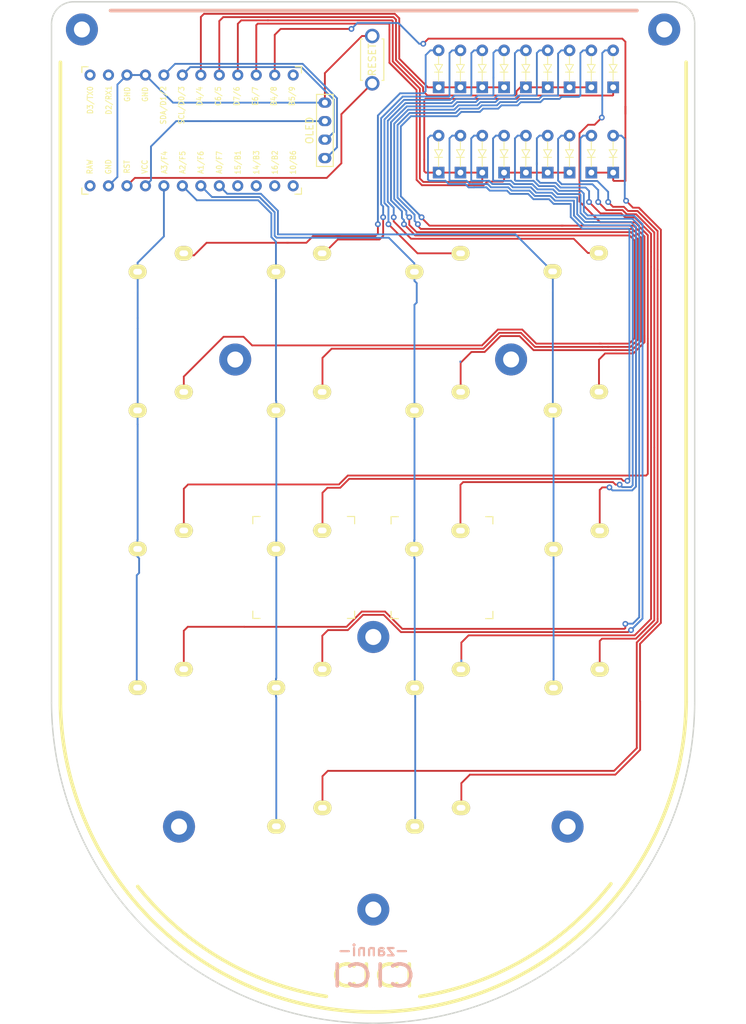
<source format=kicad_pcb>
(kicad_pcb (version 20171130) (host pcbnew "(5.1.4)-1")

  (general
    (thickness 1.6)
    (drawings 16)
    (tracks 801)
    (zones 0)
    (modules 47)
    (nets 41)
  )

  (page A4)
  (layers
    (0 F.Cu signal)
    (31 B.Cu signal)
    (32 B.Adhes user)
    (33 F.Adhes user)
    (34 B.Paste user)
    (35 F.Paste user)
    (36 B.SilkS user)
    (37 F.SilkS user)
    (38 B.Mask user)
    (39 F.Mask user)
    (40 Dwgs.User user)
    (41 Cmts.User user)
    (42 Eco1.User user)
    (43 Eco2.User user)
    (44 Edge.Cuts user)
    (45 Margin user)
    (46 B.CrtYd user)
    (47 F.CrtYd user)
    (48 B.Fab user)
    (49 F.Fab user)
  )

  (setup
    (last_trace_width 0.25)
    (user_trace_width 0.2032)
    (user_trace_width 0.254)
    (user_trace_width 0.5)
    (user_trace_width 0.508)
    (trace_clearance 0.2)
    (zone_clearance 0.508)
    (zone_45_only no)
    (trace_min 0.2)
    (via_size 0.8)
    (via_drill 0.4)
    (via_min_size 0.4)
    (via_min_drill 0.3)
    (uvia_size 0.3)
    (uvia_drill 0.1)
    (uvias_allowed no)
    (uvia_min_size 0.2)
    (uvia_min_drill 0.1)
    (edge_width 0.05)
    (segment_width 0.2)
    (pcb_text_width 0.3)
    (pcb_text_size 1.5 1.5)
    (mod_edge_width 0.12)
    (mod_text_size 1 1)
    (mod_text_width 0.15)
    (pad_size 4.3 4.3)
    (pad_drill 4.3)
    (pad_to_mask_clearance 0.2)
    (aux_axis_origin 0 0)
    (visible_elements 7FFFFFFF)
    (pcbplotparams
      (layerselection 0x010f0_ffffffff)
      (usegerberextensions true)
      (usegerberattributes false)
      (usegerberadvancedattributes false)
      (creategerberjobfile false)
      (excludeedgelayer true)
      (linewidth 0.100000)
      (plotframeref false)
      (viasonmask false)
      (mode 1)
      (useauxorigin false)
      (hpglpennumber 1)
      (hpglpenspeed 20)
      (hpglpendiameter 15.000000)
      (psnegative false)
      (psa4output false)
      (plotreference true)
      (plotvalue true)
      (plotinvisibletext false)
      (padsonsilk false)
      (subtractmaskfromsilk true)
      (outputformat 1)
      (mirror false)
      (drillshape 0)
      (scaleselection 1)
      (outputdirectory "plot/"))
  )

  (net 0 "")
  (net 1 "Net-(D1-Pad2)")
  (net 2 row0)
  (net 3 "Net-(D2-Pad2)")
  (net 4 "Net-(D3-Pad2)")
  (net 5 "Net-(D4-Pad2)")
  (net 6 "Net-(D5-Pad2)")
  (net 7 row1)
  (net 8 "Net-(D6-Pad2)")
  (net 9 "Net-(D7-Pad2)")
  (net 10 "Net-(D8-Pad2)")
  (net 11 "Net-(D9-Pad2)")
  (net 12 row2)
  (net 13 "Net-(D10-Pad2)")
  (net 14 "Net-(D11-Pad2)")
  (net 15 "Net-(D12-Pad2)")
  (net 16 "Net-(D13-Pad2)")
  (net 17 row3)
  (net 18 "Net-(D14-Pad2)")
  (net 19 "Net-(D15-Pad2)")
  (net 20 "Net-(D16-Pad2)")
  (net 21 "Net-(D17-Pad2)")
  (net 22 row4)
  (net 23 "Net-(D18-Pad2)")
  (net 24 GND)
  (net 25 SLC)
  (net 26 SDA)
  (net 27 col0)
  (net 28 col1)
  (net 29 col2)
  (net 30 col3)
  (net 31 "Net-(U1-Pad24)")
  (net 32 reset)
  (net 33 VCC)
  (net 34 col4)
  (net 35 col5)
  (net 36 "Net-(U1-Pad14)")
  (net 37 "Net-(U1-Pad13)")
  (net 38 "Net-(U1-Pad12)")
  (net 39 data)
  (net 40 "Net-(U1-Pad1)")

  (net_class Default "This is the default net class."
    (clearance 0.2)
    (trace_width 0.25)
    (via_dia 0.8)
    (via_drill 0.4)
    (uvia_dia 0.3)
    (uvia_drill 0.1)
    (add_net GND)
    (add_net "Net-(D1-Pad2)")
    (add_net "Net-(D10-Pad2)")
    (add_net "Net-(D11-Pad2)")
    (add_net "Net-(D12-Pad2)")
    (add_net "Net-(D13-Pad2)")
    (add_net "Net-(D14-Pad2)")
    (add_net "Net-(D15-Pad2)")
    (add_net "Net-(D16-Pad2)")
    (add_net "Net-(D17-Pad2)")
    (add_net "Net-(D18-Pad2)")
    (add_net "Net-(D2-Pad2)")
    (add_net "Net-(D3-Pad2)")
    (add_net "Net-(D4-Pad2)")
    (add_net "Net-(D5-Pad2)")
    (add_net "Net-(D6-Pad2)")
    (add_net "Net-(D7-Pad2)")
    (add_net "Net-(D8-Pad2)")
    (add_net "Net-(D9-Pad2)")
    (add_net "Net-(U1-Pad1)")
    (add_net "Net-(U1-Pad12)")
    (add_net "Net-(U1-Pad13)")
    (add_net "Net-(U1-Pad14)")
    (add_net "Net-(U1-Pad24)")
    (add_net SDA)
    (add_net SLC)
    (add_net VCC)
    (add_net col0)
    (add_net col1)
    (add_net col2)
    (add_net col3)
    (add_net col4)
    (add_net col5)
    (add_net data)
    (add_net reset)
    (add_net row0)
    (add_net row1)
    (add_net row2)
    (add_net row3)
    (add_net row4)
  )

  (net_class Min ""
    (clearance 0.00001)
    (trace_width 0.2)
    (via_dia 0.4)
    (via_drill 0.3)
    (uvia_dia 0.2)
    (uvia_drill 0.1)
    (diff_pair_width 0.2)
    (diff_pair_gap 0.00001)
  )

  (module cftkb:D_DO-35_SOD27_P5.08mm_Horizontal (layer F.Cu) (tedit 626D2293) (tstamp 626D8277)
    (at 103.115 46.43 90)
    (descr "Diode, DO-35_SOD27 series, Axial, Horizontal, pin pitch=7.62mm, , length*diameter=4*2mm^2, , http://www.diodes.com/_files/packages/DO-35.pdf")
    (tags "Diode DO-35_SOD27 series Axial Horizontal pin pitch 7.62mm  length 4mm diameter 2mm")
    (path /6253E2F8)
    (fp_text reference D10 (at 0.55 0 270) (layer F.Fab) hide
      (effects (font (size 0.5 0.5) (thickness 0.125)))
    )
    (fp_text value D (at -0.55 0 270) (layer F.Fab) hide
      (effects (font (size 0.5 0.5) (thickness 0.125)))
    )
    (fp_line (start 2.34 1) (end 5.31 1) (layer Dwgs.User) (width 0.12))
    (fp_line (start 2.33 -1) (end 5.32 -0.99) (layer Dwgs.User) (width 0.12))
    (fp_line (start 5.32 1) (end 5.32 -0.99) (layer Dwgs.User) (width 0.12))
    (fp_text user K (at 0 -1.8 90) (layer Cmts.User)
      (effects (font (size 1 1) (thickness 0.15)))
    )
    (fp_text user K (at 0 -1.8 90) (layer F.Fab)
      (effects (font (size 1 1) (thickness 0.15)))
    )
    (fp_text user %R (at 4.11 0 90) (layer F.Fab)
      (effects (font (size 0.8 0.8) (thickness 0.12)))
    )
    (fp_line (start 7.4 -1.25) (end 0.22 -1.25) (layer F.CrtYd) (width 0.05))
    (fp_line (start 7.4 1.25) (end 7.4 -1.25) (layer F.CrtYd) (width 0.05))
    (fp_line (start 0.22 1.25) (end 7.4 1.25) (layer F.CrtYd) (width 0.05))
    (fp_line (start 0.22 -1.25) (end 0.22 1.25) (layer F.CrtYd) (width 0.05))
    (fp_line (start 5.53 -0.01) (end 4.41 -0.01) (layer F.SilkS) (width 0.12))
    (fp_line (start 2.07 -0.01) (end 3.35 -0.01) (layer F.SilkS) (width 0.12))
    (fp_line (start 2.33 1) (end 2.33 -1) (layer Dwgs.User) (width 0.12))
    (fp_line (start 2.31 -1) (end 2.31 1) (layer F.Fab) (width 0.1))
    (fp_line (start 2.51 -1) (end 2.51 1) (layer F.Fab) (width 0.1))
    (fp_line (start 2.41 -1) (end 2.41 1) (layer F.Fab) (width 0.1))
    (fp_line (start 7.37 0) (end 5.81 0) (layer F.Fab) (width 0.1))
    (fp_line (start 0.25 0) (end 1.81 0) (layer F.Fab) (width 0.1))
    (fp_line (start 5.81 -1) (end 1.81 -1) (layer F.Fab) (width 0.1))
    (fp_line (start 5.81 1) (end 5.81 -1) (layer F.Fab) (width 0.1))
    (fp_line (start 1.81 1) (end 5.81 1) (layer F.Fab) (width 0.1))
    (fp_line (start 1.81 -1) (end 1.81 1) (layer F.Fab) (width 0.1))
    (fp_line (start 3.46 -0.01) (end 4.41 -0.55) (layer F.SilkS) (width 0.12))
    (fp_line (start 3.47 0) (end 4.38 0.53) (layer F.SilkS) (width 0.12))
    (fp_line (start 4.41 0.53) (end 4.41 -0.55) (layer F.SilkS) (width 0.12))
    (fp_line (start 3.36 0.53) (end 3.36 -0.55) (layer F.SilkS) (width 0.12))
    (pad 2 thru_hole oval (at 6.35 0 90) (size 1.6 1.6) (drill 0.8) (layers *.Cu *.Mask)
      (net 13 "Net-(D10-Pad2)"))
    (pad 1 thru_hole rect (at 1.27 0 90) (size 1.6 1.6) (drill 0.8) (layers *.Cu *.Mask)
      (net 12 row2))
    (model ${KISYS3DMOD}/Diode_THT.3dshapes/D_DO-35_SOD27_P5.08mm_Horizontal.step
      (offset (xyz 1.3 0 0))
      (scale (xyz 1 1 1))
      (rotate (xyz 0 0 0))
    )
  )

  (module cftkb:D_DO-35_SOD27_P5.08mm_Horizontal (layer F.Cu) (tedit 626D2275) (tstamp 626A3F55)
    (at 106.115 46.43 90)
    (descr "Diode, DO-35_SOD27 series, Axial, Horizontal, pin pitch=7.62mm, , length*diameter=4*2mm^2, , http://www.diodes.com/_files/packages/DO-35.pdf")
    (tags "Diode DO-35_SOD27 series Axial Horizontal pin pitch 7.62mm  length 4mm diameter 2mm")
    (path /625437BD)
    (fp_text reference D11 (at 0.55 0 270) (layer F.Fab) hide
      (effects (font (size 0.5 0.5) (thickness 0.125)))
    )
    (fp_text value D (at -0.55 0 270) (layer F.Fab) hide
      (effects (font (size 0.5 0.5) (thickness 0.125)))
    )
    (fp_line (start 2.34 1) (end 5.31 1) (layer Dwgs.User) (width 0.12))
    (fp_line (start 2.33 -1) (end 5.32 -0.99) (layer Dwgs.User) (width 0.12))
    (fp_line (start 5.32 1) (end 5.32 -0.99) (layer Dwgs.User) (width 0.12))
    (fp_text user K (at 0 -1.8 90) (layer Cmts.User)
      (effects (font (size 1 1) (thickness 0.15)))
    )
    (fp_text user K (at 0 -1.8 90) (layer F.Fab)
      (effects (font (size 1 1) (thickness 0.15)))
    )
    (fp_text user %R (at 4.11 0 90) (layer F.Fab)
      (effects (font (size 0.8 0.8) (thickness 0.12)))
    )
    (fp_line (start 7.4 -1.25) (end 0.22 -1.25) (layer F.CrtYd) (width 0.05))
    (fp_line (start 7.4 1.25) (end 7.4 -1.25) (layer F.CrtYd) (width 0.05))
    (fp_line (start 0.22 1.25) (end 7.4 1.25) (layer F.CrtYd) (width 0.05))
    (fp_line (start 0.22 -1.25) (end 0.22 1.25) (layer F.CrtYd) (width 0.05))
    (fp_line (start 5.53 -0.01) (end 4.41 -0.01) (layer F.SilkS) (width 0.12))
    (fp_line (start 2.07 -0.01) (end 3.35 -0.01) (layer F.SilkS) (width 0.12))
    (fp_line (start 2.33 1) (end 2.33 -1) (layer Dwgs.User) (width 0.12))
    (fp_line (start 2.31 -1) (end 2.31 1) (layer F.Fab) (width 0.1))
    (fp_line (start 2.51 -1) (end 2.51 1) (layer F.Fab) (width 0.1))
    (fp_line (start 2.41 -1) (end 2.41 1) (layer F.Fab) (width 0.1))
    (fp_line (start 7.37 0) (end 5.81 0) (layer F.Fab) (width 0.1))
    (fp_line (start 0.25 0) (end 1.81 0) (layer F.Fab) (width 0.1))
    (fp_line (start 5.81 -1) (end 1.81 -1) (layer F.Fab) (width 0.1))
    (fp_line (start 5.81 1) (end 5.81 -1) (layer F.Fab) (width 0.1))
    (fp_line (start 1.81 1) (end 5.81 1) (layer F.Fab) (width 0.1))
    (fp_line (start 1.81 -1) (end 1.81 1) (layer F.Fab) (width 0.1))
    (fp_line (start 3.46 -0.01) (end 4.41 -0.55) (layer F.SilkS) (width 0.12))
    (fp_line (start 3.47 0) (end 4.38 0.53) (layer F.SilkS) (width 0.12))
    (fp_line (start 4.41 0.53) (end 4.41 -0.55) (layer F.SilkS) (width 0.12))
    (fp_line (start 3.36 0.53) (end 3.36 -0.55) (layer F.SilkS) (width 0.12))
    (pad 2 thru_hole oval (at 6.35 0 90) (size 1.6 1.6) (drill 0.8) (layers *.Cu *.Mask)
      (net 14 "Net-(D11-Pad2)"))
    (pad 1 thru_hole rect (at 1.27 0 90) (size 1.6 1.6) (drill 0.8) (layers *.Cu *.Mask)
      (net 12 row2))
    (model ${KISYS3DMOD}/Diode_THT.3dshapes/D_DO-35_SOD27_P5.08mm_Horizontal.step
      (offset (xyz 1.3 0 0))
      (scale (xyz 1 1 1))
      (rotate (xyz 0 0 0))
    )
  )

  (module cftkb:D_DO-35_SOD27_P5.08mm_Horizontal (layer F.Cu) (tedit 626D2252) (tstamp 626A3D9F)
    (at 109.115 46.43 90)
    (descr "Diode, DO-35_SOD27 series, Axial, Horizontal, pin pitch=7.62mm, , length*diameter=4*2mm^2, , http://www.diodes.com/_files/packages/DO-35.pdf")
    (tags "Diode DO-35_SOD27 series Axial Horizontal pin pitch 7.62mm  length 4mm diameter 2mm")
    (path /62543E6B)
    (fp_text reference D12 (at 0.55 0 270) (layer F.Fab) hide
      (effects (font (size 0.5 0.5) (thickness 0.125)))
    )
    (fp_text value D (at -0.55 0 270) (layer F.Fab) hide
      (effects (font (size 0.5 0.5) (thickness 0.125)))
    )
    (fp_line (start 2.34 1) (end 5.31 1) (layer Dwgs.User) (width 0.12))
    (fp_line (start 2.33 -1) (end 5.32 -0.99) (layer Dwgs.User) (width 0.12))
    (fp_line (start 5.32 1) (end 5.32 -0.99) (layer Dwgs.User) (width 0.12))
    (fp_text user K (at 0 -1.8 90) (layer Cmts.User)
      (effects (font (size 1 1) (thickness 0.15)))
    )
    (fp_text user K (at 0 -1.8 90) (layer F.Fab)
      (effects (font (size 1 1) (thickness 0.15)))
    )
    (fp_text user %R (at 4.11 0 90) (layer F.Fab)
      (effects (font (size 0.8 0.8) (thickness 0.12)))
    )
    (fp_line (start 7.4 -1.25) (end 0.22 -1.25) (layer F.CrtYd) (width 0.05))
    (fp_line (start 7.4 1.25) (end 7.4 -1.25) (layer F.CrtYd) (width 0.05))
    (fp_line (start 0.22 1.25) (end 7.4 1.25) (layer F.CrtYd) (width 0.05))
    (fp_line (start 0.22 -1.25) (end 0.22 1.25) (layer F.CrtYd) (width 0.05))
    (fp_line (start 5.53 -0.01) (end 4.41 -0.01) (layer F.SilkS) (width 0.12))
    (fp_line (start 2.07 -0.01) (end 3.35 -0.01) (layer F.SilkS) (width 0.12))
    (fp_line (start 2.33 1) (end 2.33 -1) (layer Dwgs.User) (width 0.12))
    (fp_line (start 2.31 -1) (end 2.31 1) (layer F.Fab) (width 0.1))
    (fp_line (start 2.51 -1) (end 2.51 1) (layer F.Fab) (width 0.1))
    (fp_line (start 2.41 -1) (end 2.41 1) (layer F.Fab) (width 0.1))
    (fp_line (start 7.37 0) (end 5.81 0) (layer F.Fab) (width 0.1))
    (fp_line (start 0.25 0) (end 1.81 0) (layer F.Fab) (width 0.1))
    (fp_line (start 5.81 -1) (end 1.81 -1) (layer F.Fab) (width 0.1))
    (fp_line (start 5.81 1) (end 5.81 -1) (layer F.Fab) (width 0.1))
    (fp_line (start 1.81 1) (end 5.81 1) (layer F.Fab) (width 0.1))
    (fp_line (start 1.81 -1) (end 1.81 1) (layer F.Fab) (width 0.1))
    (fp_line (start 3.46 -0.01) (end 4.41 -0.55) (layer F.SilkS) (width 0.12))
    (fp_line (start 3.47 0) (end 4.38 0.53) (layer F.SilkS) (width 0.12))
    (fp_line (start 4.41 0.53) (end 4.41 -0.55) (layer F.SilkS) (width 0.12))
    (fp_line (start 3.36 0.53) (end 3.36 -0.55) (layer F.SilkS) (width 0.12))
    (pad 2 thru_hole oval (at 6.35 0 90) (size 1.6 1.6) (drill 0.8) (layers *.Cu *.Mask)
      (net 15 "Net-(D12-Pad2)"))
    (pad 1 thru_hole rect (at 1.27 0 90) (size 1.6 1.6) (drill 0.8) (layers *.Cu *.Mask)
      (net 12 row2))
    (model ${KISYS3DMOD}/Diode_THT.3dshapes/D_DO-35_SOD27_P5.08mm_Horizontal.step
      (offset (xyz 1.3 0 0))
      (scale (xyz 1 1 1))
      (rotate (xyz 0 0 0))
    )
  )

  (module cftkb:D_DO-35_SOD27_P5.08mm_Horizontal (layer F.Cu) (tedit 626D2238) (tstamp 626A3F76)
    (at 112.115 46.43 90)
    (descr "Diode, DO-35_SOD27 series, Axial, Horizontal, pin pitch=7.62mm, , length*diameter=4*2mm^2, , http://www.diodes.com/_files/packages/DO-35.pdf")
    (tags "Diode DO-35_SOD27 series Axial Horizontal pin pitch 7.62mm  length 4mm diameter 2mm")
    (path /62543132)
    (fp_text reference D13 (at 0.55 0 270) (layer F.Fab) hide
      (effects (font (size 0.5 0.5) (thickness 0.125)))
    )
    (fp_text value D (at -0.55 0 270) (layer F.Fab) hide
      (effects (font (size 0.5 0.5) (thickness 0.125)))
    )
    (fp_line (start 2.34 1) (end 5.31 1) (layer Dwgs.User) (width 0.12))
    (fp_line (start 2.33 -1) (end 5.32 -0.99) (layer Dwgs.User) (width 0.12))
    (fp_line (start 5.32 1) (end 5.32 -0.99) (layer Dwgs.User) (width 0.12))
    (fp_text user K (at 0 -1.8 90) (layer Cmts.User)
      (effects (font (size 1 1) (thickness 0.15)))
    )
    (fp_text user K (at 0 -1.8 90) (layer F.Fab)
      (effects (font (size 1 1) (thickness 0.15)))
    )
    (fp_text user %R (at 4.11 0 90) (layer F.Fab)
      (effects (font (size 0.8 0.8) (thickness 0.12)))
    )
    (fp_line (start 7.4 -1.25) (end 0.22 -1.25) (layer F.CrtYd) (width 0.05))
    (fp_line (start 7.4 1.25) (end 7.4 -1.25) (layer F.CrtYd) (width 0.05))
    (fp_line (start 0.22 1.25) (end 7.4 1.25) (layer F.CrtYd) (width 0.05))
    (fp_line (start 0.22 -1.25) (end 0.22 1.25) (layer F.CrtYd) (width 0.05))
    (fp_line (start 5.53 -0.01) (end 4.41 -0.01) (layer F.SilkS) (width 0.12))
    (fp_line (start 2.07 -0.01) (end 3.35 -0.01) (layer F.SilkS) (width 0.12))
    (fp_line (start 2.33 1) (end 2.33 -1) (layer Dwgs.User) (width 0.12))
    (fp_line (start 2.31 -1) (end 2.31 1) (layer F.Fab) (width 0.1))
    (fp_line (start 2.51 -1) (end 2.51 1) (layer F.Fab) (width 0.1))
    (fp_line (start 2.41 -1) (end 2.41 1) (layer F.Fab) (width 0.1))
    (fp_line (start 7.37 0) (end 5.81 0) (layer F.Fab) (width 0.1))
    (fp_line (start 0.25 0) (end 1.81 0) (layer F.Fab) (width 0.1))
    (fp_line (start 5.81 -1) (end 1.81 -1) (layer F.Fab) (width 0.1))
    (fp_line (start 5.81 1) (end 5.81 -1) (layer F.Fab) (width 0.1))
    (fp_line (start 1.81 1) (end 5.81 1) (layer F.Fab) (width 0.1))
    (fp_line (start 1.81 -1) (end 1.81 1) (layer F.Fab) (width 0.1))
    (fp_line (start 3.46 -0.01) (end 4.41 -0.55) (layer F.SilkS) (width 0.12))
    (fp_line (start 3.47 0) (end 4.38 0.53) (layer F.SilkS) (width 0.12))
    (fp_line (start 4.41 0.53) (end 4.41 -0.55) (layer F.SilkS) (width 0.12))
    (fp_line (start 3.36 0.53) (end 3.36 -0.55) (layer F.SilkS) (width 0.12))
    (pad 2 thru_hole oval (at 6.35 0 90) (size 1.6 1.6) (drill 0.8) (layers *.Cu *.Mask)
      (net 16 "Net-(D13-Pad2)"))
    (pad 1 thru_hole rect (at 1.27 0 90) (size 1.6 1.6) (drill 0.8) (layers *.Cu *.Mask)
      (net 17 row3))
    (model ${KISYS3DMOD}/Diode_THT.3dshapes/D_DO-35_SOD27_P5.08mm_Horizontal.step
      (offset (xyz 1.3 0 0))
      (scale (xyz 1 1 1))
      (rotate (xyz 0 0 0))
    )
  )

  (module cftkb:D_DO-35_SOD27_P5.08mm_Horizontal (layer F.Cu) (tedit 626D2219) (tstamp 626A3F97)
    (at 115.115 46.43 90)
    (descr "Diode, DO-35_SOD27 series, Axial, Horizontal, pin pitch=7.62mm, , length*diameter=4*2mm^2, , http://www.diodes.com/_files/packages/DO-35.pdf")
    (tags "Diode DO-35_SOD27 series Axial Horizontal pin pitch 7.62mm  length 4mm diameter 2mm")
    (path /62542BDD)
    (fp_text reference D14 (at 0.55 0 270) (layer F.Fab) hide
      (effects (font (size 0.5 0.5) (thickness 0.125)))
    )
    (fp_text value D (at -0.55 0 270) (layer F.Fab) hide
      (effects (font (size 0.5 0.5) (thickness 0.125)))
    )
    (fp_line (start 2.34 1) (end 5.31 1) (layer Dwgs.User) (width 0.12))
    (fp_line (start 2.33 -1) (end 5.32 -0.99) (layer Dwgs.User) (width 0.12))
    (fp_line (start 5.32 1) (end 5.32 -0.99) (layer Dwgs.User) (width 0.12))
    (fp_text user K (at 0 -1.8 90) (layer Cmts.User)
      (effects (font (size 1 1) (thickness 0.15)))
    )
    (fp_text user K (at 0 -1.8 90) (layer F.Fab)
      (effects (font (size 1 1) (thickness 0.15)))
    )
    (fp_text user %R (at 4.11 0 90) (layer F.Fab)
      (effects (font (size 0.8 0.8) (thickness 0.12)))
    )
    (fp_line (start 7.4 -1.25) (end 0.22 -1.25) (layer F.CrtYd) (width 0.05))
    (fp_line (start 7.4 1.25) (end 7.4 -1.25) (layer F.CrtYd) (width 0.05))
    (fp_line (start 0.22 1.25) (end 7.4 1.25) (layer F.CrtYd) (width 0.05))
    (fp_line (start 0.22 -1.25) (end 0.22 1.25) (layer F.CrtYd) (width 0.05))
    (fp_line (start 5.53 -0.01) (end 4.41 -0.01) (layer F.SilkS) (width 0.12))
    (fp_line (start 2.07 -0.01) (end 3.35 -0.01) (layer F.SilkS) (width 0.12))
    (fp_line (start 2.33 1) (end 2.33 -1) (layer Dwgs.User) (width 0.12))
    (fp_line (start 2.31 -1) (end 2.31 1) (layer F.Fab) (width 0.1))
    (fp_line (start 2.51 -1) (end 2.51 1) (layer F.Fab) (width 0.1))
    (fp_line (start 2.41 -1) (end 2.41 1) (layer F.Fab) (width 0.1))
    (fp_line (start 7.37 0) (end 5.81 0) (layer F.Fab) (width 0.1))
    (fp_line (start 0.25 0) (end 1.81 0) (layer F.Fab) (width 0.1))
    (fp_line (start 5.81 -1) (end 1.81 -1) (layer F.Fab) (width 0.1))
    (fp_line (start 5.81 1) (end 5.81 -1) (layer F.Fab) (width 0.1))
    (fp_line (start 1.81 1) (end 5.81 1) (layer F.Fab) (width 0.1))
    (fp_line (start 1.81 -1) (end 1.81 1) (layer F.Fab) (width 0.1))
    (fp_line (start 3.46 -0.01) (end 4.41 -0.55) (layer F.SilkS) (width 0.12))
    (fp_line (start 3.47 0) (end 4.38 0.53) (layer F.SilkS) (width 0.12))
    (fp_line (start 4.41 0.53) (end 4.41 -0.55) (layer F.SilkS) (width 0.12))
    (fp_line (start 3.36 0.53) (end 3.36 -0.55) (layer F.SilkS) (width 0.12))
    (pad 2 thru_hole oval (at 6.35 0 90) (size 1.6 1.6) (drill 0.8) (layers *.Cu *.Mask)
      (net 18 "Net-(D14-Pad2)"))
    (pad 1 thru_hole rect (at 1.27 0 90) (size 1.6 1.6) (drill 0.8) (layers *.Cu *.Mask)
      (net 17 row3))
    (model ${KISYS3DMOD}/Diode_THT.3dshapes/D_DO-35_SOD27_P5.08mm_Horizontal.step
      (offset (xyz 1.3 0 0))
      (scale (xyz 1 1 1))
      (rotate (xyz 0 0 0))
    )
  )

  (module cftkb:D_DO-35_SOD27_P5.08mm_Horizontal (layer F.Cu) (tedit 626D21F4) (tstamp 626A3FB8)
    (at 118.115 46.43 90)
    (descr "Diode, DO-35_SOD27 series, Axial, Horizontal, pin pitch=7.62mm, , length*diameter=4*2mm^2, , http://www.diodes.com/_files/packages/DO-35.pdf")
    (tags "Diode DO-35_SOD27 series Axial Horizontal pin pitch 7.62mm  length 4mm diameter 2mm")
    (path /6254256B)
    (fp_text reference D15 (at 0.55 0 270) (layer F.Fab) hide
      (effects (font (size 0.5 0.5) (thickness 0.125)))
    )
    (fp_text value D (at -0.55 0 270) (layer F.Fab) hide
      (effects (font (size 0.5 0.5) (thickness 0.125)))
    )
    (fp_line (start 2.34 1) (end 5.31 1) (layer Dwgs.User) (width 0.12))
    (fp_line (start 2.33 -1) (end 5.32 -0.99) (layer Dwgs.User) (width 0.12))
    (fp_line (start 5.32 1) (end 5.32 -0.99) (layer Dwgs.User) (width 0.12))
    (fp_text user K (at 0 -1.8 90) (layer Cmts.User)
      (effects (font (size 1 1) (thickness 0.15)))
    )
    (fp_text user K (at 0 -1.8 90) (layer F.Fab)
      (effects (font (size 1 1) (thickness 0.15)))
    )
    (fp_text user %R (at 4.11 0 90) (layer F.Fab)
      (effects (font (size 0.8 0.8) (thickness 0.12)))
    )
    (fp_line (start 7.4 -1.25) (end 0.22 -1.25) (layer F.CrtYd) (width 0.05))
    (fp_line (start 7.4 1.25) (end 7.4 -1.25) (layer F.CrtYd) (width 0.05))
    (fp_line (start 0.22 1.25) (end 7.4 1.25) (layer F.CrtYd) (width 0.05))
    (fp_line (start 0.22 -1.25) (end 0.22 1.25) (layer F.CrtYd) (width 0.05))
    (fp_line (start 5.53 -0.01) (end 4.41 -0.01) (layer F.SilkS) (width 0.12))
    (fp_line (start 2.07 -0.01) (end 3.35 -0.01) (layer F.SilkS) (width 0.12))
    (fp_line (start 2.33 1) (end 2.33 -1) (layer Dwgs.User) (width 0.12))
    (fp_line (start 2.31 -1) (end 2.31 1) (layer F.Fab) (width 0.1))
    (fp_line (start 2.51 -1) (end 2.51 1) (layer F.Fab) (width 0.1))
    (fp_line (start 2.41 -1) (end 2.41 1) (layer F.Fab) (width 0.1))
    (fp_line (start 7.37 0) (end 5.81 0) (layer F.Fab) (width 0.1))
    (fp_line (start 0.25 0) (end 1.81 0) (layer F.Fab) (width 0.1))
    (fp_line (start 5.81 -1) (end 1.81 -1) (layer F.Fab) (width 0.1))
    (fp_line (start 5.81 1) (end 5.81 -1) (layer F.Fab) (width 0.1))
    (fp_line (start 1.81 1) (end 5.81 1) (layer F.Fab) (width 0.1))
    (fp_line (start 1.81 -1) (end 1.81 1) (layer F.Fab) (width 0.1))
    (fp_line (start 3.46 -0.01) (end 4.41 -0.55) (layer F.SilkS) (width 0.12))
    (fp_line (start 3.47 0) (end 4.38 0.53) (layer F.SilkS) (width 0.12))
    (fp_line (start 4.41 0.53) (end 4.41 -0.55) (layer F.SilkS) (width 0.12))
    (fp_line (start 3.36 0.53) (end 3.36 -0.55) (layer F.SilkS) (width 0.12))
    (pad 2 thru_hole oval (at 6.35 0 90) (size 1.6 1.6) (drill 0.8) (layers *.Cu *.Mask)
      (net 19 "Net-(D15-Pad2)"))
    (pad 1 thru_hole rect (at 1.27 0 90) (size 1.6 1.6) (drill 0.8) (layers *.Cu *.Mask)
      (net 17 row3))
    (model ${KISYS3DMOD}/Diode_THT.3dshapes/D_DO-35_SOD27_P5.08mm_Horizontal.step
      (offset (xyz 1.3 0 0))
      (scale (xyz 1 1 1))
      (rotate (xyz 0 0 0))
    )
  )

  (module cftkb:D_DO-35_SOD27_P5.08mm_Horizontal (layer F.Cu) (tedit 626D2103) (tstamp 626A3DC0)
    (at 121.115 46.43 90)
    (descr "Diode, DO-35_SOD27 series, Axial, Horizontal, pin pitch=7.62mm, , length*diameter=4*2mm^2, , http://www.diodes.com/_files/packages/DO-35.pdf")
    (tags "Diode DO-35_SOD27 series Axial Horizontal pin pitch 7.62mm  length 4mm diameter 2mm")
    (path /625420A7)
    (fp_text reference D16 (at 0.55 0 270) (layer F.Fab) hide
      (effects (font (size 0.5 0.5) (thickness 0.125)))
    )
    (fp_text value D (at -0.55 0 270) (layer F.Fab) hide
      (effects (font (size 0.5 0.5) (thickness 0.125)))
    )
    (fp_line (start 2.34 1) (end 5.31 1) (layer Dwgs.User) (width 0.12))
    (fp_line (start 2.33 -1) (end 5.32 -0.99) (layer Dwgs.User) (width 0.12))
    (fp_line (start 5.32 1) (end 5.32 -0.99) (layer Dwgs.User) (width 0.12))
    (fp_text user K (at 0 -1.8 90) (layer Cmts.User)
      (effects (font (size 1 1) (thickness 0.15)))
    )
    (fp_text user K (at 0 -1.8 90) (layer F.Fab)
      (effects (font (size 1 1) (thickness 0.15)))
    )
    (fp_text user %R (at 4.11 0 90) (layer F.Fab)
      (effects (font (size 0.8 0.8) (thickness 0.12)))
    )
    (fp_line (start 7.4 -1.25) (end 0.22 -1.25) (layer F.CrtYd) (width 0.05))
    (fp_line (start 7.4 1.25) (end 7.4 -1.25) (layer F.CrtYd) (width 0.05))
    (fp_line (start 0.22 1.25) (end 7.4 1.25) (layer F.CrtYd) (width 0.05))
    (fp_line (start 0.22 -1.25) (end 0.22 1.25) (layer F.CrtYd) (width 0.05))
    (fp_line (start 5.53 -0.01) (end 4.41 -0.01) (layer F.SilkS) (width 0.12))
    (fp_line (start 2.07 -0.01) (end 3.35 -0.01) (layer F.SilkS) (width 0.12))
    (fp_line (start 2.33 1) (end 2.33 -1) (layer Dwgs.User) (width 0.12))
    (fp_line (start 2.31 -1) (end 2.31 1) (layer F.Fab) (width 0.1))
    (fp_line (start 2.51 -1) (end 2.51 1) (layer F.Fab) (width 0.1))
    (fp_line (start 2.41 -1) (end 2.41 1) (layer F.Fab) (width 0.1))
    (fp_line (start 7.37 0) (end 5.81 0) (layer F.Fab) (width 0.1))
    (fp_line (start 0.25 0) (end 1.81 0) (layer F.Fab) (width 0.1))
    (fp_line (start 5.81 -1) (end 1.81 -1) (layer F.Fab) (width 0.1))
    (fp_line (start 5.81 1) (end 5.81 -1) (layer F.Fab) (width 0.1))
    (fp_line (start 1.81 1) (end 5.81 1) (layer F.Fab) (width 0.1))
    (fp_line (start 1.81 -1) (end 1.81 1) (layer F.Fab) (width 0.1))
    (fp_line (start 3.46 -0.01) (end 4.41 -0.55) (layer F.SilkS) (width 0.12))
    (fp_line (start 3.47 0) (end 4.38 0.53) (layer F.SilkS) (width 0.12))
    (fp_line (start 4.41 0.53) (end 4.41 -0.55) (layer F.SilkS) (width 0.12))
    (fp_line (start 3.36 0.53) (end 3.36 -0.55) (layer F.SilkS) (width 0.12))
    (pad 2 thru_hole oval (at 6.35 0 90) (size 1.6 1.6) (drill 0.8) (layers *.Cu *.Mask)
      (net 20 "Net-(D16-Pad2)"))
    (pad 1 thru_hole rect (at 1.27 0 90) (size 1.6 1.6) (drill 0.8) (layers *.Cu *.Mask)
      (net 17 row3))
    (model ${KISYS3DMOD}/Diode_THT.3dshapes/D_DO-35_SOD27_P5.08mm_Horizontal.step
      (offset (xyz 1.3 0 0))
      (scale (xyz 1 1 1))
      (rotate (xyz 0 0 0))
    )
  )

  (module cftkb:D_DO-35_SOD27_P5.08mm_Horizontal (layer F.Cu) (tedit 626D20DE) (tstamp 626A400C)
    (at 112.115 34.72 90)
    (descr "Diode, DO-35_SOD27 series, Axial, Horizontal, pin pitch=7.62mm, , length*diameter=4*2mm^2, , http://www.diodes.com/_files/packages/DO-35.pdf")
    (tags "Diode DO-35_SOD27 series Axial Horizontal pin pitch 7.62mm  length 4mm diameter 2mm")
    (path /6252546E)
    (fp_text reference D4 (at 0.55 0 270) (layer F.Fab) hide
      (effects (font (size 0.5 0.5) (thickness 0.125)))
    )
    (fp_text value D (at -0.55 0 270) (layer F.Fab) hide
      (effects (font (size 0.5 0.5) (thickness 0.125)))
    )
    (fp_line (start 2.34 1) (end 5.31 1) (layer Dwgs.User) (width 0.12))
    (fp_line (start 2.33 -1) (end 5.32 -0.99) (layer Dwgs.User) (width 0.12))
    (fp_line (start 5.32 1) (end 5.32 -0.99) (layer Dwgs.User) (width 0.12))
    (fp_text user K (at 0 -1.8 90) (layer Cmts.User)
      (effects (font (size 1 1) (thickness 0.15)))
    )
    (fp_text user K (at 0 -1.8 90) (layer F.Fab)
      (effects (font (size 1 1) (thickness 0.15)))
    )
    (fp_text user %R (at 4.11 0 90) (layer F.Fab)
      (effects (font (size 0.8 0.8) (thickness 0.12)))
    )
    (fp_line (start 7.4 -1.25) (end 0.22 -1.25) (layer F.CrtYd) (width 0.05))
    (fp_line (start 7.4 1.25) (end 7.4 -1.25) (layer F.CrtYd) (width 0.05))
    (fp_line (start 0.22 1.25) (end 7.4 1.25) (layer F.CrtYd) (width 0.05))
    (fp_line (start 0.22 -1.25) (end 0.22 1.25) (layer F.CrtYd) (width 0.05))
    (fp_line (start 5.53 -0.01) (end 4.41 -0.01) (layer F.SilkS) (width 0.12))
    (fp_line (start 2.07 -0.01) (end 3.35 -0.01) (layer F.SilkS) (width 0.12))
    (fp_line (start 2.33 1) (end 2.33 -1) (layer Dwgs.User) (width 0.12))
    (fp_line (start 2.31 -1) (end 2.31 1) (layer F.Fab) (width 0.1))
    (fp_line (start 2.51 -1) (end 2.51 1) (layer F.Fab) (width 0.1))
    (fp_line (start 2.41 -1) (end 2.41 1) (layer F.Fab) (width 0.1))
    (fp_line (start 7.37 0) (end 5.81 0) (layer F.Fab) (width 0.1))
    (fp_line (start 0.25 0) (end 1.81 0) (layer F.Fab) (width 0.1))
    (fp_line (start 5.81 -1) (end 1.81 -1) (layer F.Fab) (width 0.1))
    (fp_line (start 5.81 1) (end 5.81 -1) (layer F.Fab) (width 0.1))
    (fp_line (start 1.81 1) (end 5.81 1) (layer F.Fab) (width 0.1))
    (fp_line (start 1.81 -1) (end 1.81 1) (layer F.Fab) (width 0.1))
    (fp_line (start 3.46 -0.01) (end 4.41 -0.55) (layer F.SilkS) (width 0.12))
    (fp_line (start 3.47 0) (end 4.38 0.53) (layer F.SilkS) (width 0.12))
    (fp_line (start 4.41 0.53) (end 4.41 -0.55) (layer F.SilkS) (width 0.12))
    (fp_line (start 3.36 0.53) (end 3.36 -0.55) (layer F.SilkS) (width 0.12))
    (pad 2 thru_hole oval (at 6.35 0 90) (size 1.6 1.6) (drill 0.8) (layers *.Cu *.Mask)
      (net 5 "Net-(D4-Pad2)"))
    (pad 1 thru_hole rect (at 1.27 0 90) (size 1.6 1.6) (drill 0.8) (layers *.Cu *.Mask)
      (net 2 row0))
    (model ${KISYS3DMOD}/Diode_THT.3dshapes/D_DO-35_SOD27_P5.08mm_Horizontal.step
      (offset (xyz 1.3 0 0))
      (scale (xyz 1 1 1))
      (rotate (xyz 0 0 0))
    )
  )

  (module cftkb:D_DO-35_SOD27_P5.08mm_Horizontal (layer F.Cu) (tedit 626D20C0) (tstamp 626A404E)
    (at 115.115 34.72 90)
    (descr "Diode, DO-35_SOD27 series, Axial, Horizontal, pin pitch=7.62mm, , length*diameter=4*2mm^2, , http://www.diodes.com/_files/packages/DO-35.pdf")
    (tags "Diode DO-35_SOD27 series Axial Horizontal pin pitch 7.62mm  length 4mm diameter 2mm")
    (path /6253D7E0)
    (fp_text reference D5 (at 0.55 0 270) (layer F.Fab) hide
      (effects (font (size 0.5 0.5) (thickness 0.125)))
    )
    (fp_text value D (at -0.55 0 270) (layer F.Fab) hide
      (effects (font (size 0.5 0.5) (thickness 0.125)))
    )
    (fp_line (start 2.34 1) (end 5.31 1) (layer Dwgs.User) (width 0.12))
    (fp_line (start 2.33 -1) (end 5.32 -0.99) (layer Dwgs.User) (width 0.12))
    (fp_line (start 5.32 1) (end 5.32 -0.99) (layer Dwgs.User) (width 0.12))
    (fp_text user K (at 0 -1.8 90) (layer Cmts.User)
      (effects (font (size 1 1) (thickness 0.15)))
    )
    (fp_text user K (at 0 -1.8 90) (layer F.Fab)
      (effects (font (size 1 1) (thickness 0.15)))
    )
    (fp_text user %R (at 4.11 0 90) (layer F.Fab)
      (effects (font (size 0.8 0.8) (thickness 0.12)))
    )
    (fp_line (start 7.4 -1.25) (end 0.22 -1.25) (layer F.CrtYd) (width 0.05))
    (fp_line (start 7.4 1.25) (end 7.4 -1.25) (layer F.CrtYd) (width 0.05))
    (fp_line (start 0.22 1.25) (end 7.4 1.25) (layer F.CrtYd) (width 0.05))
    (fp_line (start 0.22 -1.25) (end 0.22 1.25) (layer F.CrtYd) (width 0.05))
    (fp_line (start 5.53 -0.01) (end 4.41 -0.01) (layer F.SilkS) (width 0.12))
    (fp_line (start 2.07 -0.01) (end 3.35 -0.01) (layer F.SilkS) (width 0.12))
    (fp_line (start 2.33 1) (end 2.33 -1) (layer Dwgs.User) (width 0.12))
    (fp_line (start 2.31 -1) (end 2.31 1) (layer F.Fab) (width 0.1))
    (fp_line (start 2.51 -1) (end 2.51 1) (layer F.Fab) (width 0.1))
    (fp_line (start 2.41 -1) (end 2.41 1) (layer F.Fab) (width 0.1))
    (fp_line (start 7.37 0) (end 5.81 0) (layer F.Fab) (width 0.1))
    (fp_line (start 0.25 0) (end 1.81 0) (layer F.Fab) (width 0.1))
    (fp_line (start 5.81 -1) (end 1.81 -1) (layer F.Fab) (width 0.1))
    (fp_line (start 5.81 1) (end 5.81 -1) (layer F.Fab) (width 0.1))
    (fp_line (start 1.81 1) (end 5.81 1) (layer F.Fab) (width 0.1))
    (fp_line (start 1.81 -1) (end 1.81 1) (layer F.Fab) (width 0.1))
    (fp_line (start 3.46 -0.01) (end 4.41 -0.55) (layer F.SilkS) (width 0.12))
    (fp_line (start 3.47 0) (end 4.38 0.53) (layer F.SilkS) (width 0.12))
    (fp_line (start 4.41 0.53) (end 4.41 -0.55) (layer F.SilkS) (width 0.12))
    (fp_line (start 3.36 0.53) (end 3.36 -0.55) (layer F.SilkS) (width 0.12))
    (pad 2 thru_hole oval (at 6.35 0 90) (size 1.6 1.6) (drill 0.8) (layers *.Cu *.Mask)
      (net 6 "Net-(D5-Pad2)"))
    (pad 1 thru_hole rect (at 1.27 0 90) (size 1.6 1.6) (drill 0.8) (layers *.Cu *.Mask)
      (net 7 row1))
    (model ${KISYS3DMOD}/Diode_THT.3dshapes/D_DO-35_SOD27_P5.08mm_Horizontal.step
      (offset (xyz 1.3 0 0))
      (scale (xyz 1 1 1))
      (rotate (xyz 0 0 0))
    )
  )

  (module cftkb:D_DO-35_SOD27_P5.08mm_Horizontal (layer F.Cu) (tedit 626D2095) (tstamp 626A402D)
    (at 121.115 34.72 90)
    (descr "Diode, DO-35_SOD27 series, Axial, Horizontal, pin pitch=7.62mm, , length*diameter=4*2mm^2, , http://www.diodes.com/_files/packages/DO-35.pdf")
    (tags "Diode DO-35_SOD27 series Axial Horizontal pin pitch 7.62mm  length 4mm diameter 2mm")
    (path /6253EF69)
    (fp_text reference D7 (at 0.55 0 270) (layer F.Fab) hide
      (effects (font (size 0.5 0.5) (thickness 0.125)))
    )
    (fp_text value D (at -0.55 0 270) (layer F.Fab) hide
      (effects (font (size 0.5 0.5) (thickness 0.125)))
    )
    (fp_line (start 2.34 1) (end 5.31 1) (layer Dwgs.User) (width 0.12))
    (fp_line (start 2.33 -1) (end 5.32 -0.99) (layer Dwgs.User) (width 0.12))
    (fp_line (start 5.32 1) (end 5.32 -0.99) (layer Dwgs.User) (width 0.12))
    (fp_text user K (at 0 -1.8 90) (layer Cmts.User)
      (effects (font (size 1 1) (thickness 0.15)))
    )
    (fp_text user K (at 0 -1.8 90) (layer F.Fab)
      (effects (font (size 1 1) (thickness 0.15)))
    )
    (fp_text user %R (at 4.11 0 90) (layer F.Fab)
      (effects (font (size 0.8 0.8) (thickness 0.12)))
    )
    (fp_line (start 7.4 -1.25) (end 0.22 -1.25) (layer F.CrtYd) (width 0.05))
    (fp_line (start 7.4 1.25) (end 7.4 -1.25) (layer F.CrtYd) (width 0.05))
    (fp_line (start 0.22 1.25) (end 7.4 1.25) (layer F.CrtYd) (width 0.05))
    (fp_line (start 0.22 -1.25) (end 0.22 1.25) (layer F.CrtYd) (width 0.05))
    (fp_line (start 5.53 -0.01) (end 4.41 -0.01) (layer F.SilkS) (width 0.12))
    (fp_line (start 2.07 -0.01) (end 3.35 -0.01) (layer F.SilkS) (width 0.12))
    (fp_line (start 2.33 1) (end 2.33 -1) (layer Dwgs.User) (width 0.12))
    (fp_line (start 2.31 -1) (end 2.31 1) (layer F.Fab) (width 0.1))
    (fp_line (start 2.51 -1) (end 2.51 1) (layer F.Fab) (width 0.1))
    (fp_line (start 2.41 -1) (end 2.41 1) (layer F.Fab) (width 0.1))
    (fp_line (start 7.37 0) (end 5.81 0) (layer F.Fab) (width 0.1))
    (fp_line (start 0.25 0) (end 1.81 0) (layer F.Fab) (width 0.1))
    (fp_line (start 5.81 -1) (end 1.81 -1) (layer F.Fab) (width 0.1))
    (fp_line (start 5.81 1) (end 5.81 -1) (layer F.Fab) (width 0.1))
    (fp_line (start 1.81 1) (end 5.81 1) (layer F.Fab) (width 0.1))
    (fp_line (start 1.81 -1) (end 1.81 1) (layer F.Fab) (width 0.1))
    (fp_line (start 3.46 -0.01) (end 4.41 -0.55) (layer F.SilkS) (width 0.12))
    (fp_line (start 3.47 0) (end 4.38 0.53) (layer F.SilkS) (width 0.12))
    (fp_line (start 4.41 0.53) (end 4.41 -0.55) (layer F.SilkS) (width 0.12))
    (fp_line (start 3.36 0.53) (end 3.36 -0.55) (layer F.SilkS) (width 0.12))
    (pad 2 thru_hole oval (at 6.35 0 90) (size 1.6 1.6) (drill 0.8) (layers *.Cu *.Mask)
      (net 9 "Net-(D7-Pad2)"))
    (pad 1 thru_hole rect (at 1.27 0 90) (size 1.6 1.6) (drill 0.8) (layers *.Cu *.Mask)
      (net 7 row1))
    (model ${KISYS3DMOD}/Diode_THT.3dshapes/D_DO-35_SOD27_P5.08mm_Horizontal.step
      (offset (xyz 1.3 0 0))
      (scale (xyz 1 1 1))
      (rotate (xyz 0 0 0))
    )
  )

  (module cftkb:D_DO-35_SOD27_P5.08mm_Horizontal (layer F.Cu) (tedit 626D1E7D) (tstamp 626A4090)
    (at 118.115 34.72 90)
    (descr "Diode, DO-35_SOD27 series, Axial, Horizontal, pin pitch=7.62mm, , length*diameter=4*2mm^2, , http://www.diodes.com/_files/packages/DO-35.pdf")
    (tags "Diode DO-35_SOD27 series Axial Horizontal pin pitch 7.62mm  length 4mm diameter 2mm")
    (path /6253E884)
    (fp_text reference D6 (at 0.55 0 270) (layer F.Fab) hide
      (effects (font (size 0.5 0.5) (thickness 0.125)))
    )
    (fp_text value D (at -0.55 0 270) (layer F.Fab) hide
      (effects (font (size 0.5 0.5) (thickness 0.125)))
    )
    (fp_line (start 2.34 1) (end 5.31 1) (layer Dwgs.User) (width 0.12))
    (fp_line (start 2.33 -1) (end 5.32 -0.99) (layer Dwgs.User) (width 0.12))
    (fp_line (start 5.32 1) (end 5.32 -0.99) (layer Dwgs.User) (width 0.12))
    (fp_text user K (at 0 -1.8 90) (layer Cmts.User)
      (effects (font (size 1 1) (thickness 0.15)))
    )
    (fp_text user K (at 0 -1.8 90) (layer F.Fab)
      (effects (font (size 1 1) (thickness 0.15)))
    )
    (fp_text user %R (at 4.11 0 90) (layer F.Fab)
      (effects (font (size 0.8 0.8) (thickness 0.12)))
    )
    (fp_line (start 7.4 -1.25) (end 0.22 -1.25) (layer F.CrtYd) (width 0.05))
    (fp_line (start 7.4 1.25) (end 7.4 -1.25) (layer F.CrtYd) (width 0.05))
    (fp_line (start 0.22 1.25) (end 7.4 1.25) (layer F.CrtYd) (width 0.05))
    (fp_line (start 0.22 -1.25) (end 0.22 1.25) (layer F.CrtYd) (width 0.05))
    (fp_line (start 5.53 -0.01) (end 4.41 -0.01) (layer F.SilkS) (width 0.12))
    (fp_line (start 2.07 -0.01) (end 3.35 -0.01) (layer F.SilkS) (width 0.12))
    (fp_line (start 2.33 1) (end 2.33 -1) (layer Dwgs.User) (width 0.12))
    (fp_line (start 2.31 -1) (end 2.31 1) (layer F.Fab) (width 0.1))
    (fp_line (start 2.51 -1) (end 2.51 1) (layer F.Fab) (width 0.1))
    (fp_line (start 2.41 -1) (end 2.41 1) (layer F.Fab) (width 0.1))
    (fp_line (start 7.37 0) (end 5.81 0) (layer F.Fab) (width 0.1))
    (fp_line (start 0.25 0) (end 1.81 0) (layer F.Fab) (width 0.1))
    (fp_line (start 5.81 -1) (end 1.81 -1) (layer F.Fab) (width 0.1))
    (fp_line (start 5.81 1) (end 5.81 -1) (layer F.Fab) (width 0.1))
    (fp_line (start 1.81 1) (end 5.81 1) (layer F.Fab) (width 0.1))
    (fp_line (start 1.81 -1) (end 1.81 1) (layer F.Fab) (width 0.1))
    (fp_line (start 3.46 -0.01) (end 4.41 -0.55) (layer F.SilkS) (width 0.12))
    (fp_line (start 3.47 0) (end 4.38 0.53) (layer F.SilkS) (width 0.12))
    (fp_line (start 4.41 0.53) (end 4.41 -0.55) (layer F.SilkS) (width 0.12))
    (fp_line (start 3.36 0.53) (end 3.36 -0.55) (layer F.SilkS) (width 0.12))
    (pad 2 thru_hole oval (at 6.35 0 90) (size 1.6 1.6) (drill 0.8) (layers *.Cu *.Mask)
      (net 8 "Net-(D6-Pad2)"))
    (pad 1 thru_hole rect (at 1.27 0 90) (size 1.6 1.6) (drill 0.8) (layers *.Cu *.Mask)
      (net 7 row1))
    (model ${KISYS3DMOD}/Diode_THT.3dshapes/D_DO-35_SOD27_P5.08mm_Horizontal.step
      (offset (xyz 1.3 0 0))
      (scale (xyz 1 1 1))
      (rotate (xyz 0 0 0))
    )
  )

  (module cftkb:D_DO-35_SOD27_P5.08mm_Horizontal (layer F.Cu) (tedit 626D1E46) (tstamp 626A40D2)
    (at 124.115 34.72 90)
    (descr "Diode, DO-35_SOD27 series, Axial, Horizontal, pin pitch=7.62mm, , length*diameter=4*2mm^2, , http://www.diodes.com/_files/packages/DO-35.pdf")
    (tags "Diode DO-35_SOD27 series Axial Horizontal pin pitch 7.62mm  length 4mm diameter 2mm")
    (path /6253F608)
    (fp_text reference D8 (at 0.55 0 270) (layer F.Fab) hide
      (effects (font (size 0.5 0.5) (thickness 0.125)))
    )
    (fp_text value D (at -0.55 0 270) (layer F.Fab) hide
      (effects (font (size 0.5 0.5) (thickness 0.125)))
    )
    (fp_line (start 2.34 1) (end 5.31 1) (layer Dwgs.User) (width 0.12))
    (fp_line (start 2.33 -1) (end 5.32 -0.99) (layer Dwgs.User) (width 0.12))
    (fp_line (start 5.32 1) (end 5.32 -0.99) (layer Dwgs.User) (width 0.12))
    (fp_text user K (at 0 -1.8 90) (layer Cmts.User)
      (effects (font (size 1 1) (thickness 0.15)))
    )
    (fp_text user K (at 0 -1.8 90) (layer F.Fab)
      (effects (font (size 1 1) (thickness 0.15)))
    )
    (fp_text user %R (at 4.11 0 90) (layer F.Fab)
      (effects (font (size 0.8 0.8) (thickness 0.12)))
    )
    (fp_line (start 7.4 -1.25) (end 0.22 -1.25) (layer F.CrtYd) (width 0.05))
    (fp_line (start 7.4 1.25) (end 7.4 -1.25) (layer F.CrtYd) (width 0.05))
    (fp_line (start 0.22 1.25) (end 7.4 1.25) (layer F.CrtYd) (width 0.05))
    (fp_line (start 0.22 -1.25) (end 0.22 1.25) (layer F.CrtYd) (width 0.05))
    (fp_line (start 5.53 -0.01) (end 4.41 -0.01) (layer F.SilkS) (width 0.12))
    (fp_line (start 2.07 -0.01) (end 3.35 -0.01) (layer F.SilkS) (width 0.12))
    (fp_line (start 2.33 1) (end 2.33 -1) (layer Dwgs.User) (width 0.12))
    (fp_line (start 2.31 -1) (end 2.31 1) (layer F.Fab) (width 0.1))
    (fp_line (start 2.51 -1) (end 2.51 1) (layer F.Fab) (width 0.1))
    (fp_line (start 2.41 -1) (end 2.41 1) (layer F.Fab) (width 0.1))
    (fp_line (start 7.37 0) (end 5.81 0) (layer F.Fab) (width 0.1))
    (fp_line (start 0.25 0) (end 1.81 0) (layer F.Fab) (width 0.1))
    (fp_line (start 5.81 -1) (end 1.81 -1) (layer F.Fab) (width 0.1))
    (fp_line (start 5.81 1) (end 5.81 -1) (layer F.Fab) (width 0.1))
    (fp_line (start 1.81 1) (end 5.81 1) (layer F.Fab) (width 0.1))
    (fp_line (start 1.81 -1) (end 1.81 1) (layer F.Fab) (width 0.1))
    (fp_line (start 3.46 -0.01) (end 4.41 -0.55) (layer F.SilkS) (width 0.12))
    (fp_line (start 3.47 0) (end 4.38 0.53) (layer F.SilkS) (width 0.12))
    (fp_line (start 4.41 0.53) (end 4.41 -0.55) (layer F.SilkS) (width 0.12))
    (fp_line (start 3.36 0.53) (end 3.36 -0.55) (layer F.SilkS) (width 0.12))
    (pad 2 thru_hole oval (at 6.35 0 90) (size 1.6 1.6) (drill 0.8) (layers *.Cu *.Mask)
      (net 10 "Net-(D8-Pad2)"))
    (pad 1 thru_hole rect (at 1.27 0 90) (size 1.6 1.6) (drill 0.8) (layers *.Cu *.Mask)
      (net 7 row1))
    (model ${KISYS3DMOD}/Diode_THT.3dshapes/D_DO-35_SOD27_P5.08mm_Horizontal.step
      (offset (xyz 1.3 0 0))
      (scale (xyz 1 1 1))
      (rotate (xyz 0 0 0))
    )
  )

  (module cftkb:D_DO-35_SOD27_P5.08mm_Horizontal (layer F.Cu) (tedit 626D1E2B) (tstamp 626A3F13)
    (at 127.115 34.72 90)
    (descr "Diode, DO-35_SOD27 series, Axial, Horizontal, pin pitch=7.62mm, , length*diameter=4*2mm^2, , http://www.diodes.com/_files/packages/DO-35.pdf")
    (tags "Diode DO-35_SOD27 series Axial Horizontal pin pitch 7.62mm  length 4mm diameter 2mm")
    (path /6253DD21)
    (fp_text reference D9 (at 0.55 0 270) (layer F.Fab) hide
      (effects (font (size 0.5 0.5) (thickness 0.125)))
    )
    (fp_text value D (at -0.55 0 270) (layer F.Fab) hide
      (effects (font (size 0.5 0.5) (thickness 0.125)))
    )
    (fp_line (start 2.34 1) (end 5.31 1) (layer Dwgs.User) (width 0.12))
    (fp_line (start 2.33 -1) (end 5.32 -0.99) (layer Dwgs.User) (width 0.12))
    (fp_line (start 5.32 1) (end 5.32 -0.99) (layer Dwgs.User) (width 0.12))
    (fp_text user K (at 0 -1.8 90) (layer Cmts.User)
      (effects (font (size 1 1) (thickness 0.15)))
    )
    (fp_text user K (at 0 -1.8 90) (layer F.Fab)
      (effects (font (size 1 1) (thickness 0.15)))
    )
    (fp_text user %R (at 4.11 0 90) (layer F.Fab)
      (effects (font (size 0.8 0.8) (thickness 0.12)))
    )
    (fp_line (start 7.4 -1.25) (end 0.22 -1.25) (layer F.CrtYd) (width 0.05))
    (fp_line (start 7.4 1.25) (end 7.4 -1.25) (layer F.CrtYd) (width 0.05))
    (fp_line (start 0.22 1.25) (end 7.4 1.25) (layer F.CrtYd) (width 0.05))
    (fp_line (start 0.22 -1.25) (end 0.22 1.25) (layer F.CrtYd) (width 0.05))
    (fp_line (start 5.53 -0.01) (end 4.41 -0.01) (layer F.SilkS) (width 0.12))
    (fp_line (start 2.07 -0.01) (end 3.35 -0.01) (layer F.SilkS) (width 0.12))
    (fp_line (start 2.33 1) (end 2.33 -1) (layer Dwgs.User) (width 0.12))
    (fp_line (start 2.31 -1) (end 2.31 1) (layer F.Fab) (width 0.1))
    (fp_line (start 2.51 -1) (end 2.51 1) (layer F.Fab) (width 0.1))
    (fp_line (start 2.41 -1) (end 2.41 1) (layer F.Fab) (width 0.1))
    (fp_line (start 7.37 0) (end 5.81 0) (layer F.Fab) (width 0.1))
    (fp_line (start 0.25 0) (end 1.81 0) (layer F.Fab) (width 0.1))
    (fp_line (start 5.81 -1) (end 1.81 -1) (layer F.Fab) (width 0.1))
    (fp_line (start 5.81 1) (end 5.81 -1) (layer F.Fab) (width 0.1))
    (fp_line (start 1.81 1) (end 5.81 1) (layer F.Fab) (width 0.1))
    (fp_line (start 1.81 -1) (end 1.81 1) (layer F.Fab) (width 0.1))
    (fp_line (start 3.46 -0.01) (end 4.41 -0.55) (layer F.SilkS) (width 0.12))
    (fp_line (start 3.47 0) (end 4.38 0.53) (layer F.SilkS) (width 0.12))
    (fp_line (start 4.41 0.53) (end 4.41 -0.55) (layer F.SilkS) (width 0.12))
    (fp_line (start 3.36 0.53) (end 3.36 -0.55) (layer F.SilkS) (width 0.12))
    (pad 2 thru_hole oval (at 6.35 0 90) (size 1.6 1.6) (drill 0.8) (layers *.Cu *.Mask)
      (net 11 "Net-(D9-Pad2)"))
    (pad 1 thru_hole rect (at 1.27 0 90) (size 1.6 1.6) (drill 0.8) (layers *.Cu *.Mask)
      (net 12 row2))
    (model ${KISYS3DMOD}/Diode_THT.3dshapes/D_DO-35_SOD27_P5.08mm_Horizontal.step
      (offset (xyz 1.3 0 0))
      (scale (xyz 1 1 1))
      (rotate (xyz 0 0 0))
    )
  )

  (module cftkb:D_DO-35_SOD27_P5.08mm_Horizontal (layer F.Cu) (tedit 626D1E0C) (tstamp 626A3D7E)
    (at 124.115 46.43 90)
    (descr "Diode, DO-35_SOD27 series, Axial, Horizontal, pin pitch=7.62mm, , length*diameter=4*2mm^2, , http://www.diodes.com/_files/packages/DO-35.pdf")
    (tags "Diode DO-35_SOD27 series Axial Horizontal pin pitch 7.62mm  length 4mm diameter 2mm")
    (path /62540577)
    (fp_text reference D17 (at 0.55 0 270) (layer F.Fab) hide
      (effects (font (size 0.5 0.5) (thickness 0.125)))
    )
    (fp_text value D (at -0.55 0 270) (layer F.Fab) hide
      (effects (font (size 0.5 0.5) (thickness 0.125)))
    )
    (fp_line (start 2.34 1) (end 5.31 1) (layer Dwgs.User) (width 0.12))
    (fp_line (start 2.33 -1) (end 5.32 -0.99) (layer Dwgs.User) (width 0.12))
    (fp_line (start 5.32 1) (end 5.32 -0.99) (layer Dwgs.User) (width 0.12))
    (fp_text user K (at 0 -1.8 90) (layer Cmts.User)
      (effects (font (size 1 1) (thickness 0.15)))
    )
    (fp_text user K (at 0 -1.8 90) (layer F.Fab)
      (effects (font (size 1 1) (thickness 0.15)))
    )
    (fp_text user %R (at 4.11 0 90) (layer F.Fab)
      (effects (font (size 0.8 0.8) (thickness 0.12)))
    )
    (fp_line (start 7.4 -1.25) (end 0.22 -1.25) (layer F.CrtYd) (width 0.05))
    (fp_line (start 7.4 1.25) (end 7.4 -1.25) (layer F.CrtYd) (width 0.05))
    (fp_line (start 0.22 1.25) (end 7.4 1.25) (layer F.CrtYd) (width 0.05))
    (fp_line (start 0.22 -1.25) (end 0.22 1.25) (layer F.CrtYd) (width 0.05))
    (fp_line (start 5.53 -0.01) (end 4.41 -0.01) (layer F.SilkS) (width 0.12))
    (fp_line (start 2.07 -0.01) (end 3.35 -0.01) (layer F.SilkS) (width 0.12))
    (fp_line (start 2.33 1) (end 2.33 -1) (layer Dwgs.User) (width 0.12))
    (fp_line (start 2.31 -1) (end 2.31 1) (layer F.Fab) (width 0.1))
    (fp_line (start 2.51 -1) (end 2.51 1) (layer F.Fab) (width 0.1))
    (fp_line (start 2.41 -1) (end 2.41 1) (layer F.Fab) (width 0.1))
    (fp_line (start 7.37 0) (end 5.81 0) (layer F.Fab) (width 0.1))
    (fp_line (start 0.25 0) (end 1.81 0) (layer F.Fab) (width 0.1))
    (fp_line (start 5.81 -1) (end 1.81 -1) (layer F.Fab) (width 0.1))
    (fp_line (start 5.81 1) (end 5.81 -1) (layer F.Fab) (width 0.1))
    (fp_line (start 1.81 1) (end 5.81 1) (layer F.Fab) (width 0.1))
    (fp_line (start 1.81 -1) (end 1.81 1) (layer F.Fab) (width 0.1))
    (fp_line (start 3.46 -0.01) (end 4.41 -0.55) (layer F.SilkS) (width 0.12))
    (fp_line (start 3.47 0) (end 4.38 0.53) (layer F.SilkS) (width 0.12))
    (fp_line (start 4.41 0.53) (end 4.41 -0.55) (layer F.SilkS) (width 0.12))
    (fp_line (start 3.36 0.53) (end 3.36 -0.55) (layer F.SilkS) (width 0.12))
    (pad 2 thru_hole oval (at 6.35 0 90) (size 1.6 1.6) (drill 0.8) (layers *.Cu *.Mask)
      (net 21 "Net-(D17-Pad2)"))
    (pad 1 thru_hole rect (at 1.27 0 90) (size 1.6 1.6) (drill 0.8) (layers *.Cu *.Mask)
      (net 22 row4))
    (model ${KISYS3DMOD}/Diode_THT.3dshapes/D_DO-35_SOD27_P5.08mm_Horizontal.step
      (offset (xyz 1.3 0 0))
      (scale (xyz 1 1 1))
      (rotate (xyz 0 0 0))
    )
  )

  (module cftkb:D_DO-35_SOD27_P5.08mm_Horizontal (layer F.Cu) (tedit 626D1D54) (tstamp 626A3ECE)
    (at 127.115 46.43 90)
    (descr "Diode, DO-35_SOD27 series, Axial, Horizontal, pin pitch=7.62mm, , length*diameter=4*2mm^2, , http://www.diodes.com/_files/packages/DO-35.pdf")
    (tags "Diode DO-35_SOD27 series Axial Horizontal pin pitch 7.62mm  length 4mm diameter 2mm")
    (path /62540CAC)
    (fp_text reference D18 (at 0.55 0 270) (layer F.Fab) hide
      (effects (font (size 0.5 0.5) (thickness 0.125)))
    )
    (fp_text value D (at -0.55 0 270) (layer F.Fab) hide
      (effects (font (size 0.5 0.5) (thickness 0.125)))
    )
    (fp_line (start 2.34 1) (end 5.31 1) (layer Dwgs.User) (width 0.12))
    (fp_line (start 2.33 -1) (end 5.32 -0.99) (layer Dwgs.User) (width 0.12))
    (fp_line (start 5.32 1) (end 5.32 -0.99) (layer Dwgs.User) (width 0.12))
    (fp_text user K (at 0 -1.8 90) (layer Cmts.User)
      (effects (font (size 1 1) (thickness 0.15)))
    )
    (fp_text user K (at 0 -1.8 90) (layer F.Fab)
      (effects (font (size 1 1) (thickness 0.15)))
    )
    (fp_text user %R (at 4.11 0 90) (layer F.Fab)
      (effects (font (size 0.8 0.8) (thickness 0.12)))
    )
    (fp_line (start 7.4 -1.25) (end 0.22 -1.25) (layer F.CrtYd) (width 0.05))
    (fp_line (start 7.4 1.25) (end 7.4 -1.25) (layer F.CrtYd) (width 0.05))
    (fp_line (start 0.22 1.25) (end 7.4 1.25) (layer F.CrtYd) (width 0.05))
    (fp_line (start 0.22 -1.25) (end 0.22 1.25) (layer F.CrtYd) (width 0.05))
    (fp_line (start 5.53 -0.01) (end 4.41 -0.01) (layer F.SilkS) (width 0.12))
    (fp_line (start 2.07 -0.01) (end 3.35 -0.01) (layer F.SilkS) (width 0.12))
    (fp_line (start 2.33 1) (end 2.33 -1) (layer Dwgs.User) (width 0.12))
    (fp_line (start 2.31 -1) (end 2.31 1) (layer F.Fab) (width 0.1))
    (fp_line (start 2.51 -1) (end 2.51 1) (layer F.Fab) (width 0.1))
    (fp_line (start 2.41 -1) (end 2.41 1) (layer F.Fab) (width 0.1))
    (fp_line (start 7.37 0) (end 5.81 0) (layer F.Fab) (width 0.1))
    (fp_line (start 0.25 0) (end 1.81 0) (layer F.Fab) (width 0.1))
    (fp_line (start 5.81 -1) (end 1.81 -1) (layer F.Fab) (width 0.1))
    (fp_line (start 5.81 1) (end 5.81 -1) (layer F.Fab) (width 0.1))
    (fp_line (start 1.81 1) (end 5.81 1) (layer F.Fab) (width 0.1))
    (fp_line (start 1.81 -1) (end 1.81 1) (layer F.Fab) (width 0.1))
    (fp_line (start 3.46 -0.01) (end 4.41 -0.55) (layer F.SilkS) (width 0.12))
    (fp_line (start 3.47 0) (end 4.38 0.53) (layer F.SilkS) (width 0.12))
    (fp_line (start 4.41 0.53) (end 4.41 -0.55) (layer F.SilkS) (width 0.12))
    (fp_line (start 3.36 0.53) (end 3.36 -0.55) (layer F.SilkS) (width 0.12))
    (pad 2 thru_hole oval (at 6.35 0 90) (size 1.6 1.6) (drill 0.8) (layers *.Cu *.Mask)
      (net 23 "Net-(D18-Pad2)"))
    (pad 1 thru_hole rect (at 1.27 0 90) (size 1.6 1.6) (drill 0.8) (layers *.Cu *.Mask)
      (net 22 row4))
    (model ${KISYS3DMOD}/Diode_THT.3dshapes/D_DO-35_SOD27_P5.08mm_Horizontal.step
      (offset (xyz 1.3 0 0))
      (scale (xyz 1 1 1))
      (rotate (xyz 0 0 0))
    )
  )

  (module cftkb:D_DO-35_SOD27_P5.08mm_Horizontal (layer F.Cu) (tedit 626D1D22) (tstamp 626A40B1)
    (at 109.115 34.72 90)
    (descr "Diode, DO-35_SOD27 series, Axial, Horizontal, pin pitch=7.62mm, , length*diameter=4*2mm^2, , http://www.diodes.com/_files/packages/DO-35.pdf")
    (tags "Diode DO-35_SOD27 series Axial Horizontal pin pitch 7.62mm  length 4mm diameter 2mm")
    (path /62524F05)
    (fp_text reference D3 (at 0.55 0 270) (layer F.Fab) hide
      (effects (font (size 0.5 0.5) (thickness 0.125)))
    )
    (fp_text value D (at -0.55 0 270) (layer F.Fab) hide
      (effects (font (size 0.5 0.5) (thickness 0.125)))
    )
    (fp_line (start 2.34 1) (end 5.31 1) (layer Dwgs.User) (width 0.12))
    (fp_line (start 2.33 -1) (end 5.32 -0.99) (layer Dwgs.User) (width 0.12))
    (fp_line (start 5.32 1) (end 5.32 -0.99) (layer Dwgs.User) (width 0.12))
    (fp_text user K (at 0 -1.8 90) (layer Cmts.User)
      (effects (font (size 1 1) (thickness 0.15)))
    )
    (fp_text user K (at 0 -1.8 90) (layer F.Fab)
      (effects (font (size 1 1) (thickness 0.15)))
    )
    (fp_text user %R (at 4.11 0 90) (layer F.Fab)
      (effects (font (size 0.8 0.8) (thickness 0.12)))
    )
    (fp_line (start 7.4 -1.25) (end 0.22 -1.25) (layer F.CrtYd) (width 0.05))
    (fp_line (start 7.4 1.25) (end 7.4 -1.25) (layer F.CrtYd) (width 0.05))
    (fp_line (start 0.22 1.25) (end 7.4 1.25) (layer F.CrtYd) (width 0.05))
    (fp_line (start 0.22 -1.25) (end 0.22 1.25) (layer F.CrtYd) (width 0.05))
    (fp_line (start 5.53 -0.01) (end 4.41 -0.01) (layer F.SilkS) (width 0.12))
    (fp_line (start 2.07 -0.01) (end 3.35 -0.01) (layer F.SilkS) (width 0.12))
    (fp_line (start 2.33 1) (end 2.33 -1) (layer Dwgs.User) (width 0.12))
    (fp_line (start 2.31 -1) (end 2.31 1) (layer F.Fab) (width 0.1))
    (fp_line (start 2.51 -1) (end 2.51 1) (layer F.Fab) (width 0.1))
    (fp_line (start 2.41 -1) (end 2.41 1) (layer F.Fab) (width 0.1))
    (fp_line (start 7.37 0) (end 5.81 0) (layer F.Fab) (width 0.1))
    (fp_line (start 0.25 0) (end 1.81 0) (layer F.Fab) (width 0.1))
    (fp_line (start 5.81 -1) (end 1.81 -1) (layer F.Fab) (width 0.1))
    (fp_line (start 5.81 1) (end 5.81 -1) (layer F.Fab) (width 0.1))
    (fp_line (start 1.81 1) (end 5.81 1) (layer F.Fab) (width 0.1))
    (fp_line (start 1.81 -1) (end 1.81 1) (layer F.Fab) (width 0.1))
    (fp_line (start 3.46 -0.01) (end 4.41 -0.55) (layer F.SilkS) (width 0.12))
    (fp_line (start 3.47 0) (end 4.38 0.53) (layer F.SilkS) (width 0.12))
    (fp_line (start 4.41 0.53) (end 4.41 -0.55) (layer F.SilkS) (width 0.12))
    (fp_line (start 3.36 0.53) (end 3.36 -0.55) (layer F.SilkS) (width 0.12))
    (pad 2 thru_hole oval (at 6.35 0 90) (size 1.6 1.6) (drill 0.8) (layers *.Cu *.Mask)
      (net 4 "Net-(D3-Pad2)"))
    (pad 1 thru_hole rect (at 1.27 0 90) (size 1.6 1.6) (drill 0.8) (layers *.Cu *.Mask)
      (net 2 row0))
    (model ${KISYS3DMOD}/Diode_THT.3dshapes/D_DO-35_SOD27_P5.08mm_Horizontal.step
      (offset (xyz 1.3 0 0))
      (scale (xyz 1 1 1))
      (rotate (xyz 0 0 0))
    )
  )

  (module cftkb:D_DO-35_SOD27_P5.08mm_Horizontal (layer F.Cu) (tedit 626D1CC5) (tstamp 626A3BFE)
    (at 106.115 34.72 90)
    (descr "Diode, DO-35_SOD27 series, Axial, Horizontal, pin pitch=7.62mm, , length*diameter=4*2mm^2, , http://www.diodes.com/_files/packages/DO-35.pdf")
    (tags "Diode DO-35_SOD27 series Axial Horizontal pin pitch 7.62mm  length 4mm diameter 2mm")
    (path /625216A8)
    (fp_text reference D2 (at 0.55 0 270) (layer F.Fab) hide
      (effects (font (size 0.5 0.5) (thickness 0.125)))
    )
    (fp_text value D (at -0.55 0 270) (layer F.Fab) hide
      (effects (font (size 0.5 0.5) (thickness 0.125)))
    )
    (fp_line (start 2.34 1) (end 5.31 1) (layer Dwgs.User) (width 0.12))
    (fp_line (start 2.33 -1) (end 5.32 -0.99) (layer Dwgs.User) (width 0.12))
    (fp_line (start 5.32 1) (end 5.32 -0.99) (layer Dwgs.User) (width 0.12))
    (fp_text user K (at 0 -1.8 90) (layer Cmts.User)
      (effects (font (size 1 1) (thickness 0.15)))
    )
    (fp_text user K (at 0 -1.8 90) (layer F.Fab)
      (effects (font (size 1 1) (thickness 0.15)))
    )
    (fp_text user %R (at 4.11 0 90) (layer F.Fab)
      (effects (font (size 0.8 0.8) (thickness 0.12)))
    )
    (fp_line (start 7.4 -1.25) (end 0.22 -1.25) (layer F.CrtYd) (width 0.05))
    (fp_line (start 7.4 1.25) (end 7.4 -1.25) (layer F.CrtYd) (width 0.05))
    (fp_line (start 0.22 1.25) (end 7.4 1.25) (layer F.CrtYd) (width 0.05))
    (fp_line (start 0.22 -1.25) (end 0.22 1.25) (layer F.CrtYd) (width 0.05))
    (fp_line (start 5.53 -0.01) (end 4.41 -0.01) (layer F.SilkS) (width 0.12))
    (fp_line (start 2.07 -0.01) (end 3.35 -0.01) (layer F.SilkS) (width 0.12))
    (fp_line (start 2.33 1) (end 2.33 -1) (layer Dwgs.User) (width 0.12))
    (fp_line (start 2.31 -1) (end 2.31 1) (layer F.Fab) (width 0.1))
    (fp_line (start 2.51 -1) (end 2.51 1) (layer F.Fab) (width 0.1))
    (fp_line (start 2.41 -1) (end 2.41 1) (layer F.Fab) (width 0.1))
    (fp_line (start 7.37 0) (end 5.81 0) (layer F.Fab) (width 0.1))
    (fp_line (start 0.25 0) (end 1.81 0) (layer F.Fab) (width 0.1))
    (fp_line (start 5.81 -1) (end 1.81 -1) (layer F.Fab) (width 0.1))
    (fp_line (start 5.81 1) (end 5.81 -1) (layer F.Fab) (width 0.1))
    (fp_line (start 1.81 1) (end 5.81 1) (layer F.Fab) (width 0.1))
    (fp_line (start 1.81 -1) (end 1.81 1) (layer F.Fab) (width 0.1))
    (fp_line (start 3.46 -0.01) (end 4.41 -0.55) (layer F.SilkS) (width 0.12))
    (fp_line (start 3.47 0) (end 4.38 0.53) (layer F.SilkS) (width 0.12))
    (fp_line (start 4.41 0.53) (end 4.41 -0.55) (layer F.SilkS) (width 0.12))
    (fp_line (start 3.36 0.53) (end 3.36 -0.55) (layer F.SilkS) (width 0.12))
    (pad 2 thru_hole oval (at 6.35 0 90) (size 1.6 1.6) (drill 0.8) (layers *.Cu *.Mask)
      (net 3 "Net-(D2-Pad2)"))
    (pad 1 thru_hole rect (at 1.27 0 90) (size 1.6 1.6) (drill 0.8) (layers *.Cu *.Mask)
      (net 2 row0))
    (model ${KISYS3DMOD}/Diode_THT.3dshapes/D_DO-35_SOD27_P5.08mm_Horizontal.step
      (offset (xyz 1.3 0 0))
      (scale (xyz 1 1 1))
      (rotate (xyz 0 0 0))
    )
  )

  (module cftkb:D_DO-35_SOD27_P5.08mm_Horizontal (layer F.Cu) (tedit 626D1C48) (tstamp 626A406F)
    (at 103.115 34.72 90)
    (descr "Diode, DO-35_SOD27 series, Axial, Horizontal, pin pitch=7.62mm, , length*diameter=4*2mm^2, , http://www.diodes.com/_files/packages/DO-35.pdf")
    (tags "Diode DO-35_SOD27 series Axial Horizontal pin pitch 7.62mm  length 4mm diameter 2mm")
    (path /62520A7A)
    (fp_text reference D1 (at 0.55 0 270) (layer F.Fab) hide
      (effects (font (size 0.5 0.5) (thickness 0.125)))
    )
    (fp_text value D (at -0.55 0 270) (layer F.Fab) hide
      (effects (font (size 0.5 0.5) (thickness 0.125)))
    )
    (fp_line (start 2.34 1) (end 5.31 1) (layer Dwgs.User) (width 0.12))
    (fp_line (start 2.33 -1) (end 5.32 -0.99) (layer Dwgs.User) (width 0.12))
    (fp_line (start 5.32 1) (end 5.32 -0.99) (layer Dwgs.User) (width 0.12))
    (fp_text user K (at 0 -1.8 90) (layer Cmts.User)
      (effects (font (size 1 1) (thickness 0.15)))
    )
    (fp_text user K (at 0 -1.8 90) (layer F.Fab)
      (effects (font (size 1 1) (thickness 0.15)))
    )
    (fp_text user %R (at 4.11 0 90) (layer F.Fab)
      (effects (font (size 0.8 0.8) (thickness 0.12)))
    )
    (fp_line (start 7.4 -1.25) (end 0.22 -1.25) (layer F.CrtYd) (width 0.05))
    (fp_line (start 7.4 1.25) (end 7.4 -1.25) (layer F.CrtYd) (width 0.05))
    (fp_line (start 0.22 1.25) (end 7.4 1.25) (layer F.CrtYd) (width 0.05))
    (fp_line (start 0.22 -1.25) (end 0.22 1.25) (layer F.CrtYd) (width 0.05))
    (fp_line (start 5.53 -0.01) (end 4.41 -0.01) (layer F.SilkS) (width 0.12))
    (fp_line (start 2.07 -0.01) (end 3.35 -0.01) (layer F.SilkS) (width 0.12))
    (fp_line (start 2.33 1) (end 2.33 -1) (layer Dwgs.User) (width 0.12))
    (fp_line (start 2.31 -1) (end 2.31 1) (layer F.Fab) (width 0.1))
    (fp_line (start 2.51 -1) (end 2.51 1) (layer F.Fab) (width 0.1))
    (fp_line (start 2.41 -1) (end 2.41 1) (layer F.Fab) (width 0.1))
    (fp_line (start 7.37 0) (end 5.81 0) (layer F.Fab) (width 0.1))
    (fp_line (start 0.25 0) (end 1.81 0) (layer F.Fab) (width 0.1))
    (fp_line (start 5.81 -1) (end 1.81 -1) (layer F.Fab) (width 0.1))
    (fp_line (start 5.81 1) (end 5.81 -1) (layer F.Fab) (width 0.1))
    (fp_line (start 1.81 1) (end 5.81 1) (layer F.Fab) (width 0.1))
    (fp_line (start 1.81 -1) (end 1.81 1) (layer F.Fab) (width 0.1))
    (fp_line (start 3.46 -0.01) (end 4.41 -0.55) (layer F.SilkS) (width 0.12))
    (fp_line (start 3.47 0) (end 4.38 0.53) (layer F.SilkS) (width 0.12))
    (fp_line (start 4.41 0.53) (end 4.41 -0.55) (layer F.SilkS) (width 0.12))
    (fp_line (start 3.36 0.53) (end 3.36 -0.55) (layer F.SilkS) (width 0.12))
    (pad 2 thru_hole oval (at 6.35 0 90) (size 1.6 1.6) (drill 0.8) (layers *.Cu *.Mask)
      (net 1 "Net-(D1-Pad2)"))
    (pad 1 thru_hole rect (at 1.27 0 90) (size 1.6 1.6) (drill 0.8) (layers *.Cu *.Mask)
      (net 2 row0))
    (model ${KISYS3DMOD}/Diode_THT.3dshapes/D_DO-35_SOD27_P5.08mm_Horizontal.step
      (offset (xyz 1.3 0 0))
      (scale (xyz 1 1 1))
      (rotate (xyz 0 0 0))
    )
  )

  (module kbd:CherryMX_1u (layer F.Cu) (tedit 5DD09E25) (tstamp 6254C075)
    (at 103.63 118.47)
    (path /625570F5)
    (fp_text reference SW15 (at 5.1 7.95 180) (layer Dwgs.User) hide
      (effects (font (size 1 1) (thickness 0.15)))
    )
    (fp_text value SW_PUSH (at 0 7.9 180) (layer Dwgs.User) hide
      (effects (font (size 1 1) (thickness 0.15)))
    )
    (fp_line (start -9.525 -9.525) (end 9.525 -9.525) (layer Dwgs.User) (width 0.15))
    (fp_line (start 9.525 -9.525) (end 9.525 9.525) (layer Dwgs.User) (width 0.15))
    (fp_line (start 9.525 9.525) (end -9.525 9.525) (layer Dwgs.User) (width 0.15))
    (fp_line (start -9.525 9.525) (end -9.525 -9.525) (layer Dwgs.User) (width 0.15))
    (fp_line (start -7 -6) (end -7 -7) (layer Dwgs.User) (width 0.15))
    (fp_line (start -7 -7) (end -6 -7) (layer Dwgs.User) (width 0.15))
    (fp_line (start 6 7) (end 7 7) (layer Dwgs.User) (width 0.15))
    (fp_line (start 7 7) (end 7 6) (layer Dwgs.User) (width 0.15))
    (fp_line (start 7 -6) (end 7 -7) (layer Dwgs.User) (width 0.15))
    (fp_line (start 7 -7) (end 6 -7) (layer Dwgs.User) (width 0.15))
    (fp_line (start -7 6) (end -7 7) (layer Dwgs.User) (width 0.15))
    (fp_line (start -6 7) (end -7 7) (layer Dwgs.User) (width 0.15))
    (pad "" np_thru_hole circle (at 0 0 90) (size 4 4) (drill 4) (layers *.Cu *.Mask))
    (pad "" np_thru_hole circle (at -5.08 0 90) (size 1.9 1.9) (drill 1.9) (layers *.Cu *.Mask))
    (pad "" np_thru_hole circle (at 5.08 0 90) (size 1.9 1.9) (drill 1.9) (layers *.Cu *.Mask))
    (pad 2 thru_hole oval (at 2.54 -5.08) (size 2.5 2) (drill oval 1.2 0.8) (layers *.Cu F.SilkS B.Mask)
      (net 19 "Net-(D15-Pad2)"))
    (pad 1 thru_hole oval (at -3.81 -2.54) (size 2.5 2) (drill oval 1.2 0.8) (layers *.Cu F.SilkS B.Mask)
      (net 29 col2))
  )

  (module kbd:CherryMX_1u (layer F.Cu) (tedit 5DD09E25) (tstamp 6254BAF6)
    (at 84.58 118.45)
    (path /625561C6)
    (fp_text reference SW14 (at 5.1 7.95 180) (layer Dwgs.User) hide
      (effects (font (size 1 1) (thickness 0.15)))
    )
    (fp_text value SW_PUSH (at 0 7.9 180) (layer Dwgs.User) hide
      (effects (font (size 1 1) (thickness 0.15)))
    )
    (fp_line (start -9.525 -9.525) (end 9.525 -9.525) (layer Dwgs.User) (width 0.15))
    (fp_line (start 9.525 -9.525) (end 9.525 9.525) (layer Dwgs.User) (width 0.15))
    (fp_line (start 9.525 9.525) (end -9.525 9.525) (layer Dwgs.User) (width 0.15))
    (fp_line (start -9.525 9.525) (end -9.525 -9.525) (layer Dwgs.User) (width 0.15))
    (fp_line (start -7 -6) (end -7 -7) (layer Dwgs.User) (width 0.15))
    (fp_line (start -7 -7) (end -6 -7) (layer Dwgs.User) (width 0.15))
    (fp_line (start 6 7) (end 7 7) (layer Dwgs.User) (width 0.15))
    (fp_line (start 7 7) (end 7 6) (layer Dwgs.User) (width 0.15))
    (fp_line (start 7 -6) (end 7 -7) (layer Dwgs.User) (width 0.15))
    (fp_line (start 7 -7) (end 6 -7) (layer Dwgs.User) (width 0.15))
    (fp_line (start -7 6) (end -7 7) (layer Dwgs.User) (width 0.15))
    (fp_line (start -6 7) (end -7 7) (layer Dwgs.User) (width 0.15))
    (pad "" np_thru_hole circle (at 0 0 90) (size 4 4) (drill 4) (layers *.Cu *.Mask))
    (pad "" np_thru_hole circle (at -5.08 0 90) (size 1.9 1.9) (drill 1.9) (layers *.Cu *.Mask))
    (pad "" np_thru_hole circle (at 5.08 0 90) (size 1.9 1.9) (drill 1.9) (layers *.Cu *.Mask))
    (pad 2 thru_hole oval (at 2.54 -5.08) (size 2.5 2) (drill oval 1.2 0.8) (layers *.Cu F.SilkS B.Mask)
      (net 18 "Net-(D14-Pad2)"))
    (pad 1 thru_hole oval (at -3.81 -2.54) (size 2.5 2) (drill oval 1.2 0.8) (layers *.Cu F.SilkS B.Mask)
      (net 28 col1))
  )

  (module kbd:CherryMX_1u (layer F.Cu) (tedit 5DD09E25) (tstamp 6254BD1B)
    (at 103.6 80.369)
    (path /6255A1D0)
    (fp_text reference SW7 (at 5.1 7.95 180) (layer Dwgs.User) hide
      (effects (font (size 1 1) (thickness 0.15)))
    )
    (fp_text value SW_PUSH (at 0 7.9 180) (layer Dwgs.User) hide
      (effects (font (size 1 1) (thickness 0.15)))
    )
    (fp_line (start -9.525 -9.525) (end 9.525 -9.525) (layer Dwgs.User) (width 0.15))
    (fp_line (start 9.525 -9.525) (end 9.525 9.525) (layer Dwgs.User) (width 0.15))
    (fp_line (start 9.525 9.525) (end -9.525 9.525) (layer Dwgs.User) (width 0.15))
    (fp_line (start -9.525 9.525) (end -9.525 -9.525) (layer Dwgs.User) (width 0.15))
    (fp_line (start -7 -6) (end -7 -7) (layer Dwgs.User) (width 0.15))
    (fp_line (start -7 -7) (end -6 -7) (layer Dwgs.User) (width 0.15))
    (fp_line (start 6 7) (end 7 7) (layer Dwgs.User) (width 0.15))
    (fp_line (start 7 7) (end 7 6) (layer Dwgs.User) (width 0.15))
    (fp_line (start 7 -6) (end 7 -7) (layer Dwgs.User) (width 0.15))
    (fp_line (start 7 -7) (end 6 -7) (layer Dwgs.User) (width 0.15))
    (fp_line (start -7 6) (end -7 7) (layer Dwgs.User) (width 0.15))
    (fp_line (start -6 7) (end -7 7) (layer Dwgs.User) (width 0.15))
    (pad "" np_thru_hole circle (at 0 0 90) (size 4 4) (drill 4) (layers *.Cu *.Mask))
    (pad "" np_thru_hole circle (at -5.08 0 90) (size 1.9 1.9) (drill 1.9) (layers *.Cu *.Mask))
    (pad "" np_thru_hole circle (at 5.08 0 90) (size 1.9 1.9) (drill 1.9) (layers *.Cu *.Mask))
    (pad 2 thru_hole oval (at 2.54 -5.08) (size 2.5 2) (drill oval 1.2 0.8) (layers *.Cu F.SilkS B.Mask)
      (net 9 "Net-(D7-Pad2)"))
    (pad 1 thru_hole oval (at -3.81 -2.54) (size 2.5 2) (drill oval 1.2 0.8) (layers *.Cu F.SilkS B.Mask)
      (net 29 col2))
  )

  (module kbd:CherryMX_1u (layer F.Cu) (tedit 5DD09E25) (tstamp 6254BD93)
    (at 84.55 80.37)
    (path /6254F97E)
    (fp_text reference SW6 (at 5.1 7.95 180) (layer Dwgs.User) hide
      (effects (font (size 1 1) (thickness 0.15)))
    )
    (fp_text value SW_PUSH (at 0 7.9 180) (layer Dwgs.User) hide
      (effects (font (size 1 1) (thickness 0.15)))
    )
    (fp_line (start -9.525 -9.525) (end 9.525 -9.525) (layer Dwgs.User) (width 0.15))
    (fp_line (start 9.525 -9.525) (end 9.525 9.525) (layer Dwgs.User) (width 0.15))
    (fp_line (start 9.525 9.525) (end -9.525 9.525) (layer Dwgs.User) (width 0.15))
    (fp_line (start -9.525 9.525) (end -9.525 -9.525) (layer Dwgs.User) (width 0.15))
    (fp_line (start -7 -6) (end -7 -7) (layer Dwgs.User) (width 0.15))
    (fp_line (start -7 -7) (end -6 -7) (layer Dwgs.User) (width 0.15))
    (fp_line (start 6 7) (end 7 7) (layer Dwgs.User) (width 0.15))
    (fp_line (start 7 7) (end 7 6) (layer Dwgs.User) (width 0.15))
    (fp_line (start 7 -6) (end 7 -7) (layer Dwgs.User) (width 0.15))
    (fp_line (start 7 -7) (end 6 -7) (layer Dwgs.User) (width 0.15))
    (fp_line (start -7 6) (end -7 7) (layer Dwgs.User) (width 0.15))
    (fp_line (start -6 7) (end -7 7) (layer Dwgs.User) (width 0.15))
    (pad "" np_thru_hole circle (at 0 0 90) (size 4 4) (drill 4) (layers *.Cu *.Mask))
    (pad "" np_thru_hole circle (at -5.08 0 90) (size 1.9 1.9) (drill 1.9) (layers *.Cu *.Mask))
    (pad "" np_thru_hole circle (at 5.08 0 90) (size 1.9 1.9) (drill 1.9) (layers *.Cu *.Mask))
    (pad 2 thru_hole oval (at 2.54 -5.08) (size 2.5 2) (drill oval 1.2 0.8) (layers *.Cu F.SilkS B.Mask)
      (net 8 "Net-(D6-Pad2)"))
    (pad 1 thru_hole oval (at -3.81 -2.54) (size 2.5 2) (drill oval 1.2 0.8) (layers *.Cu F.SilkS B.Mask)
      (net 28 col1))
  )

  (module kbd:CherryMX_1u (layer F.Cu) (tedit 626C5D32) (tstamp 6254BCA3)
    (at 84.56 99.4)
    (path /625556BB)
    (fp_text reference SW10 (at 5.1 7.95 180) (layer Dwgs.User) hide
      (effects (font (size 1 1) (thickness 0.15)))
    )
    (fp_text value SW_PUSH (at 0 7.9 180) (layer Dwgs.User) hide
      (effects (font (size 1 1) (thickness 0.15)))
    )
    (fp_line (start -9.525 -9.525) (end 9.525 -9.525) (layer Dwgs.User) (width 0.15))
    (fp_line (start 9.525 -9.525) (end 9.525 9.525) (layer Dwgs.User) (width 0.15))
    (fp_line (start 9.525 9.525) (end -9.525 9.525) (layer Dwgs.User) (width 0.15))
    (fp_line (start -9.525 9.525) (end -9.525 -9.525) (layer Dwgs.User) (width 0.15))
    (fp_line (start -7 -6) (end -7 -7) (layer F.SilkS) (width 0.15))
    (fp_line (start -7 -7) (end -6 -7) (layer F.SilkS) (width 0.15))
    (fp_line (start 6 7) (end 7 7) (layer F.SilkS) (width 0.15))
    (fp_line (start 7 7) (end 7 6) (layer F.SilkS) (width 0.15))
    (fp_line (start 7 -6) (end 7 -7) (layer F.SilkS) (width 0.15))
    (fp_line (start 7 -7) (end 6 -7) (layer F.SilkS) (width 0.15))
    (fp_line (start -7 6) (end -7 7) (layer F.SilkS) (width 0.15))
    (fp_line (start -6 7) (end -7 7) (layer F.SilkS) (width 0.15))
    (pad "" np_thru_hole circle (at 0 0 90) (size 4 4) (drill 4) (layers *.Cu *.Mask))
    (pad "" np_thru_hole circle (at -5.08 0 90) (size 1.9 1.9) (drill 1.9) (layers *.Cu *.Mask))
    (pad "" np_thru_hole circle (at 5.08 0 90) (size 1.9 1.9) (drill 1.9) (layers *.Cu *.Mask))
    (pad 2 thru_hole oval (at 2.54 -5.08) (size 2.5 2) (drill oval 1.2 0.8) (layers *.Cu F.SilkS B.Mask)
      (net 13 "Net-(D10-Pad2)"))
    (pad 1 thru_hole oval (at -3.81 -2.54) (size 2.5 2) (drill oval 1.2 0.8) (layers *.Cu F.SilkS B.Mask)
      (net 28 col1))
  )

  (module kbd:CherryMX_1u (layer F.Cu) (tedit 626C5D73) (tstamp 6257C861)
    (at 103.575 99.425)
    (path /62559494)
    (fp_text reference SW11 (at 5.1 7.95 180) (layer Dwgs.User) hide
      (effects (font (size 1 1) (thickness 0.15)))
    )
    (fp_text value SW_PUSH (at 0 7.9 180) (layer Dwgs.User) hide
      (effects (font (size 1 1) (thickness 0.15)))
    )
    (fp_line (start -9.525 -9.525) (end 9.525 -9.525) (layer Dwgs.User) (width 0.15))
    (fp_line (start 9.525 -9.525) (end 9.525 9.525) (layer Dwgs.User) (width 0.15))
    (fp_line (start 9.525 9.525) (end -9.525 9.525) (layer Dwgs.User) (width 0.15))
    (fp_line (start -9.525 9.525) (end -9.525 -9.525) (layer Dwgs.User) (width 0.15))
    (fp_line (start -7 -6) (end -7 -7) (layer F.SilkS) (width 0.15))
    (fp_line (start -7 -7) (end -6 -7) (layer F.SilkS) (width 0.15))
    (fp_line (start 6 7) (end 7 7) (layer F.SilkS) (width 0.15))
    (fp_line (start 7 7) (end 7 6) (layer F.SilkS) (width 0.15))
    (fp_line (start 7 -6) (end 7 -7) (layer F.SilkS) (width 0.15))
    (fp_line (start 7 -7) (end 6 -7) (layer F.SilkS) (width 0.15))
    (fp_line (start -7 6) (end -7 7) (layer F.SilkS) (width 0.15))
    (fp_line (start -6 7) (end -7 7) (layer F.SilkS) (width 0.15))
    (pad "" np_thru_hole circle (at 0 0 90) (size 4 4) (drill 4) (layers *.Cu *.Mask))
    (pad "" np_thru_hole circle (at -5.08 0 90) (size 1.9 1.9) (drill 1.9) (layers *.Cu *.Mask))
    (pad "" np_thru_hole circle (at 5.08 0 90) (size 1.9 1.9) (drill 1.9) (layers *.Cu *.Mask))
    (pad 2 thru_hole oval (at 2.54 -5.08) (size 2.5 2) (drill oval 1.2 0.8) (layers *.Cu F.SilkS B.Mask)
      (net 14 "Net-(D11-Pad2)"))
    (pad 1 thru_hole oval (at -3.81 -2.54) (size 2.5 2) (drill oval 1.2 0.8) (layers *.Cu F.SilkS B.Mask)
      (net 29 col2))
  )

  (module kbd:CherryMX_1u (layer F.Cu) (tedit 5DD09E25) (tstamp 6254BFE8)
    (at 84.6 137.5)
    (path /62554193)
    (fp_text reference SW17 (at 5.1 7.95 180) (layer Dwgs.User) hide
      (effects (font (size 1 1) (thickness 0.15)))
    )
    (fp_text value SW_PUSH (at 0 7.9 180) (layer Dwgs.User) hide
      (effects (font (size 1 1) (thickness 0.15)))
    )
    (fp_line (start -9.525 -9.525) (end 9.525 -9.525) (layer Dwgs.User) (width 0.15))
    (fp_line (start 9.525 -9.525) (end 9.525 9.525) (layer Dwgs.User) (width 0.15))
    (fp_line (start 9.525 9.525) (end -9.525 9.525) (layer Dwgs.User) (width 0.15))
    (fp_line (start -9.525 9.525) (end -9.525 -9.525) (layer Dwgs.User) (width 0.15))
    (fp_line (start -7 -6) (end -7 -7) (layer Dwgs.User) (width 0.15))
    (fp_line (start -7 -7) (end -6 -7) (layer Dwgs.User) (width 0.15))
    (fp_line (start 6 7) (end 7 7) (layer Dwgs.User) (width 0.15))
    (fp_line (start 7 7) (end 7 6) (layer Dwgs.User) (width 0.15))
    (fp_line (start 7 -6) (end 7 -7) (layer Dwgs.User) (width 0.15))
    (fp_line (start 7 -7) (end 6 -7) (layer Dwgs.User) (width 0.15))
    (fp_line (start -7 6) (end -7 7) (layer Dwgs.User) (width 0.15))
    (fp_line (start -6 7) (end -7 7) (layer Dwgs.User) (width 0.15))
    (pad "" np_thru_hole circle (at 0 0 90) (size 4 4) (drill 4) (layers *.Cu *.Mask))
    (pad "" np_thru_hole circle (at -5.08 0 90) (size 1.9 1.9) (drill 1.9) (layers *.Cu *.Mask))
    (pad "" np_thru_hole circle (at 5.08 0 90) (size 1.9 1.9) (drill 1.9) (layers *.Cu *.Mask))
    (pad 2 thru_hole oval (at 2.54 -5.08) (size 2.5 2) (drill oval 1.2 0.8) (layers *.Cu F.SilkS B.Mask)
      (net 21 "Net-(D17-Pad2)"))
    (pad 1 thru_hole oval (at -3.81 -2.54) (size 2.5 2) (drill oval 1.2 0.8) (layers *.Cu F.SilkS B.Mask)
      (net 28 col1))
  )

  (module kbd:CherryMX_1u (layer F.Cu) (tedit 5DD09E25) (tstamp 6254BD57)
    (at 65.525 61.325)
    (path /6254B67F)
    (fp_text reference SW1 (at 5.1 7.95 180) (layer Dwgs.User) hide
      (effects (font (size 1 1) (thickness 0.15)))
    )
    (fp_text value SW_PUSH (at 0 7.9 180) (layer Dwgs.User) hide
      (effects (font (size 1 1) (thickness 0.15)))
    )
    (fp_line (start -9.525 -9.525) (end 9.525 -9.525) (layer Dwgs.User) (width 0.15))
    (fp_line (start 9.525 -9.525) (end 9.525 9.525) (layer Dwgs.User) (width 0.15))
    (fp_line (start 9.525 9.525) (end -9.525 9.525) (layer Dwgs.User) (width 0.15))
    (fp_line (start -9.525 9.525) (end -9.525 -9.525) (layer Dwgs.User) (width 0.15))
    (fp_line (start -7 -6) (end -7 -7) (layer Dwgs.User) (width 0.15))
    (fp_line (start -7 -7) (end -6 -7) (layer Dwgs.User) (width 0.15))
    (fp_line (start 6 7) (end 7 7) (layer Dwgs.User) (width 0.15))
    (fp_line (start 7 7) (end 7 6) (layer Dwgs.User) (width 0.15))
    (fp_line (start 7 -6) (end 7 -7) (layer Dwgs.User) (width 0.15))
    (fp_line (start 7 -7) (end 6 -7) (layer Dwgs.User) (width 0.15))
    (fp_line (start -7 6) (end -7 7) (layer Dwgs.User) (width 0.15))
    (fp_line (start -6 7) (end -7 7) (layer Dwgs.User) (width 0.15))
    (pad "" np_thru_hole circle (at 0 0 90) (size 4 4) (drill 4) (layers *.Cu *.Mask))
    (pad "" np_thru_hole circle (at -5.08 0 90) (size 1.9 1.9) (drill 1.9) (layers *.Cu *.Mask))
    (pad "" np_thru_hole circle (at 5.08 0 90) (size 1.9 1.9) (drill 1.9) (layers *.Cu *.Mask))
    (pad 2 thru_hole oval (at 2.54 -5.08) (size 2.5 2) (drill oval 1.2 0.8) (layers *.Cu F.SilkS B.Mask)
      (net 1 "Net-(D1-Pad2)"))
    (pad 1 thru_hole oval (at -3.81 -2.54) (size 2.5 2) (drill oval 1.2 0.8) (layers *.Cu F.SilkS B.Mask)
      (net 27 col0))
  )

  (module MountingHole:MountingHole_2.2mm_M2_Pad (layer F.Cu) (tedit 56D1B4CB) (tstamp 626AC662)
    (at 54.06 25.5)
    (descr "Mounting Hole 2.2mm, M2")
    (tags "mounting hole 2.2mm m2")
    (attr virtual)
    (fp_text reference REF** (at 0 -3.2) (layer Cmts.User)
      (effects (font (size 1 1) (thickness 0.15)))
    )
    (fp_text value MountingHole_2.2mm_M2_Pad (at 0 3.2) (layer F.Fab)
      (effects (font (size 1 1) (thickness 0.15)))
    )
    (fp_circle (center 0 0) (end 2.45 0) (layer F.CrtYd) (width 0.05))
    (fp_circle (center 0 0) (end 2.2 0) (layer Cmts.User) (width 0.15))
    (fp_text user %R (at 0.3 0) (layer F.Fab)
      (effects (font (size 1 1) (thickness 0.15)))
    )
    (pad 1 thru_hole circle (at 0 0) (size 4.4 4.4) (drill 2.2) (layers *.Cu *.Mask))
  )

  (module MountingHole:MountingHole_2.2mm_M2_Pad (layer F.Cu) (tedit 56D1B4CB) (tstamp 626AC645)
    (at 94.13 108.95)
    (descr "Mounting Hole 2.2mm, M2")
    (tags "mounting hole 2.2mm m2")
    (attr virtual)
    (fp_text reference REF** (at 0 -3.2) (layer Cmts.User)
      (effects (font (size 1 1) (thickness 0.15)))
    )
    (fp_text value MountingHole_2.2mm_M2_Pad (at 0 3.2) (layer F.Fab)
      (effects (font (size 1 1) (thickness 0.15)))
    )
    (fp_circle (center 0 0) (end 2.45 0) (layer F.CrtYd) (width 0.05))
    (fp_circle (center 0 0) (end 2.2 0) (layer Cmts.User) (width 0.15))
    (fp_text user %R (at 0.3 0) (layer F.Fab)
      (effects (font (size 1 1) (thickness 0.15)))
    )
    (pad 1 thru_hole circle (at 0 0) (size 4.4 4.4) (drill 2.2) (layers *.Cu *.Mask))
  )

  (module MountingHole:MountingHole_2.2mm_M2_Pad (layer F.Cu) (tedit 56D1B4CB) (tstamp 626AC628)
    (at 75.14 70.84)
    (descr "Mounting Hole 2.2mm, M2")
    (tags "mounting hole 2.2mm m2")
    (attr virtual)
    (fp_text reference REF** (at 0 -3.2) (layer Cmts.User)
      (effects (font (size 1 1) (thickness 0.15)))
    )
    (fp_text value MountingHole_2.2mm_M2_Pad (at 0 3.2) (layer F.Fab)
      (effects (font (size 1 1) (thickness 0.15)))
    )
    (fp_circle (center 0 0) (end 2.45 0) (layer F.CrtYd) (width 0.05))
    (fp_circle (center 0 0) (end 2.2 0) (layer Cmts.User) (width 0.15))
    (fp_text user %R (at 0.3 0) (layer F.Fab)
      (effects (font (size 1 1) (thickness 0.15)))
    )
    (pad 1 thru_hole circle (at 0 0) (size 4.4 4.4) (drill 2.2) (layers *.Cu *.Mask))
  )

  (module MountingHole:MountingHole_2.2mm_M2_Pad (layer F.Cu) (tedit 56D1B4CB) (tstamp 626AC60B)
    (at 113.08 70.83)
    (descr "Mounting Hole 2.2mm, M2")
    (tags "mounting hole 2.2mm m2")
    (attr virtual)
    (fp_text reference REF** (at 0 -3.2) (layer Cmts.User)
      (effects (font (size 1 1) (thickness 0.15)))
    )
    (fp_text value MountingHole_2.2mm_M2_Pad (at 0 3.2) (layer F.Fab)
      (effects (font (size 1 1) (thickness 0.15)))
    )
    (fp_circle (center 0 0) (end 2.45 0) (layer F.CrtYd) (width 0.05))
    (fp_circle (center 0 0) (end 2.2 0) (layer Cmts.User) (width 0.15))
    (fp_text user %R (at 0.3 0) (layer F.Fab)
      (effects (font (size 1 1) (thickness 0.15)))
    )
    (pad 1 thru_hole circle (at 0 0) (size 4.4 4.4) (drill 2.2) (layers *.Cu *.Mask))
  )

  (module MountingHole:MountingHole_2.2mm_M2_Pad (layer F.Cu) (tedit 56D1B4CB) (tstamp 626AC5EE)
    (at 94.13 146.39)
    (descr "Mounting Hole 2.2mm, M2")
    (tags "mounting hole 2.2mm m2")
    (attr virtual)
    (fp_text reference REF** (at 0 -3.2) (layer Cmts.User)
      (effects (font (size 1 1) (thickness 0.15)))
    )
    (fp_text value MountingHole_2.2mm_M2_Pad (at 0 3.2) (layer F.Fab)
      (effects (font (size 1 1) (thickness 0.15)))
    )
    (fp_circle (center 0 0) (end 2.45 0) (layer F.CrtYd) (width 0.05))
    (fp_circle (center 0 0) (end 2.2 0) (layer Cmts.User) (width 0.15))
    (fp_text user %R (at 0.3 0) (layer F.Fab)
      (effects (font (size 1 1) (thickness 0.15)))
    )
    (pad 1 thru_hole circle (at 0 0) (size 4.4 4.4) (drill 2.2) (layers *.Cu *.Mask))
  )

  (module MountingHole:MountingHole_2.2mm_M2_Pad (layer F.Cu) (tedit 56D1B4CB) (tstamp 626AC5D1)
    (at 67.41 135)
    (descr "Mounting Hole 2.2mm, M2")
    (tags "mounting hole 2.2mm m2")
    (attr virtual)
    (fp_text reference REF** (at 0 -3.2) (layer Cmts.User)
      (effects (font (size 1 1) (thickness 0.15)))
    )
    (fp_text value MountingHole_2.2mm_M2_Pad (at 0 3.2) (layer F.Fab)
      (effects (font (size 1 1) (thickness 0.15)))
    )
    (fp_circle (center 0 0) (end 2.45 0) (layer F.CrtYd) (width 0.05))
    (fp_circle (center 0 0) (end 2.2 0) (layer Cmts.User) (width 0.15))
    (fp_text user %R (at 0.3 0) (layer F.Fab)
      (effects (font (size 1 1) (thickness 0.15)))
    )
    (pad 1 thru_hole circle (at 0 0) (size 4.4 4.4) (drill 2.2) (layers *.Cu *.Mask))
  )

  (module MountingHole:MountingHole_2.2mm_M2_Pad (layer F.Cu) (tedit 56D1B4CB) (tstamp 626AC5B4)
    (at 134.14 25.5)
    (descr "Mounting Hole 2.2mm, M2")
    (tags "mounting hole 2.2mm m2")
    (attr virtual)
    (fp_text reference REF** (at 0 -3.2) (layer Cmts.User)
      (effects (font (size 1 1) (thickness 0.15)))
    )
    (fp_text value MountingHole_2.2mm_M2_Pad (at 0 3.2) (layer F.Fab)
      (effects (font (size 1 1) (thickness 0.15)))
    )
    (fp_circle (center 0 0) (end 2.45 0) (layer F.CrtYd) (width 0.05))
    (fp_circle (center 0 0) (end 2.2 0) (layer Cmts.User) (width 0.15))
    (fp_text user %R (at 0.3 0) (layer F.Fab)
      (effects (font (size 1 1) (thickness 0.15)))
    )
    (pad 1 thru_hole circle (at 0 0) (size 4.4 4.4) (drill 2.2) (layers *.Cu *.Mask))
  )

  (module MountingHole:MountingHole_2.2mm_M2_Pad (layer F.Cu) (tedit 56D1B4CB) (tstamp 626AC579)
    (at 120.85 135)
    (descr "Mounting Hole 2.2mm, M2")
    (tags "mounting hole 2.2mm m2")
    (attr virtual)
    (fp_text reference REF** (at 0 -3.2) (layer Cmts.User)
      (effects (font (size 1 1) (thickness 0.15)))
    )
    (fp_text value MountingHole_2.2mm_M2_Pad (at 0 3.2) (layer F.Fab)
      (effects (font (size 1 1) (thickness 0.15)))
    )
    (fp_circle (center 0 0) (end 2.45 0) (layer F.CrtYd) (width 0.05))
    (fp_circle (center 0 0) (end 2.2 0) (layer Cmts.User) (width 0.15))
    (fp_text user %R (at 0.3 0) (layer F.Fab)
      (effects (font (size 1 1) (thickness 0.15)))
    )
    (pad 1 thru_hole circle (at 0 0) (size 4.4 4.4) (drill 2.2) (layers *.Cu *.Mask))
  )

  (module kbd:CherryMX_1u (layer F.Cu) (tedit 5DD09E25) (tstamp 6254C0B1)
    (at 103.65 137.5)
    (path /625538B7)
    (fp_text reference SW18 (at 5.1 7.95 180) (layer Dwgs.User) hide
      (effects (font (size 1 1) (thickness 0.15)))
    )
    (fp_text value SW_PUSH (at 0 7.9 180) (layer Dwgs.User) hide
      (effects (font (size 1 1) (thickness 0.15)))
    )
    (fp_line (start -9.525 -9.525) (end 9.525 -9.525) (layer Dwgs.User) (width 0.15))
    (fp_line (start 9.525 -9.525) (end 9.525 9.525) (layer Dwgs.User) (width 0.15))
    (fp_line (start 9.525 9.525) (end -9.525 9.525) (layer Dwgs.User) (width 0.15))
    (fp_line (start -9.525 9.525) (end -9.525 -9.525) (layer Dwgs.User) (width 0.15))
    (fp_line (start -7 -6) (end -7 -7) (layer Dwgs.User) (width 0.15))
    (fp_line (start -7 -7) (end -6 -7) (layer Dwgs.User) (width 0.15))
    (fp_line (start 6 7) (end 7 7) (layer Dwgs.User) (width 0.15))
    (fp_line (start 7 7) (end 7 6) (layer Dwgs.User) (width 0.15))
    (fp_line (start 7 -6) (end 7 -7) (layer Dwgs.User) (width 0.15))
    (fp_line (start 7 -7) (end 6 -7) (layer Dwgs.User) (width 0.15))
    (fp_line (start -7 6) (end -7 7) (layer Dwgs.User) (width 0.15))
    (fp_line (start -6 7) (end -7 7) (layer Dwgs.User) (width 0.15))
    (pad "" np_thru_hole circle (at 0 0 90) (size 4 4) (drill 4) (layers *.Cu *.Mask))
    (pad "" np_thru_hole circle (at -5.08 0 90) (size 1.9 1.9) (drill 1.9) (layers *.Cu *.Mask))
    (pad "" np_thru_hole circle (at 5.08 0 90) (size 1.9 1.9) (drill 1.9) (layers *.Cu *.Mask))
    (pad 2 thru_hole oval (at 2.54 -5.08) (size 2.5 2) (drill oval 1.2 0.8) (layers *.Cu F.SilkS B.Mask)
      (net 23 "Net-(D18-Pad2)"))
    (pad 1 thru_hole oval (at -3.81 -2.54) (size 2.5 2) (drill oval 1.2 0.8) (layers *.Cu F.SilkS B.Mask)
      (net 29 col2))
  )

  (module kbd:CherryMX_1u (layer F.Cu) (tedit 5DD09E25) (tstamp 6254C0ED)
    (at 122.725 118.475)
    (path /62557859)
    (fp_text reference SW16 (at 5.1 7.95 180) (layer Dwgs.User) hide
      (effects (font (size 1 1) (thickness 0.15)))
    )
    (fp_text value SW_PUSH (at 0 7.9 180) (layer Dwgs.User) hide
      (effects (font (size 1 1) (thickness 0.15)))
    )
    (fp_line (start -9.525 -9.525) (end 9.525 -9.525) (layer Dwgs.User) (width 0.15))
    (fp_line (start 9.525 -9.525) (end 9.525 9.525) (layer Dwgs.User) (width 0.15))
    (fp_line (start 9.525 9.525) (end -9.525 9.525) (layer Dwgs.User) (width 0.15))
    (fp_line (start -9.525 9.525) (end -9.525 -9.525) (layer Dwgs.User) (width 0.15))
    (fp_line (start -7 -6) (end -7 -7) (layer Dwgs.User) (width 0.15))
    (fp_line (start -7 -7) (end -6 -7) (layer Dwgs.User) (width 0.15))
    (fp_line (start 6 7) (end 7 7) (layer Dwgs.User) (width 0.15))
    (fp_line (start 7 7) (end 7 6) (layer Dwgs.User) (width 0.15))
    (fp_line (start 7 -6) (end 7 -7) (layer Dwgs.User) (width 0.15))
    (fp_line (start 7 -7) (end 6 -7) (layer Dwgs.User) (width 0.15))
    (fp_line (start -7 6) (end -7 7) (layer Dwgs.User) (width 0.15))
    (fp_line (start -6 7) (end -7 7) (layer Dwgs.User) (width 0.15))
    (pad "" np_thru_hole circle (at 0 0 90) (size 4 4) (drill 4) (layers *.Cu *.Mask))
    (pad "" np_thru_hole circle (at -5.08 0 90) (size 1.9 1.9) (drill 1.9) (layers *.Cu *.Mask))
    (pad "" np_thru_hole circle (at 5.08 0 90) (size 1.9 1.9) (drill 1.9) (layers *.Cu *.Mask))
    (pad 2 thru_hole oval (at 2.54 -5.08) (size 2.5 2) (drill oval 1.2 0.8) (layers *.Cu F.SilkS B.Mask)
      (net 20 "Net-(D16-Pad2)"))
    (pad 1 thru_hole oval (at -3.81 -2.54) (size 2.5 2) (drill oval 1.2 0.8) (layers *.Cu F.SilkS B.Mask)
      (net 30 col3))
  )

  (module kbd:CherryMX_1u (layer F.Cu) (tedit 5DD09E25) (tstamp 6254BB77)
    (at 65.525 118.45)
    (path /625549C3)
    (fp_text reference SW13 (at 5.1 7.95 180) (layer Dwgs.User) hide
      (effects (font (size 1 1) (thickness 0.15)))
    )
    (fp_text value SW_PUSH (at 0 7.9 180) (layer Dwgs.User) hide
      (effects (font (size 1 1) (thickness 0.15)))
    )
    (fp_line (start -9.525 -9.525) (end 9.525 -9.525) (layer Dwgs.User) (width 0.15))
    (fp_line (start 9.525 -9.525) (end 9.525 9.525) (layer Dwgs.User) (width 0.15))
    (fp_line (start 9.525 9.525) (end -9.525 9.525) (layer Dwgs.User) (width 0.15))
    (fp_line (start -9.525 9.525) (end -9.525 -9.525) (layer Dwgs.User) (width 0.15))
    (fp_line (start -7 -6) (end -7 -7) (layer Dwgs.User) (width 0.15))
    (fp_line (start -7 -7) (end -6 -7) (layer Dwgs.User) (width 0.15))
    (fp_line (start 6 7) (end 7 7) (layer Dwgs.User) (width 0.15))
    (fp_line (start 7 7) (end 7 6) (layer Dwgs.User) (width 0.15))
    (fp_line (start 7 -6) (end 7 -7) (layer Dwgs.User) (width 0.15))
    (fp_line (start 7 -7) (end 6 -7) (layer Dwgs.User) (width 0.15))
    (fp_line (start -7 6) (end -7 7) (layer Dwgs.User) (width 0.15))
    (fp_line (start -6 7) (end -7 7) (layer Dwgs.User) (width 0.15))
    (pad "" np_thru_hole circle (at 0 0 90) (size 4 4) (drill 4) (layers *.Cu *.Mask))
    (pad "" np_thru_hole circle (at -5.08 0 90) (size 1.9 1.9) (drill 1.9) (layers *.Cu *.Mask))
    (pad "" np_thru_hole circle (at 5.08 0 90) (size 1.9 1.9) (drill 1.9) (layers *.Cu *.Mask))
    (pad 2 thru_hole oval (at 2.54 -5.08) (size 2.5 2) (drill oval 1.2 0.8) (layers *.Cu F.SilkS B.Mask)
      (net 16 "Net-(D13-Pad2)"))
    (pad 1 thru_hole oval (at -3.81 -2.54) (size 2.5 2) (drill oval 1.2 0.8) (layers *.Cu F.SilkS B.Mask)
      (net 27 col0))
  )

  (module kbd:CherryMX_1u (layer F.Cu) (tedit 5DD09E25) (tstamp 6254BB3B)
    (at 122.725 99.425)
    (path /62558752)
    (fp_text reference SW12 (at 5.1 7.95 180) (layer Dwgs.User) hide
      (effects (font (size 1 1) (thickness 0.15)))
    )
    (fp_text value SW_PUSH (at 0 7.9 180) (layer Dwgs.User) hide
      (effects (font (size 1 1) (thickness 0.15)))
    )
    (fp_line (start -9.525 -9.525) (end 9.525 -9.525) (layer Dwgs.User) (width 0.15))
    (fp_line (start 9.525 -9.525) (end 9.525 9.525) (layer Dwgs.User) (width 0.15))
    (fp_line (start 9.525 9.525) (end -9.525 9.525) (layer Dwgs.User) (width 0.15))
    (fp_line (start -9.525 9.525) (end -9.525 -9.525) (layer Dwgs.User) (width 0.15))
    (fp_line (start -7 -6) (end -7 -7) (layer Dwgs.User) (width 0.15))
    (fp_line (start -7 -7) (end -6 -7) (layer Dwgs.User) (width 0.15))
    (fp_line (start 6 7) (end 7 7) (layer Dwgs.User) (width 0.15))
    (fp_line (start 7 7) (end 7 6) (layer Dwgs.User) (width 0.15))
    (fp_line (start 7 -6) (end 7 -7) (layer Dwgs.User) (width 0.15))
    (fp_line (start 7 -7) (end 6 -7) (layer Dwgs.User) (width 0.15))
    (fp_line (start -7 6) (end -7 7) (layer Dwgs.User) (width 0.15))
    (fp_line (start -6 7) (end -7 7) (layer Dwgs.User) (width 0.15))
    (pad "" np_thru_hole circle (at 0 0 90) (size 4 4) (drill 4) (layers *.Cu *.Mask))
    (pad "" np_thru_hole circle (at -5.08 0 90) (size 1.9 1.9) (drill 1.9) (layers *.Cu *.Mask))
    (pad "" np_thru_hole circle (at 5.08 0 90) (size 1.9 1.9) (drill 1.9) (layers *.Cu *.Mask))
    (pad 2 thru_hole oval (at 2.54 -5.08) (size 2.5 2) (drill oval 1.2 0.8) (layers *.Cu F.SilkS B.Mask)
      (net 15 "Net-(D12-Pad2)"))
    (pad 1 thru_hole oval (at -3.81 -2.54) (size 2.5 2) (drill oval 1.2 0.8) (layers *.Cu F.SilkS B.Mask)
      (net 30 col3))
  )

  (module kbd:CherryMX_1u (layer F.Cu) (tedit 5DD09E25) (tstamp 6254BCDF)
    (at 65.53 99.4)
    (path /62552C1B)
    (fp_text reference SW9 (at 5.1 7.95 180) (layer Dwgs.User) hide
      (effects (font (size 1 1) (thickness 0.15)))
    )
    (fp_text value SW_PUSH (at 0 7.9 180) (layer Dwgs.User) hide
      (effects (font (size 1 1) (thickness 0.15)))
    )
    (fp_line (start -9.525 -9.525) (end 9.525 -9.525) (layer Dwgs.User) (width 0.15))
    (fp_line (start 9.525 -9.525) (end 9.525 9.525) (layer Dwgs.User) (width 0.15))
    (fp_line (start 9.525 9.525) (end -9.525 9.525) (layer Dwgs.User) (width 0.15))
    (fp_line (start -9.525 9.525) (end -9.525 -9.525) (layer Dwgs.User) (width 0.15))
    (fp_line (start -7 -6) (end -7 -7) (layer Dwgs.User) (width 0.15))
    (fp_line (start -7 -7) (end -6 -7) (layer Dwgs.User) (width 0.15))
    (fp_line (start 6 7) (end 7 7) (layer Dwgs.User) (width 0.15))
    (fp_line (start 7 7) (end 7 6) (layer Dwgs.User) (width 0.15))
    (fp_line (start 7 -6) (end 7 -7) (layer Dwgs.User) (width 0.15))
    (fp_line (start 7 -7) (end 6 -7) (layer Dwgs.User) (width 0.15))
    (fp_line (start -7 6) (end -7 7) (layer Dwgs.User) (width 0.15))
    (fp_line (start -6 7) (end -7 7) (layer Dwgs.User) (width 0.15))
    (pad "" np_thru_hole circle (at 0 0 90) (size 4 4) (drill 4) (layers *.Cu *.Mask))
    (pad "" np_thru_hole circle (at -5.08 0 90) (size 1.9 1.9) (drill 1.9) (layers *.Cu *.Mask))
    (pad "" np_thru_hole circle (at 5.08 0 90) (size 1.9 1.9) (drill 1.9) (layers *.Cu *.Mask))
    (pad 2 thru_hole oval (at 2.54 -5.08) (size 2.5 2) (drill oval 1.2 0.8) (layers *.Cu F.SilkS B.Mask)
      (net 11 "Net-(D9-Pad2)"))
    (pad 1 thru_hole oval (at -3.81 -2.54) (size 2.5 2) (drill oval 1.2 0.8) (layers *.Cu F.SilkS B.Mask)
      (net 27 col0))
  )

  (module kbd:CherryMX_1u (layer F.Cu) (tedit 5DD09E25) (tstamp 6254BBEF)
    (at 122.625 80.35)
    (path /6255B08B)
    (fp_text reference SW8 (at 5.1 7.95 180) (layer Dwgs.User) hide
      (effects (font (size 1 1) (thickness 0.15)))
    )
    (fp_text value SW_PUSH (at 0 7.9 180) (layer Dwgs.User) hide
      (effects (font (size 1 1) (thickness 0.15)))
    )
    (fp_line (start -9.525 -9.525) (end 9.525 -9.525) (layer Dwgs.User) (width 0.15))
    (fp_line (start 9.525 -9.525) (end 9.525 9.525) (layer Dwgs.User) (width 0.15))
    (fp_line (start 9.525 9.525) (end -9.525 9.525) (layer Dwgs.User) (width 0.15))
    (fp_line (start -9.525 9.525) (end -9.525 -9.525) (layer Dwgs.User) (width 0.15))
    (fp_line (start -7 -6) (end -7 -7) (layer Dwgs.User) (width 0.15))
    (fp_line (start -7 -7) (end -6 -7) (layer Dwgs.User) (width 0.15))
    (fp_line (start 6 7) (end 7 7) (layer Dwgs.User) (width 0.15))
    (fp_line (start 7 7) (end 7 6) (layer Dwgs.User) (width 0.15))
    (fp_line (start 7 -6) (end 7 -7) (layer Dwgs.User) (width 0.15))
    (fp_line (start 7 -7) (end 6 -7) (layer Dwgs.User) (width 0.15))
    (fp_line (start -7 6) (end -7 7) (layer Dwgs.User) (width 0.15))
    (fp_line (start -6 7) (end -7 7) (layer Dwgs.User) (width 0.15))
    (pad "" np_thru_hole circle (at 0 0 90) (size 4 4) (drill 4) (layers *.Cu *.Mask))
    (pad "" np_thru_hole circle (at -5.08 0 90) (size 1.9 1.9) (drill 1.9) (layers *.Cu *.Mask))
    (pad "" np_thru_hole circle (at 5.08 0 90) (size 1.9 1.9) (drill 1.9) (layers *.Cu *.Mask))
    (pad 2 thru_hole oval (at 2.54 -5.08) (size 2.5 2) (drill oval 1.2 0.8) (layers *.Cu F.SilkS B.Mask)
      (net 10 "Net-(D8-Pad2)"))
    (pad 1 thru_hole oval (at -3.81 -2.54) (size 2.5 2) (drill oval 1.2 0.8) (layers *.Cu F.SilkS B.Mask)
      (net 30 col3))
  )

  (module kbd:CherryMX_1u (layer F.Cu) (tedit 5DD09E25) (tstamp 6254BC2B)
    (at 65.525 80.37)
    (path /625508CE)
    (fp_text reference SW5 (at 5.1 7.95 180) (layer Dwgs.User) hide
      (effects (font (size 1 1) (thickness 0.15)))
    )
    (fp_text value SW_PUSH (at 0 7.9 180) (layer Dwgs.User) hide
      (effects (font (size 1 1) (thickness 0.15)))
    )
    (fp_line (start -9.525 -9.525) (end 9.525 -9.525) (layer Dwgs.User) (width 0.15))
    (fp_line (start 9.525 -9.525) (end 9.525 9.525) (layer Dwgs.User) (width 0.15))
    (fp_line (start 9.525 9.525) (end -9.525 9.525) (layer Dwgs.User) (width 0.15))
    (fp_line (start -9.525 9.525) (end -9.525 -9.525) (layer Dwgs.User) (width 0.15))
    (fp_line (start -7 -6) (end -7 -7) (layer Dwgs.User) (width 0.15))
    (fp_line (start -7 -7) (end -6 -7) (layer Dwgs.User) (width 0.15))
    (fp_line (start 6 7) (end 7 7) (layer Dwgs.User) (width 0.15))
    (fp_line (start 7 7) (end 7 6) (layer Dwgs.User) (width 0.15))
    (fp_line (start 7 -6) (end 7 -7) (layer Dwgs.User) (width 0.15))
    (fp_line (start 7 -7) (end 6 -7) (layer Dwgs.User) (width 0.15))
    (fp_line (start -7 6) (end -7 7) (layer Dwgs.User) (width 0.15))
    (fp_line (start -6 7) (end -7 7) (layer Dwgs.User) (width 0.15))
    (pad "" np_thru_hole circle (at 0 0 90) (size 4 4) (drill 4) (layers *.Cu *.Mask))
    (pad "" np_thru_hole circle (at -5.08 0 90) (size 1.9 1.9) (drill 1.9) (layers *.Cu *.Mask))
    (pad "" np_thru_hole circle (at 5.08 0 90) (size 1.9 1.9) (drill 1.9) (layers *.Cu *.Mask))
    (pad 2 thru_hole oval (at 2.54 -5.08) (size 2.5 2) (drill oval 1.2 0.8) (layers *.Cu F.SilkS B.Mask)
      (net 6 "Net-(D5-Pad2)"))
    (pad 1 thru_hole oval (at -3.81 -2.54) (size 2.5 2) (drill oval 1.2 0.8) (layers *.Cu F.SilkS B.Mask)
      (net 27 col0))
  )

  (module kbd:CherryMX_1u (layer F.Cu) (tedit 5DD09E25) (tstamp 62553464)
    (at 122.6 61.28)
    (path /625521AD)
    (fp_text reference SW4 (at 5.1 7.95 180) (layer Dwgs.User) hide
      (effects (font (size 1 1) (thickness 0.15)))
    )
    (fp_text value SW_PUSH (at 0 7.9 180) (layer Dwgs.User) hide
      (effects (font (size 1 1) (thickness 0.15)))
    )
    (fp_line (start -9.525 -9.525) (end 9.525 -9.525) (layer Dwgs.User) (width 0.15))
    (fp_line (start 9.525 -9.525) (end 9.525 9.525) (layer Dwgs.User) (width 0.15))
    (fp_line (start 9.525 9.525) (end -9.525 9.525) (layer Dwgs.User) (width 0.15))
    (fp_line (start -9.525 9.525) (end -9.525 -9.525) (layer Dwgs.User) (width 0.15))
    (fp_line (start -7 -6) (end -7 -7) (layer Dwgs.User) (width 0.15))
    (fp_line (start -7 -7) (end -6 -7) (layer Dwgs.User) (width 0.15))
    (fp_line (start 6 7) (end 7 7) (layer Dwgs.User) (width 0.15))
    (fp_line (start 7 7) (end 7 6) (layer Dwgs.User) (width 0.15))
    (fp_line (start 7 -6) (end 7 -7) (layer Dwgs.User) (width 0.15))
    (fp_line (start 7 -7) (end 6 -7) (layer Dwgs.User) (width 0.15))
    (fp_line (start -7 6) (end -7 7) (layer Dwgs.User) (width 0.15))
    (fp_line (start -6 7) (end -7 7) (layer Dwgs.User) (width 0.15))
    (pad "" np_thru_hole circle (at 0 0 90) (size 4 4) (drill 4) (layers *.Cu *.Mask))
    (pad "" np_thru_hole circle (at -5.08 0 90) (size 1.9 1.9) (drill 1.9) (layers *.Cu *.Mask))
    (pad "" np_thru_hole circle (at 5.08 0 90) (size 1.9 1.9) (drill 1.9) (layers *.Cu *.Mask))
    (pad 2 thru_hole oval (at 2.54 -5.08) (size 2.5 2) (drill oval 1.2 0.8) (layers *.Cu F.SilkS B.Mask)
      (net 5 "Net-(D4-Pad2)"))
    (pad 1 thru_hole oval (at -3.81 -2.54) (size 2.5 2) (drill oval 1.2 0.8) (layers *.Cu F.SilkS B.Mask)
      (net 30 col3))
  )

  (module kbd:CherryMX_1u (layer F.Cu) (tedit 5DD09E25) (tstamp 626A6BF9)
    (at 103.59 61.33)
    (path /62551341)
    (fp_text reference SW3 (at 5.1 7.95 180) (layer Dwgs.User) hide
      (effects (font (size 1 1) (thickness 0.15)))
    )
    (fp_text value SW_PUSH (at 0 7.9 180) (layer Dwgs.User) hide
      (effects (font (size 1 1) (thickness 0.15)))
    )
    (fp_line (start -9.525 -9.525) (end 9.525 -9.525) (layer Dwgs.User) (width 0.15))
    (fp_line (start 9.525 -9.525) (end 9.525 9.525) (layer Dwgs.User) (width 0.15))
    (fp_line (start 9.525 9.525) (end -9.525 9.525) (layer Dwgs.User) (width 0.15))
    (fp_line (start -9.525 9.525) (end -9.525 -9.525) (layer Dwgs.User) (width 0.15))
    (fp_line (start -7 -6) (end -7 -7) (layer Dwgs.User) (width 0.15))
    (fp_line (start -7 -7) (end -6 -7) (layer Dwgs.User) (width 0.15))
    (fp_line (start 6 7) (end 7 7) (layer Dwgs.User) (width 0.15))
    (fp_line (start 7 7) (end 7 6) (layer Dwgs.User) (width 0.15))
    (fp_line (start 7 -6) (end 7 -7) (layer Dwgs.User) (width 0.15))
    (fp_line (start 7 -7) (end 6 -7) (layer Dwgs.User) (width 0.15))
    (fp_line (start -7 6) (end -7 7) (layer Dwgs.User) (width 0.15))
    (fp_line (start -6 7) (end -7 7) (layer Dwgs.User) (width 0.15))
    (pad "" np_thru_hole circle (at 0 0 90) (size 4 4) (drill 4) (layers *.Cu *.Mask))
    (pad "" np_thru_hole circle (at -5.08 0 90) (size 1.9 1.9) (drill 1.9) (layers *.Cu *.Mask))
    (pad "" np_thru_hole circle (at 5.08 0 90) (size 1.9 1.9) (drill 1.9) (layers *.Cu *.Mask))
    (pad 2 thru_hole oval (at 2.54 -5.08) (size 2.5 2) (drill oval 1.2 0.8) (layers *.Cu F.SilkS B.Mask)
      (net 4 "Net-(D3-Pad2)"))
    (pad 1 thru_hole oval (at -3.81 -2.54) (size 2.5 2) (drill oval 1.2 0.8) (layers *.Cu F.SilkS B.Mask)
      (net 29 col2))
  )

  (module kbd:CherryMX_1u (layer F.Cu) (tedit 5DD09E25) (tstamp 6254BBB3)
    (at 84.55 61.325)
    (path /6254E82D)
    (fp_text reference SW2 (at 5.1 7.95 180) (layer Dwgs.User) hide
      (effects (font (size 1 1) (thickness 0.15)))
    )
    (fp_text value SW_PUSH (at 0 7.9 180) (layer Dwgs.User) hide
      (effects (font (size 1 1) (thickness 0.15)))
    )
    (fp_line (start -9.525 -9.525) (end 9.525 -9.525) (layer Dwgs.User) (width 0.15))
    (fp_line (start 9.525 -9.525) (end 9.525 9.525) (layer Dwgs.User) (width 0.15))
    (fp_line (start 9.525 9.525) (end -9.525 9.525) (layer Dwgs.User) (width 0.15))
    (fp_line (start -9.525 9.525) (end -9.525 -9.525) (layer Dwgs.User) (width 0.15))
    (fp_line (start -7 -6) (end -7 -7) (layer Dwgs.User) (width 0.15))
    (fp_line (start -7 -7) (end -6 -7) (layer Dwgs.User) (width 0.15))
    (fp_line (start 6 7) (end 7 7) (layer Dwgs.User) (width 0.15))
    (fp_line (start 7 7) (end 7 6) (layer Dwgs.User) (width 0.15))
    (fp_line (start 7 -6) (end 7 -7) (layer Dwgs.User) (width 0.15))
    (fp_line (start 7 -7) (end 6 -7) (layer Dwgs.User) (width 0.15))
    (fp_line (start -7 6) (end -7 7) (layer Dwgs.User) (width 0.15))
    (fp_line (start -6 7) (end -7 7) (layer Dwgs.User) (width 0.15))
    (pad "" np_thru_hole circle (at 0 0 90) (size 4 4) (drill 4) (layers *.Cu *.Mask))
    (pad "" np_thru_hole circle (at -5.08 0 90) (size 1.9 1.9) (drill 1.9) (layers *.Cu *.Mask))
    (pad "" np_thru_hole circle (at 5.08 0 90) (size 1.9 1.9) (drill 1.9) (layers *.Cu *.Mask))
    (pad 2 thru_hole oval (at 2.54 -5.08) (size 2.5 2) (drill oval 1.2 0.8) (layers *.Cu F.SilkS B.Mask)
      (net 3 "Net-(D2-Pad2)"))
    (pad 1 thru_hole oval (at -3.81 -2.54) (size 2.5 2) (drill oval 1.2 0.8) (layers *.Cu F.SilkS B.Mask)
      (net 28 col1))
  )

  (module kbd:ProMicro_v3 (layer F.Cu) (tedit 626A35E4) (tstamp 626A3E25)
    (at 69.65 39.37 90)
    (path /62542357)
    (fp_text reference U1 (at 0 -5 180) (layer F.SilkS) hide
      (effects (font (size 1 1) (thickness 0.15)))
    )
    (fp_text value ProMicro (at -0.1 0.05) (layer F.Fab) hide
      (effects (font (size 1 1) (thickness 0.15)))
    )
    (fp_line (start 8.75 14.6) (end 7.89 14.6) (layer F.SilkS) (width 0.15))
    (fp_line (start -8.75 14.6) (end -7.9 14.6) (layer F.SilkS) (width 0.15))
    (fp_line (start 8.75 13.75) (end 8.75 14.6) (layer F.SilkS) (width 0.15))
    (fp_line (start -8.75 13.7) (end -8.75 14.6) (layer F.SilkS) (width 0.15))
    (fp_line (start 8.75 -15.6) (end 7.95 -15.6) (layer F.SilkS) (width 0.15))
    (fp_line (start -8.75 -15.6) (end -7.9 -15.6) (layer F.SilkS) (width 0.15))
    (fp_line (start 8.75 -15.6) (end 8.75 -14.75) (layer F.SilkS) (width 0.15))
    (fp_line (start -8.75 -15.6) (end -8.75 -14.75) (layer F.SilkS) (width 0.15))
    (fp_text user RAW (at -4.995 -14.5 90 unlocked) (layer F.SilkS)
      (effects (font (size 0.75 0.67) (thickness 0.125)))
    )
    (fp_text user GND (at -4.995 -11.95 90 unlocked) (layer F.SilkS)
      (effects (font (size 0.75 0.67) (thickness 0.125)))
    )
    (fp_line (start -8.9 14.75) (end -8.9 -18.3) (layer F.Fab) (width 0.15))
    (fp_line (start 8.9 14.75) (end -8.9 14.75) (layer F.Fab) (width 0.15))
    (fp_line (start 8.9 -18.3) (end 8.9 14.75) (layer F.Fab) (width 0.15))
    (fp_line (start -8.9 -18.3) (end -3.75 -18.3) (layer F.Fab) (width 0.15))
    (fp_text user RST (at -4.995 -9.4 90 unlocked) (layer F.SilkS)
      (effects (font (size 0.75 0.67) (thickness 0.125)))
    )
    (fp_text user VCC (at -4.995 -6.95 90 unlocked) (layer F.SilkS)
      (effects (font (size 0.75 0.67) (thickness 0.125)))
    )
    (fp_text user A3/F4 (at -4.395 -4.25 90 unlocked) (layer F.SilkS)
      (effects (font (size 0.75 0.67) (thickness 0.125)))
    )
    (fp_text user A2/F5 (at -4.395 -1.75 90 unlocked) (layer F.SilkS)
      (effects (font (size 0.75 0.67) (thickness 0.125)))
    )
    (fp_text user A1/F6 (at -4.395 0.75 90 unlocked) (layer F.SilkS)
      (effects (font (size 0.75 0.67) (thickness 0.125)))
    )
    (fp_text user A0/F7 (at -4.395 3.3 90 unlocked) (layer F.SilkS)
      (effects (font (size 0.75 0.67) (thickness 0.125)))
    )
    (fp_text user 15/B1 (at -4.395 5.85 90 unlocked) (layer F.SilkS)
      (effects (font (size 0.75 0.67) (thickness 0.125)))
    )
    (fp_text user 14/B3 (at -4.395 8.4 90 unlocked) (layer F.SilkS)
      (effects (font (size 0.75 0.67) (thickness 0.125)))
    )
    (fp_text user 10/B6 (at -4.395 13.45 90 unlocked) (layer F.SilkS)
      (effects (font (size 0.75 0.67) (thickness 0.125)))
    )
    (fp_text user 16/B2 (at -4.395 10.95 90 unlocked) (layer F.SilkS)
      (effects (font (size 0.75 0.67) (thickness 0.125)))
    )
    (fp_text user E6/7 (at 4.705 8.25 90 unlocked) (layer F.SilkS)
      (effects (font (size 0.75 0.67) (thickness 0.125)))
    )
    (fp_text user D7/6 (at 4.705 5.7 90 unlocked) (layer F.SilkS)
      (effects (font (size 0.75 0.67) (thickness 0.125)))
    )
    (fp_text user GND (at 4.955 -9.35 90 unlocked) (layer F.SilkS)
      (effects (font (size 0.75 0.67) (thickness 0.125)))
    )
    (fp_text user GND (at 4.955 -6.9 90 unlocked) (layer F.SilkS)
      (effects (font (size 0.75 0.67) (thickness 0.125)))
    )
    (fp_text user D3/TX0 (at 4.155 -14.45 90 unlocked) (layer F.SilkS)
      (effects (font (size 0.75 0.67) (thickness 0.125)))
    )
    (fp_text user D4/4 (at 4.705 0.6 90 unlocked) (layer F.SilkS)
      (effects (font (size 0.75 0.67) (thickness 0.125)))
    )
    (fp_text user SDA/D1/2 (at 3.455 -4.4 90 unlocked) (layer F.SilkS)
      (effects (font (size 0.75 0.67) (thickness 0.125)))
    )
    (fp_text user SCL/D0/3 (at 3.455 -1.9 90 unlocked) (layer F.SilkS)
      (effects (font (size 0.75 0.67) (thickness 0.125)))
    )
    (fp_text user C6/5 (at 4.705 3.15 90 unlocked) (layer F.SilkS)
      (effects (font (size 0.75 0.67) (thickness 0.125)))
    )
    (fp_text user B5/9 (at 4.705 13.3 90 unlocked) (layer F.SilkS)
      (effects (font (size 0.75 0.67) (thickness 0.125)))
    )
    (fp_text user D2/RX1 (at 4.155 -11.9 90 unlocked) (layer F.SilkS)
      (effects (font (size 0.75 0.67) (thickness 0.125)))
    )
    (fp_text user B4/8 (at 4.705 10.8 90 unlocked) (layer F.SilkS)
      (effects (font (size 0.75 0.67) (thickness 0.125)))
    )
    (fp_line (start -3.75 -19.6) (end 3.75 -19.6) (layer F.Fab) (width 0.15))
    (fp_line (start 3.75 -19.6) (end 3.75 -18.3) (layer F.Fab) (width 0.15))
    (fp_line (start -3.75 -19.6) (end -3.75 -18.299039) (layer F.Fab) (width 0.15))
    (fp_line (start -3.75 -18.3) (end 3.75 -18.3) (layer F.Fab) (width 0.15))
    (fp_line (start 3.76 -18.3) (end 8.9 -18.3) (layer F.Fab) (width 0.15))
    (pad 24 thru_hole circle (at -7.6086 -14.478 90) (size 1.524 1.524) (drill 0.8128) (layers *.Cu B.Mask)
      (net 31 "Net-(U1-Pad24)"))
    (pad 23 thru_hole circle (at -7.6086 -11.938 90) (size 1.524 1.524) (drill 0.8128) (layers *.Cu B.Mask)
      (net 24 GND))
    (pad 22 thru_hole circle (at -7.6086 -9.398 90) (size 1.524 1.524) (drill 0.8128) (layers *.Cu B.Mask)
      (net 32 reset))
    (pad 21 thru_hole circle (at -7.6086 -6.858 90) (size 1.524 1.524) (drill 0.8128) (layers *.Cu B.Mask)
      (net 33 VCC))
    (pad 20 thru_hole circle (at -7.6086 -4.318 90) (size 1.524 1.524) (drill 0.8128) (layers *.Cu B.Mask)
      (net 27 col0))
    (pad 19 thru_hole circle (at -7.6086 -1.778 90) (size 1.524 1.524) (drill 0.8128) (layers *.Cu B.Mask)
      (net 28 col1))
    (pad 18 thru_hole circle (at -7.6086 0.762 90) (size 1.524 1.524) (drill 0.8128) (layers *.Cu B.Mask)
      (net 29 col2))
    (pad 17 thru_hole circle (at -7.6086 3.302 90) (size 1.524 1.524) (drill 0.8128) (layers *.Cu B.Mask)
      (net 30 col3))
    (pad 16 thru_hole circle (at -7.6086 5.842 90) (size 1.524 1.524) (drill 0.8128) (layers *.Cu B.Mask)
      (net 34 col4))
    (pad 15 thru_hole circle (at -7.6086 8.382 90) (size 1.524 1.524) (drill 0.8128) (layers *.Cu B.Mask)
      (net 35 col5))
    (pad 14 thru_hole circle (at -7.6086 10.922 90) (size 1.524 1.524) (drill 0.8128) (layers *.Cu B.Mask)
      (net 36 "Net-(U1-Pad14)"))
    (pad 13 thru_hole circle (at -7.6086 13.462 90) (size 1.524 1.524) (drill 0.8128) (layers *.Cu B.Mask)
      (net 37 "Net-(U1-Pad13)"))
    (pad 12 thru_hole circle (at 7.6114 13.462 90) (size 1.524 1.524) (drill 0.8128) (layers *.Cu B.Mask)
      (net 38 "Net-(U1-Pad12)"))
    (pad 11 thru_hole circle (at 7.6114 10.922 90) (size 1.524 1.524) (drill 0.8128) (layers *.Cu B.Mask)
      (net 22 row4))
    (pad 10 thru_hole circle (at 7.6114 8.382 90) (size 1.524 1.524) (drill 0.8128) (layers *.Cu B.Mask)
      (net 17 row3))
    (pad 9 thru_hole circle (at 7.6114 5.842 90) (size 1.524 1.524) (drill 0.8128) (layers *.Cu B.Mask)
      (net 12 row2))
    (pad 8 thru_hole circle (at 7.6114 3.302 90) (size 1.524 1.524) (drill 0.8128) (layers *.Cu B.Mask)
      (net 7 row1))
    (pad 7 thru_hole circle (at 7.6114 0.762 90) (size 1.524 1.524) (drill 0.8128) (layers *.Cu B.Mask)
      (net 2 row0))
    (pad 6 thru_hole circle (at 7.6114 -1.778 90) (size 1.524 1.524) (drill 0.8128) (layers *.Cu B.Mask)
      (net 25 SLC))
    (pad 5 thru_hole circle (at 7.6114 -4.318 90) (size 1.524 1.524) (drill 0.8128) (layers *.Cu B.Mask)
      (net 26 SDA))
    (pad 4 thru_hole circle (at 7.6114 -6.858 90) (size 1.524 1.524) (drill 0.8128) (layers *.Cu B.Mask)
      (net 24 GND))
    (pad 3 thru_hole circle (at 7.6114 -9.398 90) (size 1.524 1.524) (drill 0.8128) (layers *.Cu B.Mask)
      (net 24 GND))
    (pad 2 thru_hole circle (at 7.6114 -11.938 90) (size 1.524 1.524) (drill 0.8128) (layers *.Cu B.Mask)
      (net 39 data))
    (pad 1 thru_hole circle (at 7.6114 -14.478 90) (size 1.524 1.524) (drill 0.8128) (layers *.Cu B.Mask)
      (net 40 "Net-(U1-Pad1)"))
    (model /Users/foostan/src/github.com/foostan/kbd/kicad-packages3D/kbd.3dshapes/ProMicro.step
      (offset (xyz 0 1.8 2.5))
      (scale (xyz 1 1 1))
      (rotate (xyz 0 180 0))
    )
  )

  (module kbd:OLED_1side (layer F.Cu) (tedit 5F8C836B) (tstamp 626A3EF0)
    (at 87.47 43.17 90)
    (descr "Connecteur 6 pins")
    (tags "CONN DEV")
    (path /62546E3D)
    (fp_text reference OLED1 (at 3.7 2.1 270) (layer F.Fab)
      (effects (font (size 0.8128 0.8128) (thickness 0.15)))
    )
    (fp_text value OLED (at 3.6 3.3 90) (layer F.SilkS) hide
      (effects (font (size 0.8128 0.8128) (thickness 0.15)))
    )
    (fp_text user OLED (at 3.8 -2.1 90) (layer F.SilkS)
      (effects (font (size 1 1) (thickness 0.15)))
    )
    (fp_line (start -1.15 1.15) (end -1.15 -1.15) (layer F.SilkS) (width 0.15))
    (fp_line (start 8.75 -1.15) (end 8.75 1.15) (layer F.SilkS) (width 0.15))
    (fp_line (start -1.15 -1.15) (end 8.75 -1.15) (layer F.SilkS) (width 0.15))
    (fp_line (start -1.15 1.15) (end 8.75 1.15) (layer F.SilkS) (width 0.15))
    (pad 4 thru_hole oval (at 7.62 0 90) (size 1.397 1.778) (drill 0.8128) (layers *.Cu B.Mask)
      (net 24 GND))
    (pad 3 thru_hole oval (at 5.08 0 90) (size 1.397 1.778) (drill 0.8128) (layers *.Cu B.Mask)
      (net 33 VCC))
    (pad 2 thru_hole oval (at 2.54 0 90) (size 1.397 1.778) (drill 0.8128) (layers *.Cu B.Mask)
      (net 25 SLC))
    (pad 1 thru_hole oval (at 0 0 90) (size 1.397 1.778) (drill 0.8128) (layers *.Cu B.Mask)
      (net 26 SDA))
    (model /Users/foostan/src/github.com/foostan/kbd/kicad-packages3D/kbd.3dshapes/pin-header-1x4.step
      (offset (xyz 3.8 0 0))
      (scale (xyz 1 1 1))
      (rotate (xyz 0 0 0))
    )
    (model /Users/foostan/src/github.com/foostan/kbd/kicad-packages3D/kbd.3dshapes/OLED-Module-with-Pins.step
      (offset (xyz 3.8 0 0))
      (scale (xyz 1 1 1))
      (rotate (xyz 0 0 0))
    )
  )

  (module kbd:ResetSW_1side (layer F.Cu) (tedit 5F8C82CB) (tstamp 626A3FDA)
    (at 93.98 29.65 270)
    (path /6254F34F)
    (fp_text reference SW_R1 (at 0 2.55 90) (layer F.SilkS) hide
      (effects (font (size 1 1) (thickness 0.15)))
    )
    (fp_text value SW_PUSH (at 0 -2.55 90) (layer F.Fab)
      (effects (font (size 1 1) (thickness 0.15)))
    )
    (fp_text user RESET (at 0 0 270) (layer F.SilkS)
      (effects (font (size 1 1) (thickness 0.15)))
    )
    (fp_line (start 2.85 -1.6) (end 2.85 -1.35) (layer F.SilkS) (width 0.15))
    (fp_line (start -2.85 -1.6) (end 2.85 -1.6) (layer F.SilkS) (width 0.15))
    (fp_line (start -2.85 -1.6) (end -2.85 -1.35) (layer F.SilkS) (width 0.15))
    (fp_line (start -2.85 1.6) (end -2.85 1.35) (layer F.SilkS) (width 0.15))
    (fp_line (start 2.85 1.6) (end 2.85 1.35) (layer F.SilkS) (width 0.15))
    (fp_line (start -2.85 1.6) (end 2.85 1.6) (layer F.SilkS) (width 0.15))
    (pad 2 thru_hole circle (at -3.25 0 270) (size 2 2) (drill 1.3) (layers *.Cu B.Mask)
      (net 24 GND))
    (pad 1 thru_hole circle (at 3.25 0 270) (size 2 2) (drill 1.3) (layers *.Cu B.Mask)
      (net 32 reset))
    (model /Users/foostan/src/github.com/foostan/kbd/kicad-packages3D/kbd.3dshapes/tact-switch.step
      (offset (xyz 0 0 3.47))
      (scale (xyz 1 1 1))
      (rotate (xyz 0 0 0))
    )
  )

  (gr_arc (start 94.1227 117.42) (end 51.100929 118.4) (angle -178.1) (layer F.SilkS) (width 0.5) (tstamp 6254C881))
  (gr_line (start 58 22.9) (end 130.375 22.9) (layer B.SilkS) (width 0.5) (tstamp 626A3C18))
  (gr_text -zanni- (at 94.125 152) (layer B.SilkS)
    (effects (font (size 1.5 1.5) (thickness 0.3)) (justify mirror))
  )
  (gr_text CICI (at 94.125 155.5) (layer F.SilkS) (tstamp 6254CDE2)
    (effects (font (size 3 4) (thickness 0.5)))
  )
  (gr_arc (start 94.1227 117.42) (end 100.53 158.33) (angle -43.2) (layer F.SilkS) (width 0.5) (tstamp 6254C677))
  (gr_arc (start 94.1227 117.42) (end 61.73 143.22) (angle -42.5) (layer F.SilkS) (width 0.5) (tstamp 6254C674))
  (gr_line (start 137.153817 30) (end 137.153382 117.859999) (layer F.SilkS) (width 0.5) (tstamp 6254C88A))
  (gr_line (start 58 22.9) (end 130.375 22.9) (layer F.SilkS) (width 0.5) (tstamp 626A3C1B))
  (gr_line (start 51.100929 118.4) (end 51.100929 30) (layer F.SilkS) (width 0.5) (tstamp 6254C893))
  (gr_line (start 49.875903 118) (end 49.875903 24.798907) (layer Edge.Cuts) (width 0.2) (tstamp 6254C884))
  (gr_arc (start 135.3 24.725) (end 138.325 24.825) (angle -91.9) (layer Edge.Cuts) (width 0.2) (tstamp 626A3C15))
  (gr_line (start 138.325 24.825) (end 138.324246 117.965931) (layer Edge.Cuts) (width 0.2) (tstamp 6254C87E))
  (gr_arc (start 52.9 24.725) (end 52.9 21.7) (angle -91.4) (layer Edge.Cuts) (width 0.2) (tstamp 626A3C1E))
  (gr_text CICI (at 94.125 155.5) (layer B.SilkS) (tstamp 6254C896)
    (effects (font (size 3 4) (thickness 0.5)) (justify mirror))
  )
  (gr_arc (start 94.1 117.79) (end 49.875903 118) (angle -179.5) (layer Edge.Cuts) (width 0.2) (tstamp 6254C875))
  (gr_line (start 52.9 21.7) (end 135.3 21.7) (layer Edge.Cuts) (width 0.2) (tstamp 626A39E7))

  (segment (start 82.25 54.8) (end 82.475 54.8) (width 0.25) (layer F.Cu) (net 1) (tstamp 6254BF5A))
  (segment (start 71.2 54.8) (end 82.25 54.8) (width 0.25) (layer F.Cu) (net 1) (tstamp 6254C125))
  (segment (start 69.475 56.525) (end 71.2 54.8) (width 0.25) (layer F.Cu) (net 1) (tstamp 6254C13D))
  (segment (start 68.025 56.525) (end 69.475 56.525) (width 0.25) (layer F.Cu) (net 1) (tstamp 6254C134))
  (segment (start 84.925 54.8) (end 82.25 54.8) (width 0.25) (layer F.Cu) (net 1) (tstamp 6254BF1E))
  (segment (start 85.825 53.9) (end 84.925 54.8) (width 0.25) (layer F.Cu) (net 1) (tstamp 6254BF1B))
  (segment (start 88.975 53.9) (end 85.825 53.9) (width 0.25) (layer F.Cu) (net 1) (tstamp 6254C1C1))
  (via (at 94.76 52.25) (size 0.8) (drill 0.4) (layers F.Cu B.Cu) (net 1))
  (segment (start 94.76 52.25) (end 94.76 37.528778) (width 0.25) (layer B.Cu) (net 1))
  (segment (start 89.6 53.9) (end 89.28 53.9) (width 0.25) (layer F.Cu) (net 1))
  (segment (start 89.28 53.9) (end 88.975 53.9) (width 0.25) (layer F.Cu) (net 1))
  (segment (start 94.370675 53.9) (end 88.975 53.9) (width 0.25) (layer F.Cu) (net 1))
  (segment (start 94.76 53.510675) (end 94.370675 53.9) (width 0.25) (layer F.Cu) (net 1))
  (segment (start 94.76 52.25) (end 94.76 53.510675) (width 0.25) (layer F.Cu) (net 1))
  (segment (start 103.115 28.37) (end 101.98363 28.37) (width 0.25) (layer B.Cu) (net 1))
  (segment (start 101.98363 28.37) (end 101.33 29.02363) (width 0.25) (layer B.Cu) (net 1))
  (segment (start 101.33 29.02363) (end 101.33 33.98) (width 0.25) (layer B.Cu) (net 1))
  (segment (start 101.33 33.98) (end 101.041259 34.268741) (width 0.25) (layer B.Cu) (net 1))
  (segment (start 94.76 37.32) (end 94.76 52.25) (width 0.25) (layer B.Cu) (net 1))
  (segment (start 101.041259 34.268741) (end 97.811259 34.268741) (width 0.25) (layer B.Cu) (net 1))
  (segment (start 97.811259 34.268741) (end 94.76 37.32) (width 0.25) (layer B.Cu) (net 1))
  (segment (start 70.43 31.7406) (end 70.412 31.7586) (width 0.25) (layer B.Cu) (net 2))
  (segment (start 70.5 31.6706) (end 70.412 31.7586) (width 0.25) (layer B.Cu) (net 2))
  (segment (start 104.165 33.45) (end 106.115 33.45) (width 0.25) (layer F.Cu) (net 2))
  (segment (start 103.115 33.45) (end 104.165 33.45) (width 0.25) (layer F.Cu) (net 2))
  (segment (start 106.115 33.45) (end 109.115 33.45) (width 0.25) (layer F.Cu) (net 2))
  (segment (start 109.115 33.45) (end 112.115 33.45) (width 0.25) (layer F.Cu) (net 2))
  (segment (start 101.636998 33.45) (end 103.115 33.45) (width 0.25) (layer F.Cu) (net 2))
  (segment (start 70.412 23.782) (end 70.844 23.35) (width 0.25) (layer F.Cu) (net 2))
  (segment (start 70.412 31.7586) (end 70.412 23.782) (width 0.25) (layer F.Cu) (net 2))
  (segment (start 70.844 23.35) (end 97.086411 23.350001) (width 0.25) (layer F.Cu) (net 2))
  (segment (start 97.699999 23.963589) (end 97.7 29.513002) (width 0.25) (layer F.Cu) (net 2))
  (segment (start 97.086411 23.350001) (end 97.699999 23.963589) (width 0.25) (layer F.Cu) (net 2))
  (segment (start 97.7 29.513002) (end 101.636998 33.45) (width 0.25) (layer F.Cu) (net 2))
  (segment (start 106.115 28.66) (end 105.665 28.66) (width 0.25) (layer B.Cu) (net 3) (tstamp 626A3D08))
  (segment (start 106.115 28.66) (end 105.79 28.66) (width 0.25) (layer B.Cu) (net 3) (tstamp 626A3CF9))
  (segment (start 87.09 56.245) (end 87.34 56.245) (width 0.25) (layer F.Cu) (net 3))
  (segment (start 87.34 56.245) (end 89.23499 54.35001) (width 0.25) (layer F.Cu) (net 3))
  (segment (start 89.23499 54.35001) (end 94.557076 54.350009) (width 0.25) (layer F.Cu) (net 3))
  (segment (start 94.557076 54.350009) (end 94.979991 54.350009) (width 0.25) (layer F.Cu) (net 3))
  (via (at 95.485 51.287791) (size 0.8) (drill 0.4) (layers F.Cu B.Cu) (net 3))
  (segment (start 94.979991 54.350009) (end 95.485 53.845) (width 0.25) (layer F.Cu) (net 3))
  (segment (start 95.485 53.845) (end 95.485 51.287791) (width 0.25) (layer F.Cu) (net 3))
  (segment (start 95.485 49.80499) (end 95.485 51.287791) (width 0.25) (layer B.Cu) (net 3))
  (segment (start 95.21001 49.53) (end 95.485 49.80499) (width 0.25) (layer B.Cu) (net 3))
  (segment (start 95.21001 37.682084) (end 95.21001 49.53) (width 0.25) (layer B.Cu) (net 3))
  (segment (start 106.115 28.37) (end 104.98363 28.37) (width 0.25) (layer B.Cu) (net 3))
  (segment (start 104.98363 28.37) (end 104.61 28.74363) (width 0.25) (layer B.Cu) (net 3))
  (segment (start 104.61 28.74363) (end 104.61 34.62) (width 0.25) (layer B.Cu) (net 3))
  (segment (start 104.61 34.62) (end 104.511249 34.718751) (width 0.25) (layer B.Cu) (net 3))
  (segment (start 104.511249 34.718751) (end 98.173344 34.718751) (width 0.25) (layer B.Cu) (net 3))
  (segment (start 98.173344 34.718751) (end 95.21001 37.682084) (width 0.25) (layer B.Cu) (net 3))
  (segment (start 109.115 28.66) (end 108.69 28.66) (width 0.25) (layer B.Cu) (net 4) (tstamp 626A3D6E))
  (segment (start 109.115 28.66) (end 108.64 28.66) (width 0.25) (layer B.Cu) (net 4) (tstamp 626A39DE))
  (via (at 96.21 52.25) (size 0.8) (drill 0.4) (layers F.Cu B.Cu) (net 4))
  (segment (start 100.21 56.25) (end 106.13 56.25) (width 0.25) (layer F.Cu) (net 4))
  (segment (start 96.21 52.25) (end 100.21 56.25) (width 0.25) (layer F.Cu) (net 4))
  (segment (start 96.21 49.89358) (end 96.21 52.25) (width 0.25) (layer B.Cu) (net 4))
  (segment (start 95.66002 49.3436) (end 96.21 49.89358) (width 0.25) (layer B.Cu) (net 4))
  (segment (start 98.359745 35.168761) (end 95.66002 37.868484) (width 0.25) (layer B.Cu) (net 4))
  (segment (start 104.697649 35.168761) (end 98.359745 35.168761) (width 0.25) (layer B.Cu) (net 4))
  (segment (start 109.115 28.37) (end 107.98363 28.37) (width 0.25) (layer B.Cu) (net 4))
  (segment (start 107.98363 28.37) (end 107.615 28.73863) (width 0.25) (layer B.Cu) (net 4))
  (segment (start 107.615 28.73863) (end 107.615 34.505) (width 0.25) (layer B.Cu) (net 4))
  (segment (start 107.615 34.505) (end 107.544999 34.575001) (width 0.25) (layer B.Cu) (net 4))
  (segment (start 95.66002 37.868484) (end 95.66002 49.3436) (width 0.25) (layer B.Cu) (net 4))
  (segment (start 107.544999 34.575001) (end 105.291409 34.575001) (width 0.25) (layer B.Cu) (net 4))
  (segment (start 105.291409 34.575001) (end 104.697649 35.168761) (width 0.25) (layer B.Cu) (net 4))
  (segment (start 112.115 28.66) (end 111.59 28.66) (width 0.25) (layer B.Cu) (net 5) (tstamp 626A39C6))
  (segment (start 112.115 28.66) (end 111.565 28.66) (width 0.25) (layer B.Cu) (net 5) (tstamp 626A3CE7))
  (segment (start 125.14 56.2) (end 123.64 56.2) (width 0.25) (layer F.Cu) (net 5))
  (segment (start 123.64 56.2) (end 121.686955 54.246955) (width 0.25) (layer F.Cu) (net 5))
  (via (at 96.935 51.296221) (size 0.8) (drill 0.4) (layers F.Cu B.Cu) (net 5))
  (segment (start 121.686955 54.246955) (end 100.443045 54.246955) (width 0.25) (layer F.Cu) (net 5))
  (segment (start 100.443045 54.246955) (end 100.357485 54.246955) (width 0.25) (layer F.Cu) (net 5))
  (segment (start 99.320049 54.246955) (end 99.926955 54.246955) (width 0.25) (layer F.Cu) (net 5))
  (segment (start 96.935 51.861906) (end 99.320049 54.246955) (width 0.25) (layer F.Cu) (net 5))
  (segment (start 96.935 51.296221) (end 96.935 51.861906) (width 0.25) (layer F.Cu) (net 5))
  (segment (start 99.926955 54.246955) (end 100.443045 54.246955) (width 0.25) (layer F.Cu) (net 5))
  (segment (start 110.65 28.70363) (end 110.65 32.17) (width 0.25) (layer B.Cu) (net 5))
  (segment (start 110.98363 28.37) (end 110.65 28.70363) (width 0.25) (layer B.Cu) (net 5))
  (segment (start 112.115 28.37) (end 110.98363 28.37) (width 0.25) (layer B.Cu) (net 5))
  (segment (start 110.65 32.17) (end 110.65 32) (width 0.25) (layer B.Cu) (net 5))
  (segment (start 96.935 49.98217) (end 96.935 51.296221) (width 0.25) (layer B.Cu) (net 5))
  (segment (start 96.11003 38.054885) (end 96.11003 49.1572) (width 0.25) (layer B.Cu) (net 5))
  (segment (start 97.817458 36.347457) (end 96.11003 38.054885) (width 0.25) (layer B.Cu) (net 5))
  (segment (start 97.832543 36.347457) (end 97.817458 36.347457) (width 0.25) (layer B.Cu) (net 5))
  (segment (start 98.561229 35.618771) (end 97.832543 36.347457) (width 0.25) (layer B.Cu) (net 5))
  (segment (start 104.884049 35.618771) (end 98.561229 35.618771) (width 0.25) (layer B.Cu) (net 5))
  (segment (start 105.477809 35.025011) (end 104.884049 35.618771) (width 0.25) (layer B.Cu) (net 5))
  (segment (start 108.044992 35.02501) (end 105.477809 35.025011) (width 0.25) (layer B.Cu) (net 5))
  (segment (start 108.495001 34.575001) (end 108.044992 35.02501) (width 0.25) (layer B.Cu) (net 5))
  (segment (start 96.11003 49.1572) (end 96.935 49.98217) (width 0.25) (layer B.Cu) (net 5))
  (segment (start 110.564999 34.575001) (end 108.495001 34.575001) (width 0.25) (layer B.Cu) (net 5))
  (segment (start 110.65 34.49) (end 110.564999 34.575001) (width 0.25) (layer B.Cu) (net 5))
  (segment (start 110.65 32.17) (end 110.65 34.49) (width 0.25) (layer B.Cu) (net 5))
  (segment (start 115.115 28.66) (end 114.69 28.66) (width 0.25) (layer B.Cu) (net 6) (tstamp 626A3CD8))
  (segment (start 68.5 75.075) (end 68.025 75.55) (width 0.25) (layer F.Cu) (net 6) (tstamp 6254C785))
  (segment (start 125.211655 68.65) (end 125.211654 68.650001) (width 0.25) (layer F.Cu) (net 6) (tstamp 6254BF45))
  (segment (start 125.45 68.65) (end 125.211655 68.65) (width 0.25) (layer F.Cu) (net 6))
  (segment (start 115.115 28.66) (end 114.715 28.66) (width 0.25) (layer B.Cu) (net 6) (tstamp 626A421B))
  (segment (start 68.065 73.185) (end 68.065 75.27) (width 0.25) (layer F.Cu) (net 6))
  (segment (start 73.54 67.71) (end 68.065 73.185) (width 0.25) (layer F.Cu) (net 6))
  (segment (start 76.28 67.71) (end 73.54 67.71) (width 0.25) (layer F.Cu) (net 6))
  (segment (start 116.54282 68.65) (end 114.612799 66.719981) (width 0.25) (layer F.Cu) (net 6))
  (segment (start 125.45 68.65) (end 116.54282 68.65) (width 0.25) (layer F.Cu) (net 6))
  (segment (start 114.612799 66.719981) (end 111.257198 66.719982) (width 0.25) (layer F.Cu) (net 6))
  (segment (start 111.257198 66.719982) (end 109.07718 68.9) (width 0.25) (layer F.Cu) (net 6))
  (segment (start 109.07718 68.9) (end 77.47 68.9) (width 0.25) (layer F.Cu) (net 6))
  (segment (start 77.47 68.9) (end 76.28 67.71) (width 0.25) (layer F.Cu) (net 6))
  (segment (start 129.371945 53.796945) (end 100.543885 53.796945) (width 0.25) (layer F.Cu) (net 6))
  (segment (start 125.45 68.65) (end 129.325 68.65) (width 0.25) (layer F.Cu) (net 6))
  (segment (start 130.075 67.9) (end 130.075 54.5) (width 0.25) (layer F.Cu) (net 6))
  (segment (start 129.325 68.65) (end 130.075 67.9) (width 0.25) (layer F.Cu) (net 6))
  (segment (start 130.075 54.5) (end 129.371945 53.796945) (width 0.25) (layer F.Cu) (net 6))
  (via (at 98.3492 52.25) (size 0.8) (drill 0.4) (layers F.Cu B.Cu) (net 6) (tstamp 626A5A29))
  (segment (start 100.543885 53.796945) (end 99.895345 53.796945) (width 0.25) (layer F.Cu) (net 6))
  (segment (start 99.895345 53.796945) (end 98.3492 52.2508) (width 0.25) (layer F.Cu) (net 6))
  (segment (start 98.3492 51.685115) (end 98.3492 52.2508) (width 0.25) (layer B.Cu) (net 6))
  (segment (start 98.07 51.405915) (end 98.3492 51.685115) (width 0.25) (layer B.Cu) (net 6))
  (segment (start 98.07 50.48076) (end 98.07 51.405915) (width 0.25) (layer B.Cu) (net 6))
  (segment (start 111.201409 34.575001) (end 110.751399 35.025011) (width 0.25) (layer B.Cu) (net 6))
  (segment (start 113.424999 34.575001) (end 111.201409 34.575001) (width 0.25) (layer B.Cu) (net 6))
  (segment (start 105.664211 35.475019) (end 105.070449 36.068781) (width 0.25) (layer B.Cu) (net 6))
  (segment (start 113.6 28.75363) (end 113.6 34.4) (width 0.25) (layer B.Cu) (net 6))
  (segment (start 113.98363 28.37) (end 113.6 28.75363) (width 0.25) (layer B.Cu) (net 6))
  (segment (start 105.070449 36.068781) (end 98.747629 36.068781) (width 0.25) (layer B.Cu) (net 6))
  (segment (start 115.115 28.37) (end 113.98363 28.37) (width 0.25) (layer B.Cu) (net 6))
  (segment (start 98.747629 36.068781) (end 98.018944 36.797466) (width 0.25) (layer B.Cu) (net 6))
  (segment (start 110.751399 35.025011) (end 108.681401 35.025011) (width 0.25) (layer B.Cu) (net 6))
  (segment (start 113.6 34.4) (end 113.424999 34.575001) (width 0.25) (layer B.Cu) (net 6))
  (segment (start 108.681401 35.025011) (end 108.231391 35.475019) (width 0.25) (layer B.Cu) (net 6))
  (segment (start 98.018944 36.797466) (end 98.003858 36.797467) (width 0.25) (layer B.Cu) (net 6))
  (segment (start 108.231391 35.475019) (end 105.664211 35.475019) (width 0.25) (layer B.Cu) (net 6))
  (segment (start 98.003858 36.797467) (end 96.56004 38.241285) (width 0.25) (layer B.Cu) (net 6))
  (segment (start 96.56004 38.241285) (end 96.56004 48.9708) (width 0.25) (layer B.Cu) (net 6))
  (segment (start 96.56004 48.9708) (end 98.07 50.48076) (width 0.25) (layer B.Cu) (net 6))
  (segment (start 72.952 31.668) (end 72.952 31.7586) (width 0.25) (layer B.Cu) (net 7))
  (segment (start 72.96 31.7506) (end 72.952 31.7586) (width 0.25) (layer B.Cu) (net 7))
  (segment (start 73.03 31.6806) (end 72.952 31.7586) (width 0.25) (layer B.Cu) (net 7))
  (segment (start 116.165 33.45) (end 118.115 33.45) (width 0.25) (layer F.Cu) (net 7))
  (segment (start 115.115 33.45) (end 116.165 33.45) (width 0.25) (layer F.Cu) (net 7))
  (segment (start 119.165 33.45) (end 121.115 33.45) (width 0.25) (layer F.Cu) (net 7))
  (segment (start 118.115 33.45) (end 119.165 33.45) (width 0.25) (layer F.Cu) (net 7))
  (segment (start 121.115 33.45) (end 124.115 33.45) (width 0.25) (layer F.Cu) (net 7))
  (segment (start 114.365 33.435) (end 115.115 33.435) (width 0.25) (layer F.Cu) (net 7))
  (segment (start 113.82 34.39) (end 113.634999 34.575001) (width 0.25) (layer F.Cu) (net 7))
  (segment (start 113.82 33.98) (end 114.365 33.435) (width 0.25) (layer F.Cu) (net 7))
  (segment (start 113.82 34.39) (end 113.82 33.98) (width 0.25) (layer F.Cu) (net 7))
  (segment (start 101.575001 34.575001) (end 100.98 33.98) (width 0.25) (layer F.Cu) (net 7))
  (segment (start 96.90001 23.80001) (end 97.24999 24.14999) (width 0.25) (layer F.Cu) (net 7))
  (segment (start 100.98 33.98) (end 100.98 33.429412) (width 0.25) (layer F.Cu) (net 7))
  (segment (start 113.634999 34.575001) (end 101.575001 34.575001) (width 0.25) (layer F.Cu) (net 7))
  (segment (start 97.24999 29.699402) (end 100.98 33.429412) (width 0.25) (layer F.Cu) (net 7))
  (segment (start 97.24999 24.14999) (end 97.24999 29.699402) (width 0.25) (layer F.Cu) (net 7))
  (segment (start 73.48999 23.80001) (end 96.90001 23.80001) (width 0.25) (layer F.Cu) (net 7))
  (segment (start 72.952 24.338) (end 73.48999 23.80001) (width 0.25) (layer F.Cu) (net 7))
  (segment (start 72.952 31.7586) (end 72.952 24.338) (width 0.25) (layer F.Cu) (net 7))
  (segment (start 118.115 28.66) (end 117.765 28.66) (width 0.25) (layer B.Cu) (net 8) (tstamp 626A3B43))
  (segment (start 126.475 69.1) (end 126.329986 69.1) (width 0.25) (layer F.Cu) (net 8))
  (segment (start 118.115 28.66) (end 117.89 28.66) (width 0.25) (layer B.Cu) (net 8) (tstamp 626A3B67))
  (segment (start 88.39999 69.35001) (end 87.14 70.61) (width 0.25) (layer F.Cu) (net 8))
  (segment (start 125.63641 69.1) (end 125.6364 69.10001) (width 0.25) (layer F.Cu) (net 8))
  (segment (start 126.475 69.1) (end 125.63641 69.1) (width 0.25) (layer F.Cu) (net 8))
  (segment (start 125.6364 69.10001) (end 116.356419 69.100009) (width 0.25) (layer F.Cu) (net 8))
  (segment (start 116.356419 69.100009) (end 114.4264 67.16999) (width 0.25) (layer F.Cu) (net 8))
  (segment (start 87.14 70.61) (end 87.14 75.27) (width 0.25) (layer F.Cu) (net 8))
  (segment (start 114.4264 67.16999) (end 111.443599 67.169991) (width 0.25) (layer F.Cu) (net 8))
  (segment (start 109.26358 69.35001) (end 88.39999 69.35001) (width 0.25) (layer F.Cu) (net 8))
  (segment (start 111.443599 67.169991) (end 109.26358 69.35001) (width 0.25) (layer F.Cu) (net 8))
  (segment (start 129.51141 69.1) (end 130.525009 68.086401) (width 0.25) (layer F.Cu) (net 8))
  (segment (start 126.475 69.1) (end 129.51141 69.1) (width 0.25) (layer F.Cu) (net 8))
  (segment (start 130.525009 68.086401) (end 130.52501 54.3136) (width 0.25) (layer F.Cu) (net 8))
  (segment (start 130.52501 54.3136) (end 129.558345 53.346935) (width 0.25) (layer F.Cu) (net 8))
  (segment (start 129.558345 53.346935) (end 100.081745 53.346935) (width 0.25) (layer F.Cu) (net 8))
  (segment (start 100.081745 53.346935) (end 99.074201 52.339391) (width 0.25) (layer F.Cu) (net 8))
  (via (at 99.08 51.296221) (size 0.8) (drill 0.4) (layers F.Cu B.Cu) (net 8))
  (segment (start 99.08 52.333592) (end 99.08 51.296221) (width 0.25) (layer F.Cu) (net 8))
  (segment (start 99.074201 52.339391) (end 99.08 52.333592) (width 0.25) (layer F.Cu) (net 8))
  (segment (start 98.680001 50.930001) (end 99.08 51.33) (width 0.25) (layer B.Cu) (net 8))
  (segment (start 98.680001 50.454351) (end 98.680001 50.930001) (width 0.25) (layer B.Cu) (net 8))
  (segment (start 97.01005 48.7844) (end 98.680001 50.454351) (width 0.25) (layer B.Cu) (net 8))
  (segment (start 97.01005 38.44277) (end 97.01005 48.7844) (width 0.25) (layer B.Cu) (net 8))
  (segment (start 116.98363 28.37) (end 116.62 28.73363) (width 0.25) (layer B.Cu) (net 8))
  (segment (start 116.62 34.5) (end 116.53 34.59) (width 0.25) (layer B.Cu) (net 8))
  (segment (start 111.387809 35.025011) (end 110.937799 35.475021) (width 0.25) (layer B.Cu) (net 8))
  (segment (start 108.8678 35.475021) (end 108.417791 35.925029) (width 0.25) (layer B.Cu) (net 8))
  (segment (start 116.62 28.73363) (end 116.62 34.5) (width 0.25) (layer B.Cu) (net 8))
  (segment (start 110.937799 35.475021) (end 108.8678 35.475021) (width 0.25) (layer B.Cu) (net 8))
  (segment (start 118.115 28.37) (end 116.98363 28.37) (width 0.25) (layer B.Cu) (net 8))
  (segment (start 108.417791 35.925029) (end 105.850611 35.925029) (width 0.25) (layer B.Cu) (net 8))
  (segment (start 98.934029 36.518791) (end 97.01005 38.44277) (width 0.25) (layer B.Cu) (net 8))
  (segment (start 113.611399 35.025011) (end 111.387809 35.025011) (width 0.25) (layer B.Cu) (net 8))
  (segment (start 105.850611 35.925029) (end 105.256849 36.518791) (width 0.25) (layer B.Cu) (net 8))
  (segment (start 105.256849 36.518791) (end 98.934029 36.518791) (width 0.25) (layer B.Cu) (net 8))
  (segment (start 114.04641 34.59) (end 114.77 34.59) (width 0.25) (layer B.Cu) (net 8))
  (segment (start 113.611399 35.025011) (end 114.04641 34.59) (width 0.25) (layer B.Cu) (net 8))
  (segment (start 116.53 34.59) (end 114.77 34.59) (width 0.25) (layer B.Cu) (net 8))
  (segment (start 114.77 34.59) (end 114.49 34.59) (width 0.25) (layer B.Cu) (net 8))
  (segment (start 121.115 28.66) (end 120.715 28.66) (width 0.25) (layer B.Cu) (net 9) (tstamp 626A3BBB))
  (segment (start 130.975018 68.272802) (end 129.69781 69.55001) (width 0.25) (layer F.Cu) (net 9) (tstamp 6254BF6C))
  (segment (start 130.97502 54.1272) (end 130.97502 61.825) (width 0.25) (layer F.Cu) (net 9) (tstamp 6254BF7E))
  (segment (start 130.97502 61.825) (end 130.975018 68.272802) (width 0.25) (layer F.Cu) (net 9) (tstamp 6254BB1F))
  (segment (start 129.69781 69.55001) (end 127.52499 69.55001) (width 0.25) (layer F.Cu) (net 9) (tstamp 6254C158))
  (segment (start 127.52499 69.55001) (end 127.42499 69.55001) (width 0.25) (layer F.Cu) (net 9) (tstamp 6254C12B))
  (segment (start 106.1 71.1) (end 106.1 71.175) (width 0.25) (layer B.Cu) (net 9) (tstamp 6254BA7D))
  (segment (start 129.744745 52.896925) (end 129.92391 53.07609) (width 0.25) (layer F.Cu) (net 9) (tstamp 6254BF33))
  (segment (start 129.92391 53.07609) (end 130.97502 54.1272) (width 0.25) (layer F.Cu) (net 9) (tstamp 6254BF30))
  (segment (start 121.115 28.66) (end 120.69 28.66) (width 0.25) (layer B.Cu) (net 9) (tstamp 626A3AFB))
  (segment (start 107.6228 69.80002) (end 106.14 71.28282) (width 0.25) (layer F.Cu) (net 9))
  (segment (start 109.44998 69.80002) (end 107.6228 69.80002) (width 0.25) (layer F.Cu) (net 9))
  (segment (start 127.52499 69.55001) (end 125.822808 69.55001) (width 0.25) (layer F.Cu) (net 9))
  (segment (start 125.822808 69.55001) (end 125.822799 69.550019) (width 0.25) (layer F.Cu) (net 9))
  (segment (start 125.822799 69.550019) (end 116.170018 69.550018) (width 0.25) (layer F.Cu) (net 9))
  (segment (start 106.14 71.28282) (end 106.14 75.27) (width 0.25) (layer F.Cu) (net 9))
  (segment (start 116.170018 69.550018) (end 114.24 67.62) (width 0.25) (layer F.Cu) (net 9))
  (segment (start 114.24 67.62) (end 111.63 67.62) (width 0.25) (layer F.Cu) (net 9))
  (segment (start 111.63 67.62) (end 109.44998 69.80002) (width 0.25) (layer F.Cu) (net 9))
  (segment (start 129.92391 53.07609) (end 129.923908 53.07609) (width 0.25) (layer F.Cu) (net 9))
  (segment (start 129.923908 53.07609) (end 129.744743 52.896925) (width 0.25) (layer F.Cu) (net 9))
  (via (at 100.26 52.25) (size 0.8) (drill 0.4) (layers F.Cu B.Cu) (net 9))
  (segment (start 129.744743 52.896925) (end 100.657041 52.896925) (width 0.25) (layer F.Cu) (net 9))
  (segment (start 100.657041 52.896925) (end 100.006663 52.246547) (width 0.25) (layer F.Cu) (net 9))
  (segment (start 119.98363 28.37) (end 121.115 28.37) (width 0.25) (layer B.Cu) (net 9))
  (segment (start 119.54 28.81363) (end 119.98363 28.37) (width 0.25) (layer B.Cu) (net 9))
  (segment (start 119.54 34.59) (end 119.54 28.81363) (width 0.25) (layer B.Cu) (net 9))
  (segment (start 99.120429 36.968801) (end 105.443249 36.968801) (width 0.25) (layer B.Cu) (net 9))
  (segment (start 114.23281 35.04001) (end 116.92999 35.04001) (width 0.25) (layer B.Cu) (net 9))
  (segment (start 97.46006 38.62917) (end 99.120429 36.968801) (width 0.25) (layer B.Cu) (net 9))
  (segment (start 97.46006 48.598) (end 97.46006 38.62917) (width 0.25) (layer B.Cu) (net 9))
  (segment (start 100.26 52.24) (end 99.805001 51.785001) (width 0.25) (layer B.Cu) (net 9))
  (segment (start 116.92999 35.04001) (end 117.38 34.59) (width 0.25) (layer B.Cu) (net 9))
  (segment (start 105.443249 36.968801) (end 106.037011 36.375039) (width 0.25) (layer B.Cu) (net 9))
  (segment (start 106.037011 36.375039) (end 108.604191 36.375039) (width 0.25) (layer B.Cu) (net 9))
  (segment (start 113.797799 35.475021) (end 114.23281 35.04001) (width 0.25) (layer B.Cu) (net 9))
  (segment (start 108.604191 36.375039) (end 109.054199 35.925031) (width 0.25) (layer B.Cu) (net 9))
  (segment (start 109.054199 35.925031) (end 111.124199 35.925031) (width 0.25) (layer B.Cu) (net 9))
  (segment (start 111.124199 35.925031) (end 111.574209 35.475021) (width 0.25) (layer B.Cu) (net 9))
  (segment (start 99.805001 51.785001) (end 99.805001 50.942941) (width 0.25) (layer B.Cu) (net 9))
  (segment (start 111.574209 35.475021) (end 113.797799 35.475021) (width 0.25) (layer B.Cu) (net 9))
  (segment (start 99.805001 50.942941) (end 97.46006 48.598) (width 0.25) (layer B.Cu) (net 9))
  (segment (start 117.38 34.59) (end 119.54 34.59) (width 0.25) (layer B.Cu) (net 9))
  (segment (start 131.425027 68.249973) (end 131.425027 68.459203) (width 0.25) (layer F.Cu) (net 10) (tstamp 6254C7F1))
  (segment (start 131.425028 67.550028) (end 131.425027 68.459203) (width 0.25) (layer F.Cu) (net 10) (tstamp 6254C803))
  (segment (start 131.425028 67.550028) (end 131.425027 68.249973) (width 0.25) (layer F.Cu) (net 10) (tstamp 6254C7F7))
  (segment (start 131.425062 53.940833) (end 131.425028 67.550028) (width 0.25) (layer F.Cu) (net 10) (tstamp 6254C818))
  (segment (start 129.931143 52.446915) (end 130.254614 52.770386) (width 0.25) (layer F.Cu) (net 10) (tstamp 6254C545))
  (segment (start 119.996915 52.446915) (end 129.931143 52.446915) (width 0.25) (layer F.Cu) (net 10) (tstamp 6254C54B))
  (segment (start 130.254614 52.770386) (end 131.425062 53.940833) (width 0.25) (layer F.Cu) (net 10) (tstamp 6254C55A))
  (segment (start 119.996915 52.446915) (end 120.225 52.446915) (width 0.25) (layer F.Cu) (net 10) (tstamp 6254C563))
  (segment (start 125.165 74.02) (end 125.165 75.27) (width 0.25) (layer F.Cu) (net 10))
  (segment (start 125.165 70.844226) (end 125.165 74.02) (width 0.25) (layer F.Cu) (net 10))
  (segment (start 126.009206 70.00002) (end 125.165 70.844226) (width 0.25) (layer F.Cu) (net 10))
  (segment (start 129.88421 70.00002) (end 126.009206 70.00002) (width 0.25) (layer F.Cu) (net 10))
  (segment (start 131.425027 68.459203) (end 129.88421 70.00002) (width 0.25) (layer F.Cu) (net 10))
  (segment (start 124.115 28.66) (end 123.815 28.66) (width 0.25) (layer B.Cu) (net 10) (tstamp 626A3A86))
  (via (at 100.77 51.296221) (size 0.8) (drill 0.4) (layers F.Cu B.Cu) (net 10))
  (segment (start 119.996915 52.446915) (end 101.846915 52.446915) (width 0.25) (layer F.Cu) (net 10))
  (segment (start 101.846915 52.446915) (end 100.77 51.37) (width 0.25) (layer F.Cu) (net 10))
  (segment (start 100.456673 51.176673) (end 100.65 51.37) (width 0.25) (layer B.Cu) (net 10))
  (segment (start 100.456673 50.958203) (end 100.456673 51.176673) (width 0.25) (layer B.Cu) (net 10))
  (segment (start 97.91007 48.4116) (end 100.456673 50.958203) (width 0.25) (layer B.Cu) (net 10))
  (segment (start 97.91007 38.81557) (end 97.91007 48.4116) (width 0.25) (layer B.Cu) (net 10))
  (segment (start 105.629649 37.418811) (end 99.306829 37.418811) (width 0.25) (layer B.Cu) (net 10))
  (segment (start 106.223411 36.825049) (end 105.629649 37.418811) (width 0.25) (layer B.Cu) (net 10))
  (segment (start 119.99001 34.75) (end 119.99001 34.7764) (width 0.25) (layer B.Cu) (net 10))
  (segment (start 122.61 34.56) (end 122.42 34.75) (width 0.25) (layer B.Cu) (net 10))
  (segment (start 122.61 28.74363) (end 122.61 34.56) (width 0.25) (layer B.Cu) (net 10))
  (segment (start 111.310599 36.375041) (end 109.240599 36.375041) (width 0.25) (layer B.Cu) (net 10))
  (segment (start 122.42 34.75) (end 119.99001 34.75) (width 0.25) (layer B.Cu) (net 10))
  (segment (start 122.98363 28.37) (end 122.61 28.74363) (width 0.25) (layer B.Cu) (net 10))
  (segment (start 124.115 28.37) (end 122.98363 28.37) (width 0.25) (layer B.Cu) (net 10))
  (segment (start 99.306829 37.418811) (end 97.91007 38.81557) (width 0.25) (layer B.Cu) (net 10))
  (segment (start 109.240599 36.375041) (end 108.790591 36.825049) (width 0.25) (layer B.Cu) (net 10))
  (segment (start 119.99001 34.7764) (end 119.7264 35.04001) (width 0.25) (layer B.Cu) (net 10))
  (segment (start 119.7264 35.04001) (end 117.5664 35.04001) (width 0.25) (layer B.Cu) (net 10))
  (segment (start 111.760609 35.925031) (end 111.310599 36.375041) (width 0.25) (layer B.Cu) (net 10))
  (segment (start 117.5664 35.04001) (end 117.11639 35.49002) (width 0.25) (layer B.Cu) (net 10))
  (segment (start 108.790591 36.825049) (end 106.223411 36.825049) (width 0.25) (layer B.Cu) (net 10))
  (segment (start 100.65 51.37) (end 100.77 51.37) (width 0.25) (layer B.Cu) (net 10))
  (segment (start 117.11639 35.49002) (end 114.41921 35.49002) (width 0.25) (layer B.Cu) (net 10))
  (segment (start 114.41921 35.49002) (end 113.984199 35.925031) (width 0.25) (layer B.Cu) (net 10))
  (segment (start 113.984199 35.925031) (end 111.760609 35.925031) (width 0.25) (layer B.Cu) (net 10))
  (segment (start 127.115 28.66) (end 126.815 28.66) (width 0.25) (layer B.Cu) (net 11) (tstamp 626A3AAD))
  (segment (start 131.875037 68.645603) (end 131.875 68.64564) (width 0.25) (layer F.Cu) (net 11) (tstamp 6254C167))
  (segment (start 127.115 28.66) (end 126.965 28.66) (width 0.25) (layer B.Cu) (net 11) (tstamp 626A3AB9))
  (segment (start 131.875037 86.549963) (end 131.65 86.775) (width 0.25) (layer F.Cu) (net 11))
  (segment (start 131.65 86.775) (end 90.625 86.775) (width 0.25) (layer F.Cu) (net 11))
  (segment (start 68.29 94.32) (end 68.04 94.32) (width 0.25) (layer F.Cu) (net 11))
  (segment (start 131.875037 68.645603) (end 131.875037 86.549963) (width 0.25) (layer F.Cu) (net 11))
  (segment (start 89.4 88) (end 74.61 88) (width 0.25) (layer F.Cu) (net 11))
  (segment (start 90.625 86.775) (end 89.4 88) (width 0.25) (layer F.Cu) (net 11))
  (segment (start 131.875037 67.974963) (end 131.875037 68.645603) (width 0.25) (layer F.Cu) (net 11))
  (segment (start 131.875063 67.974937) (end 131.875037 67.974963) (width 0.25) (layer F.Cu) (net 11))
  (segment (start 131.875063 57.35) (end 131.875063 67.974937) (width 0.25) (layer F.Cu) (net 11))
  (segment (start 131.875071 53.754435) (end 131.875063 57.35) (width 0.25) (layer F.Cu) (net 11))
  (segment (start 130.117544 51.996906) (end 131.875071 53.754435) (width 0.25) (layer F.Cu) (net 11))
  (segment (start 127.115 28.37) (end 125.98363 28.37) (width 0.25) (layer B.Cu) (net 11))
  (segment (start 125.98363 28.37) (end 125.62 28.73363) (width 0.25) (layer B.Cu) (net 11))
  (segment (start 125.62 35.14) (end 125.60641 35.14) (width 0.25) (layer B.Cu) (net 11))
  (via (at 125.55 37.6) (size 0.8) (drill 0.4) (layers F.Cu B.Cu) (net 11))
  (segment (start 125.62 35.14) (end 125.62 37.53) (width 0.25) (layer B.Cu) (net 11))
  (segment (start 125.62 37.53) (end 125.55 37.6) (width 0.25) (layer B.Cu) (net 11))
  (segment (start 124.56 38.59) (end 125.55 37.6) (width 0.25) (layer F.Cu) (net 11))
  (segment (start 123.66141 38.59) (end 124.56 38.59) (width 0.25) (layer F.Cu) (net 11))
  (segment (start 122.49 39.76141) (end 123.66141 38.59) (width 0.25) (layer F.Cu) (net 11))
  (segment (start 125.62 28.73363) (end 125.62 35.14) (width 0.25) (layer B.Cu) (net 11))
  (segment (start 122.49 46.19) (end 122.49 39.76141) (width 0.25) (layer F.Cu) (net 11))
  (segment (start 122.49 46.19) (end 122.49 49.14) (width 0.25) (layer F.Cu) (net 11))
  (segment (start 122.49 49.14) (end 125.346906 51.996906) (width 0.25) (layer F.Cu) (net 11))
  (segment (start 125.346906 51.996906) (end 130.117544 51.996906) (width 0.25) (layer F.Cu) (net 11))
  (segment (start 74.61 88) (end 68.66 88) (width 0.25) (layer F.Cu) (net 11))
  (segment (start 68.07 88.59) (end 68.07 94.32) (width 0.25) (layer F.Cu) (net 11))
  (segment (start 68.66 88) (end 68.07 88.59) (width 0.25) (layer F.Cu) (net 11))
  (segment (start 103.115 44.985) (end 103.115 44.785) (width 0.25) (layer F.Cu) (net 12))
  (segment (start 79.67998 24.25002) (end 79.56 24.25002) (width 0.25) (layer F.Cu) (net 12))
  (segment (start 75.55 31.7006) (end 75.492 31.7586) (width 0.25) (layer B.Cu) (net 12))
  (segment (start 103.115 45.16) (end 106.115 45.16) (width 0.25) (layer F.Cu) (net 12))
  (segment (start 107.165 45.16) (end 109.115 45.16) (width 0.25) (layer F.Cu) (net 12))
  (segment (start 106.115 45.16) (end 107.165 45.16) (width 0.25) (layer F.Cu) (net 12))
  (segment (start 101.33 45.16) (end 103.115 45.16) (width 0.25) (layer F.Cu) (net 12))
  (segment (start 101.135 43.345) (end 101.14 43.35) (width 0.25) (layer F.Cu) (net 12))
  (segment (start 101.14 44.97) (end 101.33 45.16) (width 0.25) (layer F.Cu) (net 12))
  (segment (start 75.97002 24.25002) (end 79.67998 24.25002) (width 0.25) (layer F.Cu) (net 12))
  (segment (start 75.492 30.68097) (end 75.5 30.67297) (width 0.25) (layer F.Cu) (net 12))
  (segment (start 75.492 31.7586) (end 75.492 30.68097) (width 0.25) (layer F.Cu) (net 12))
  (segment (start 75.5 24.72004) (end 75.97002 24.25002) (width 0.25) (layer F.Cu) (net 12))
  (segment (start 75.5 30.67297) (end 75.5 24.72004) (width 0.25) (layer F.Cu) (net 12))
  (segment (start 101.14 35.2) (end 101.14 44.97) (width 0.25) (layer F.Cu) (net 12))
  (segment (start 101.314989 35.025011) (end 101.14 35.2) (width 0.25) (layer F.Cu) (net 12))
  (segment (start 127.115 34.5) (end 127.039999 34.575001) (width 0.25) (layer F.Cu) (net 12))
  (segment (start 127.115 33.45) (end 127.115 34.5) (width 0.25) (layer F.Cu) (net 12))
  (segment (start 127.039999 34.575001) (end 114.27001 34.575001) (width 0.25) (layer F.Cu) (net 12))
  (segment (start 114.27001 34.575001) (end 114.27001 34.5764) (width 0.25) (layer F.Cu) (net 12))
  (segment (start 114.27001 34.5764) (end 113.821399 35.025011) (width 0.25) (layer F.Cu) (net 12))
  (segment (start 113.821399 35.025011) (end 101.314989 35.025011) (width 0.25) (layer F.Cu) (net 12))
  (segment (start 96.71361 24.25002) (end 79.67998 24.25002) (width 0.25) (layer F.Cu) (net 12))
  (segment (start 109.115 46.445) (end 101.005 46.445) (width 0.25) (layer F.Cu) (net 12))
  (segment (start 96.79998 24.33639) (end 96.71361 24.25002) (width 0.25) (layer F.Cu) (net 12))
  (segment (start 109.115 45.16) (end 109.115 46.445) (width 0.25) (layer F.Cu) (net 12))
  (segment (start 101.005 46.445) (end 100.52999 45.96999) (width 0.25) (layer F.Cu) (net 12))
  (segment (start 100.52999 45.96999) (end 100.52999 33.615812) (width 0.25) (layer F.Cu) (net 12))
  (segment (start 100.52999 33.615812) (end 96.799981 29.885803) (width 0.25) (layer F.Cu) (net 12))
  (segment (start 96.799981 29.885803) (end 96.79998 24.33639) (width 0.25) (layer F.Cu) (net 12))
  (segment (start 103.115 40.01) (end 103.115 40.2005) (width 0.25) (layer F.Cu) (net 13) (tstamp 626A3A47))
  (segment (start 129.2 52.85) (end 129.350001 53.000001) (width 0.25) (layer B.Cu) (net 13) (tstamp 6254BEE2))
  (via (at 129.075011 87.5) (size 0.8) (drill 0.4) (layers F.Cu B.Cu) (net 13))
  (segment (start 129.350001 53.000001) (end 129.350001 87.22501) (width 0.25) (layer B.Cu) (net 13))
  (segment (start 129.350001 87.22501) (end 129.075011 87.5) (width 0.25) (layer B.Cu) (net 13))
  (segment (start 129.075011 87.5) (end 128.509326 87.5) (width 0.25) (layer F.Cu) (net 13))
  (segment (start 128.509326 87.5) (end 128.234336 87.22501) (width 0.25) (layer F.Cu) (net 13))
  (segment (start 128.234336 87.22501) (end 90.811401 87.225009) (width 0.25) (layer F.Cu) (net 13))
  (segment (start 90.811401 87.225009) (end 89.5864 88.45001) (width 0.25) (layer F.Cu) (net 13))
  (segment (start 87.14 89.14001) (end 87.14 94.32) (width 0.25) (layer F.Cu) (net 13))
  (segment (start 89.5864 88.45001) (end 87.83 88.45001) (width 0.25) (layer F.Cu) (net 13))
  (segment (start 87.83 88.45001) (end 87.14 89.14001) (width 0.25) (layer F.Cu) (net 13))
  (segment (start 101.98363 40.08) (end 101.647157 40.416473) (width 0.25) (layer B.Cu) (net 13))
  (segment (start 103.115 40.08) (end 101.98363 40.08) (width 0.25) (layer B.Cu) (net 13))
  (segment (start 104.048591 46.285001) (end 104.498601 46.735011) (width 0.25) (layer B.Cu) (net 13))
  (segment (start 101.819315 46.285001) (end 104.048591 46.285001) (width 0.25) (layer B.Cu) (net 13))
  (segment (start 101.647157 46.112843) (end 101.819315 46.285001) (width 0.25) (layer B.Cu) (net 13))
  (segment (start 101.647157 40.416473) (end 101.647157 46.112843) (width 0.25) (layer B.Cu) (net 13))
  (segment (start 104.498601 46.735011) (end 106.772191 46.735011) (width 0.25) (layer B.Cu) (net 13))
  (segment (start 107.97998 47.19002) (end 107.984979 47.185021) (width 0.25) (layer B.Cu) (net 13))
  (segment (start 106.772191 46.735011) (end 107.2272 47.19002) (width 0.25) (layer B.Cu) (net 13))
  (segment (start 107.2272 47.19002) (end 107.97998 47.19002) (width 0.25) (layer B.Cu) (net 13))
  (segment (start 107.984979 47.185021) (end 109.685791 47.185021) (width 0.25) (layer B.Cu) (net 13))
  (segment (start 110.135801 47.635031) (end 112.509391 47.635031) (width 0.25) (layer B.Cu) (net 13))
  (segment (start 109.685791 47.185021) (end 110.135801 47.635031) (width 0.25) (layer B.Cu) (net 13))
  (segment (start 112.509391 47.635031) (end 112.960801 48.086441) (width 0.25) (layer B.Cu) (net 13))
  (segment (start 115.424391 48.086441) (end 116.156205 48.818255) (width 0.25) (layer B.Cu) (net 13))
  (segment (start 112.960801 48.086441) (end 115.424391 48.086441) (width 0.25) (layer B.Cu) (net 13))
  (segment (start 116.156205 48.818255) (end 118.289795 48.818255) (width 0.25) (layer B.Cu) (net 13))
  (segment (start 118.289795 48.818255) (end 118.93161 49.46007) (width 0.25) (layer B.Cu) (net 13))
  (segment (start 118.93161 49.46007) (end 121.274962 49.46007) (width 0.25) (layer B.Cu) (net 13))
  (segment (start 122.86443 52.85) (end 123.64 52.85) (width 0.25) (layer B.Cu) (net 13))
  (segment (start 121.274963 51.260533) (end 122.86443 52.85) (width 0.25) (layer B.Cu) (net 13))
  (segment (start 121.274962 49.46007) (end 121.274963 51.260533) (width 0.25) (layer B.Cu) (net 13))
  (segment (start 123.64 52.85) (end 129.2 52.85) (width 0.25) (layer B.Cu) (net 13))
  (segment (start 106.115 40.01) (end 106.115 40.2005) (width 0.25) (layer B.Cu) (net 14) (tstamp 626A41A3))
  (via (at 128.005849 88.021668) (size 0.8) (drill 0.4) (layers F.Cu B.Cu) (net 14))
  (segment (start 106.115 88.045) (end 106.115 94.345) (width 0.25) (layer F.Cu) (net 14))
  (segment (start 106.484981 87.675019) (end 106.115 88.045) (width 0.25) (layer F.Cu) (net 14))
  (segment (start 127.093515 87.675019) (end 106.484981 87.675019) (width 0.25) (layer F.Cu) (net 14))
  (segment (start 127.440164 88.021668) (end 127.093515 87.675019) (width 0.25) (layer F.Cu) (net 14))
  (segment (start 128.005849 88.021668) (end 127.440164 88.021668) (width 0.25) (layer F.Cu) (net 14))
  (segment (start 129.543605 88.367807) (end 128.351988 88.367807) (width 0.25) (layer B.Cu) (net 14))
  (segment (start 129.80001 88.111402) (end 129.543605 88.367807) (width 0.25) (layer B.Cu) (net 14))
  (segment (start 129.800011 52.813601) (end 129.80001 88.111402) (width 0.25) (layer B.Cu) (net 14))
  (segment (start 129.3864 52.39999) (end 129.800011 52.813601) (width 0.25) (layer B.Cu) (net 14))
  (segment (start 123.05083 52.39999) (end 129.3864 52.39999) (width 0.25) (layer B.Cu) (net 14))
  (segment (start 121.724972 51.074132) (end 123.05083 52.39999) (width 0.25) (layer B.Cu) (net 14))
  (segment (start 121.724971 49.01006) (end 121.724972 51.074132) (width 0.25) (layer B.Cu) (net 14))
  (segment (start 119.11801 49.01006) (end 121.724971 49.01006) (width 0.25) (layer B.Cu) (net 14))
  (segment (start 106.958591 46.285001) (end 107.4136 46.74001) (width 0.25) (layer B.Cu) (net 14))
  (segment (start 104.685001 46.285001) (end 106.958591 46.285001) (width 0.25) (layer B.Cu) (net 14))
  (segment (start 104.61 46.21) (end 104.685001 46.285001) (width 0.25) (layer B.Cu) (net 14))
  (segment (start 104.61 40.45363) (end 104.61 46.21) (width 0.25) (layer B.Cu) (net 14))
  (segment (start 104.98363 40.08) (end 104.61 40.45363) (width 0.25) (layer B.Cu) (net 14))
  (segment (start 128.351988 88.367807) (end 128.005849 88.021668) (width 0.25) (layer B.Cu) (net 14))
  (segment (start 116.342605 48.368245) (end 118.476195 48.368245) (width 0.25) (layer B.Cu) (net 14))
  (segment (start 106.115 40.08) (end 104.98363 40.08) (width 0.25) (layer B.Cu) (net 14))
  (segment (start 107.4136 46.74001) (end 107.7864 46.74001) (width 0.25) (layer B.Cu) (net 14))
  (segment (start 107.7864 46.74001) (end 107.791399 46.735011) (width 0.25) (layer B.Cu) (net 14))
  (segment (start 107.791399 46.735011) (end 109.872191 46.735011) (width 0.25) (layer B.Cu) (net 14))
  (segment (start 109.872191 46.735011) (end 110.322201 47.185021) (width 0.25) (layer B.Cu) (net 14))
  (segment (start 110.322201 47.185021) (end 112.695791 47.185021) (width 0.25) (layer B.Cu) (net 14))
  (segment (start 112.695791 47.185021) (end 113.147201 47.636431) (width 0.25) (layer B.Cu) (net 14))
  (segment (start 113.147201 47.636431) (end 115.610791 47.636431) (width 0.25) (layer B.Cu) (net 14))
  (segment (start 115.610791 47.636431) (end 116.342605 48.368245) (width 0.25) (layer B.Cu) (net 14))
  (segment (start 118.476195 48.368245) (end 119.11801 49.01006) (width 0.25) (layer B.Cu) (net 14))
  (segment (start 130.25002 52.627202) (end 130.250019 88.297803) (width 0.25) (layer B.Cu) (net 15) (tstamp 6254C488))
  (segment (start 109.115 40.01) (end 109.115 40.2005) (width 0.25) (layer B.Cu) (net 15) (tstamp 626A41A0))
  (segment (start 129.5728 51.949982) (end 130.25002 52.627202) (width 0.25) (layer B.Cu) (net 15) (tstamp 6254C4BE))
  (segment (start 129.5728 51.94998) (end 129.5728 51.949982) (width 0.25) (layer B.Cu) (net 15) (tstamp 6254C476))
  (segment (start 129.5728 51.94998) (end 124.39998 51.94998) (width 0.25) (layer B.Cu) (net 15) (tstamp 6254C3F8))
  (segment (start 124.39998 51.94998) (end 124.325 51.94998) (width 0.25) (layer B.Cu) (net 15) (tstamp 6254C3F5))
  (via (at 126.600743 88.40002) (size 0.8) (drill 0.4) (layers F.Cu B.Cu) (net 15))
  (segment (start 127.01854 88.817817) (end 126.600743 88.40002) (width 0.25) (layer B.Cu) (net 15))
  (segment (start 130.250019 88.297803) (end 129.730005 88.817817) (width 0.25) (layer B.Cu) (net 15))
  (segment (start 129.730005 88.817817) (end 127.01854 88.817817) (width 0.25) (layer B.Cu) (net 15))
  (segment (start 125.61998 88.40002) (end 126.600743 88.40002) (width 0.25) (layer F.Cu) (net 15))
  (segment (start 125.265 94.345) (end 125.265 88.755) (width 0.25) (layer F.Cu) (net 15))
  (segment (start 125.265 88.755) (end 125.61998 88.40002) (width 0.25) (layer F.Cu) (net 15))
  (segment (start 123.23723 51.94998) (end 124.39998 51.94998) (width 0.25) (layer B.Cu) (net 15))
  (segment (start 119.30441 48.56005) (end 122.17498 48.56005) (width 0.25) (layer B.Cu) (net 15))
  (segment (start 122.174981 50.887731) (end 123.23723 51.94998) (width 0.25) (layer B.Cu) (net 15))
  (segment (start 115.797191 47.186421) (end 116.529005 47.918235) (width 0.25) (layer B.Cu) (net 15))
  (segment (start 113.333601 47.186421) (end 115.797191 47.186421) (width 0.25) (layer B.Cu) (net 15))
  (segment (start 112.882191 46.735011) (end 113.333601 47.186421) (width 0.25) (layer B.Cu) (net 15))
  (segment (start 110.508601 46.735011) (end 112.882191 46.735011) (width 0.25) (layer B.Cu) (net 15))
  (segment (start 109.115 40.08) (end 107.98363 40.08) (width 0.25) (layer B.Cu) (net 15))
  (segment (start 107.98363 40.08) (end 107.6 40.46363) (width 0.25) (layer B.Cu) (net 15))
  (segment (start 107.6 40.46363) (end 107.6 46.29) (width 0.25) (layer B.Cu) (net 15))
  (segment (start 118.662595 47.918235) (end 119.30441 48.56005) (width 0.25) (layer B.Cu) (net 15))
  (segment (start 116.529005 47.918235) (end 118.662595 47.918235) (width 0.25) (layer B.Cu) (net 15))
  (segment (start 107.6 46.29) (end 107.604999 46.285001) (width 0.25) (layer B.Cu) (net 15))
  (segment (start 107.604999 46.285001) (end 110.058591 46.285001) (width 0.25) (layer B.Cu) (net 15))
  (segment (start 122.17498 48.56005) (end 122.174981 50.887731) (width 0.25) (layer B.Cu) (net 15))
  (segment (start 110.058591 46.285001) (end 110.508601 46.735011) (width 0.25) (layer B.Cu) (net 15))
  (segment (start 129.759203 51.499975) (end 130.70003 52.440802) (width 0.25) (layer B.Cu) (net 16) (tstamp 6254C4A6))
  (segment (start 129.759203 51.499975) (end 124.55 51.499975) (width 0.25) (layer B.Cu) (net 16) (tstamp 6254C4A9))
  (segment (start 124.1386 51.49997) (end 125.05 51.49997) (width 0.25) (layer B.Cu) (net 16) (tstamp 6254C479))
  (segment (start 130.70003 52.440802) (end 130.70003 106.01003) (width 0.25) (layer B.Cu) (net 16))
  (segment (start 130.70003 106.01003) (end 130.70003 106.23856) (width 0.25) (layer B.Cu) (net 16))
  (segment (start 130.70003 106.23856) (end 129.81859 107.12) (width 0.25) (layer B.Cu) (net 16))
  (via (at 128.79 107.15) (size 0.8) (drill 0.4) (layers F.Cu B.Cu) (net 16))
  (segment (start 129.81859 107.12) (end 128.82 107.12) (width 0.25) (layer B.Cu) (net 16))
  (segment (start 128.82 107.12) (end 128.79 107.15) (width 0.25) (layer B.Cu) (net 16))
  (segment (start 110.98363 40.08) (end 110.6 40.46363) (width 0.25) (layer B.Cu) (net 16))
  (segment (start 112.115 40.08) (end 110.98363 40.08) (width 0.25) (layer B.Cu) (net 16))
  (segment (start 110.695001 46.285001) (end 113.068591 46.285001) (width 0.25) (layer B.Cu) (net 16))
  (segment (start 110.6 46.19) (end 110.695001 46.285001) (width 0.25) (layer B.Cu) (net 16))
  (segment (start 110.6 40.46363) (end 110.6 46.19) (width 0.25) (layer B.Cu) (net 16))
  (segment (start 113.068591 46.285001) (end 113.520001 46.736411) (width 0.25) (layer B.Cu) (net 16))
  (segment (start 113.520001 46.736411) (end 115.983591 46.736411) (width 0.25) (layer B.Cu) (net 16))
  (segment (start 115.983591 46.736411) (end 116.715405 47.468225) (width 0.25) (layer B.Cu) (net 16))
  (segment (start 118.848995 47.468225) (end 119.49081 48.11004) (width 0.25) (layer B.Cu) (net 16))
  (segment (start 116.715405 47.468225) (end 118.848995 47.468225) (width 0.25) (layer B.Cu) (net 16))
  (segment (start 119.49081 48.11004) (end 122.50363 48.11004) (width 0.25) (layer B.Cu) (net 16))
  (segment (start 122.50363 48.11363) (end 122.624989 48.234989) (width 0.25) (layer B.Cu) (net 16))
  (segment (start 122.50363 48.11004) (end 122.50363 48.11363) (width 0.25) (layer B.Cu) (net 16))
  (segment (start 123.42363 51.49997) (end 123.77997 51.49997) (width 0.25) (layer B.Cu) (net 16))
  (segment (start 122.62499 50.70133) (end 123.42363 51.49997) (width 0.25) (layer B.Cu) (net 16))
  (segment (start 122.624989 48.234989) (end 122.62499 50.70133) (width 0.25) (layer B.Cu) (net 16))
  (segment (start 123.77997 51.49997) (end 124.1386 51.49997) (width 0.25) (layer B.Cu) (net 16))
  (segment (start 68.065 108.105) (end 68.065 113.37) (width 0.25) (layer F.Cu) (net 16))
  (segment (start 68.62 107.55) (end 68.065 108.105) (width 0.25) (layer F.Cu) (net 16))
  (segment (start 76.39 107.55) (end 68.62 107.55) (width 0.25) (layer F.Cu) (net 16))
  (segment (start 90.44501 107.55499) (end 76.39499 107.55499) (width 0.25) (layer F.Cu) (net 16))
  (segment (start 128.79 107.715685) (end 128.675705 107.82998) (width 0.25) (layer F.Cu) (net 16))
  (segment (start 128.79 107.15) (end 128.79 107.715685) (width 0.25) (layer F.Cu) (net 16))
  (segment (start 76.39499 107.55499) (end 76.39 107.55) (width 0.25) (layer F.Cu) (net 16))
  (segment (start 128.675705 107.82998) (end 98.11639 107.82998) (width 0.25) (layer F.Cu) (net 16))
  (segment (start 98.11639 107.82998) (end 95.7464 105.45999) (width 0.25) (layer F.Cu) (net 16))
  (segment (start 95.7464 105.45999) (end 92.54001 105.45999) (width 0.25) (layer F.Cu) (net 16))
  (segment (start 92.54001 105.45999) (end 90.44501 107.55499) (width 0.25) (layer F.Cu) (net 16))
  (segment (start 77.97 31.6966) (end 78.032 31.7586) (width 0.25) (layer B.Cu) (net 17))
  (segment (start 112.115 45.182502) (end 112.115 44.785) (width 0.25) (layer F.Cu) (net 17))
  (segment (start 78.04 31.7506) (end 78.032 31.7586) (width 0.25) (layer B.Cu) (net 17))
  (segment (start 113.165 45.16) (end 115.115 45.16) (width 0.25) (layer F.Cu) (net 17))
  (segment (start 112.115 45.16) (end 113.165 45.16) (width 0.25) (layer F.Cu) (net 17))
  (segment (start 116.165 45.16) (end 118.115 45.16) (width 0.25) (layer F.Cu) (net 17))
  (segment (start 115.115 45.16) (end 116.165 45.16) (width 0.25) (layer F.Cu) (net 17))
  (segment (start 119.165 45.16) (end 121.115 45.16) (width 0.25) (layer F.Cu) (net 17))
  (segment (start 118.115 45.16) (end 119.165 45.16) (width 0.25) (layer F.Cu) (net 17))
  (segment (start 96.349972 30.072204) (end 98.74998 32.472212) (width 0.25) (layer F.Cu) (net 17))
  (segment (start 96.349972 25.550001) (end 96.349972 30.072204) (width 0.25) (layer F.Cu) (net 17))
  (segment (start 96.349971 24.70003) (end 96.349972 25.550001) (width 0.25) (layer F.Cu) (net 17))
  (segment (start 78.23997 24.70003) (end 96.349971 24.70003) (width 0.25) (layer F.Cu) (net 17))
  (segment (start 78.04 26.9) (end 78.04 24.9) (width 0.25) (layer F.Cu) (net 17))
  (segment (start 78.04 24.9) (end 78.23997 24.70003) (width 0.25) (layer F.Cu) (net 17))
  (segment (start 96.349972 30.079972) (end 100.07998 33.80998) (width 0.25) (layer F.Cu) (net 17))
  (segment (start 96.349972 30.072204) (end 96.349972 30.079972) (width 0.25) (layer F.Cu) (net 17))
  (segment (start 100.07998 33.80998) (end 100.07998 34.11) (width 0.25) (layer F.Cu) (net 17))
  (segment (start 78.04 30.67297) (end 78.04 24.9) (width 0.25) (layer F.Cu) (net 17))
  (segment (start 78.032 30.68097) (end 78.04 30.67297) (width 0.25) (layer F.Cu) (net 17))
  (segment (start 78.032 31.7586) (end 78.032 30.68097) (width 0.25) (layer F.Cu) (net 17))
  (segment (start 100.079981 46.156391) (end 100.07998 33.94998) (width 0.25) (layer F.Cu) (net 17))
  (segment (start 112.115 45.16) (end 112.115 46.21) (width 0.25) (layer F.Cu) (net 17))
  (segment (start 112.115 46.21) (end 111.935 46.39) (width 0.25) (layer F.Cu) (net 17))
  (segment (start 111.935 46.39) (end 109.80641 46.39) (width 0.25) (layer F.Cu) (net 17))
  (segment (start 109.80641 46.39) (end 109.3014 46.89501) (width 0.25) (layer F.Cu) (net 17))
  (segment (start 109.3014 46.89501) (end 100.8186 46.89501) (width 0.25) (layer F.Cu) (net 17))
  (segment (start 100.8186 46.89501) (end 100.079981 46.156391) (width 0.25) (layer F.Cu) (net 17))
  (via (at 129.57 108.005) (size 0.8) (drill 0.4) (layers F.Cu B.Cu) (net 18))
  (segment (start 130.938629 106.636371) (end 129.57 108.005) (width 0.25) (layer B.Cu) (net 18))
  (segment (start 131.15004 106.42496) (end 131.15004 52.254402) (width 0.25) (layer B.Cu) (net 18))
  (segment (start 129.57 108.005) (end 131.15004 106.42496) (width 0.25) (layer B.Cu) (net 18))
  (segment (start 129.945604 51.049966) (end 129.790035 51.049966) (width 0.25) (layer B.Cu) (net 18))
  (segment (start 131.15004 52.254402) (end 129.945604 51.049966) (width 0.25) (layer B.Cu) (net 18))
  (segment (start 113.98363 40.08) (end 113.61 40.45363) (width 0.25) (layer B.Cu) (net 18))
  (segment (start 115.115 40.08) (end 113.98363 40.08) (width 0.25) (layer B.Cu) (net 18))
  (segment (start 113.61 46.19) (end 113.706401 46.286401) (width 0.25) (layer B.Cu) (net 18))
  (segment (start 113.61 40.45363) (end 113.61 46.19) (width 0.25) (layer B.Cu) (net 18))
  (segment (start 116.169991 46.286401) (end 116.901805 47.018215) (width 0.25) (layer B.Cu) (net 18))
  (segment (start 113.706401 46.286401) (end 116.169991 46.286401) (width 0.25) (layer B.Cu) (net 18))
  (segment (start 119.035395 47.018215) (end 119.67721 47.66003) (width 0.25) (layer B.Cu) (net 18))
  (segment (start 116.901805 47.018215) (end 119.035395 47.018215) (width 0.25) (layer B.Cu) (net 18))
  (segment (start 119.67721 47.66003) (end 122.69003 47.66003) (width 0.25) (layer B.Cu) (net 18))
  (segment (start 123.074999 50.514929) (end 123.610035 51.049965) (width 0.25) (layer B.Cu) (net 18))
  (segment (start 123.074999 48.044999) (end 123.074999 50.514929) (width 0.25) (layer B.Cu) (net 18))
  (segment (start 122.69003 47.66003) (end 123.074999 48.044999) (width 0.25) (layer B.Cu) (net 18))
  (segment (start 129.945604 51.049966) (end 123.610035 51.049965) (width 0.25) (layer B.Cu) (net 18))
  (segment (start 87.12 108.78) (end 87.12 113.37) (width 0.25) (layer F.Cu) (net 18))
  (segment (start 87.895 108.005) (end 87.12 108.78) (width 0.25) (layer F.Cu) (net 18))
  (segment (start 90.63141 108.005) (end 87.895 108.005) (width 0.25) (layer F.Cu) (net 18))
  (segment (start 129.435 108.005) (end 129.16001 108.27999) (width 0.25) (layer F.Cu) (net 18))
  (segment (start 129.57 108.005) (end 129.435 108.005) (width 0.25) (layer F.Cu) (net 18))
  (segment (start 129.16001 108.27999) (end 97.92999 108.27999) (width 0.25) (layer F.Cu) (net 18))
  (segment (start 97.92999 108.27999) (end 95.56 105.91) (width 0.25) (layer F.Cu) (net 18))
  (segment (start 95.56 105.91) (end 92.72641 105.91) (width 0.25) (layer F.Cu) (net 18))
  (segment (start 92.72641 105.91) (end 90.63141 108.005) (width 0.25) (layer F.Cu) (net 18))
  (segment (start 106.24 112.17) (end 106.225 112.155) (width 0.25) (layer B.Cu) (net 19) (tstamp 6254C1B2))
  (segment (start 106.24 113.42) (end 106.24 112.17) (width 0.25) (layer B.Cu) (net 19) (tstamp 6254C1AF))
  (segment (start 132.325047 74.955099) (end 132.325073 74.955073) (width 0.25) (layer F.Cu) (net 19))
  (segment (start 132.325047 106.464953) (end 132.325047 74.955099) (width 0.25) (layer F.Cu) (net 19))
  (segment (start 130.06 108.73) (end 132.325047 106.464953) (width 0.25) (layer F.Cu) (net 19))
  (segment (start 106.24 113.42) (end 106.24 109.72) (width 0.25) (layer F.Cu) (net 19))
  (segment (start 106.24 109.72) (end 107.23 108.73) (width 0.25) (layer F.Cu) (net 19))
  (segment (start 132.325073 74.955073) (end 132.325073 58.105079) (width 0.25) (layer F.Cu) (net 19))
  (segment (start 132.325076 55.96) (end 132.32508 53.568037) (width 0.25) (layer F.Cu) (net 19))
  (segment (start 107.23 108.73) (end 130.06 108.73) (width 0.25) (layer F.Cu) (net 19))
  (segment (start 132.325073 58.105079) (end 132.325076 58.105076) (width 0.25) (layer F.Cu) (net 19))
  (segment (start 132.325076 58.105076) (end 132.325076 55.96) (width 0.25) (layer F.Cu) (net 19))
  (segment (start 129.75002 51.33002) (end 128.7872 51.33002) (width 0.25) (layer F.Cu) (net 19))
  (segment (start 128.7872 51.33002) (end 128.217188 50.760008) (width 0.25) (layer F.Cu) (net 19))
  (segment (start 130.390067 51.636477) (end 130.393523 51.636477) (width 0.25) (layer F.Cu) (net 19))
  (segment (start 130.08361 51.33002) (end 130.390067 51.636477) (width 0.25) (layer F.Cu) (net 19))
  (segment (start 128.7872 51.33002) (end 130.08361 51.33002) (width 0.25) (layer F.Cu) (net 19))
  (segment (start 132.32508 53.568037) (end 130.393523 51.636477) (width 0.25) (layer F.Cu) (net 19))
  (segment (start 130.393523 51.636477) (end 130.303945 51.546898) (width 0.25) (layer F.Cu) (net 19))
  (segment (start 116.62 40.44363) (end 116.62 44.03) (width 0.25) (layer B.Cu) (net 19))
  (segment (start 116.98363 40.08) (end 116.62 40.44363) (width 0.25) (layer B.Cu) (net 19))
  (segment (start 118.115 40.08) (end 116.98363 40.08) (width 0.25) (layer B.Cu) (net 19))
  (segment (start 116.62 43.8) (end 116.62 44.03) (width 0.25) (layer B.Cu) (net 19))
  (via (at 123.8 49.2) (size 0.8) (drill 0.4) (layers F.Cu B.Cu) (net 19))
  (segment (start 128.217188 50.760008) (end 125.860008 50.760008) (width 0.25) (layer F.Cu) (net 19))
  (segment (start 125.360008 50.760008) (end 125.860008 50.760008) (width 0.25) (layer F.Cu) (net 19))
  (segment (start 123.8 49.2) (end 125.360008 50.760008) (width 0.25) (layer F.Cu) (net 19))
  (segment (start 116.62 46.1) (end 117.088205 46.568205) (width 0.25) (layer B.Cu) (net 19))
  (segment (start 116.62 44.03) (end 116.62 46.1) (width 0.25) (layer B.Cu) (net 19))
  (segment (start 117.088205 46.568205) (end 119.221795 46.568205) (width 0.25) (layer B.Cu) (net 19))
  (segment (start 119.221795 46.568205) (end 119.86361 47.21002) (width 0.25) (layer B.Cu) (net 19))
  (segment (start 119.86361 47.21002) (end 123.32002 47.21002) (width 0.25) (layer B.Cu) (net 19))
  (segment (start 123.8 47.69) (end 123.32002 47.21002) (width 0.25) (layer B.Cu) (net 19))
  (segment (start 123.8 49.2) (end 123.8 47.69) (width 0.25) (layer B.Cu) (net 19))
  (segment (start 125.265 109.505) (end 125.265 113.395) (width 0.25) (layer F.Cu) (net 20))
  (segment (start 125.58999 109.18001) (end 125.265 109.505) (width 0.25) (layer F.Cu) (net 20))
  (segment (start 132.775056 106.651354) (end 130.2464 109.18001) (width 0.25) (layer F.Cu) (net 20))
  (segment (start 132.775057 82.914943) (end 132.775056 106.651354) (width 0.25) (layer F.Cu) (net 20))
  (segment (start 132.775086 58.334914) (end 132.775083 58.334917) (width 0.25) (layer F.Cu) (net 20))
  (segment (start 132.775086 56.164914) (end 132.775086 58.334914) (width 0.25) (layer F.Cu) (net 20))
  (segment (start 132.775083 82.914917) (end 132.775057 82.914943) (width 0.25) (layer F.Cu) (net 20))
  (segment (start 132.775083 58.334917) (end 132.775083 82.914917) (width 0.25) (layer F.Cu) (net 20))
  (segment (start 130.2464 109.18001) (end 125.58999 109.18001) (width 0.25) (layer F.Cu) (net 20))
  (segment (start 132.775088 53.381632) (end 132.775088 53.564912) (width 0.25) (layer F.Cu) (net 20))
  (segment (start 132.775088 53.564912) (end 132.775086 56.164914) (width 0.25) (layer F.Cu) (net 20))
  (segment (start 132.775089 53.381638) (end 132.775088 53.564912) (width 0.25) (layer F.Cu) (net 20))
  (segment (start 130.490346 51.09689) (end 132.775088 53.381632) (width 0.25) (layer F.Cu) (net 20))
  (segment (start 130.27001 50.88001) (end 128.9736 50.88001) (width 0.25) (layer F.Cu) (net 20))
  (segment (start 130.490346 51.09689) (end 130.48689 51.09689) (width 0.25) (layer F.Cu) (net 20))
  (segment (start 130.48689 51.09689) (end 130.27001 50.88001) (width 0.25) (layer F.Cu) (net 20))
  (segment (start 128.403588 50.309998) (end 128.651795 50.558205) (width 0.25) (layer F.Cu) (net 20))
  (segment (start 128.9736 50.88001) (end 128.651795 50.558205) (width 0.25) (layer F.Cu) (net 20))
  (via (at 125.06 49.2) (size 0.8) (drill 0.4) (layers F.Cu B.Cu) (net 20))
  (segment (start 126.980002 50.309998) (end 128.403588 50.309998) (width 0.25) (layer F.Cu) (net 20))
  (segment (start 126.169998 50.309998) (end 126.980002 50.309998) (width 0.25) (layer F.Cu) (net 20))
  (segment (start 125.06 49.2) (end 126.169998 50.309998) (width 0.25) (layer F.Cu) (net 20))
  (segment (start 125.06 47.56) (end 125.06 49.2) (width 0.25) (layer B.Cu) (net 20))
  (segment (start 119.98363 40.08) (end 119.54 40.52363) (width 0.25) (layer B.Cu) (net 20))
  (segment (start 121.115 40.08) (end 119.98363 40.08) (width 0.25) (layer B.Cu) (net 20))
  (segment (start 119.54 40.52363) (end 119.54 46.25) (width 0.25) (layer B.Cu) (net 20))
  (segment (start 119.54 46.25) (end 120.05001 46.76001) (width 0.25) (layer B.Cu) (net 20))
  (segment (start 120.05001 46.76001) (end 124.26001 46.76001) (width 0.25) (layer B.Cu) (net 20))
  (segment (start 124.26001 46.76001) (end 125.06 47.56) (width 0.25) (layer B.Cu) (net 20))
  (segment (start 133.225093 106.464907) (end 133.225066 106.464934) (width 0.25) (layer F.Cu) (net 21))
  (segment (start 133.225093 58.524907) (end 133.225093 106.464907) (width 0.25) (layer F.Cu) (net 21))
  (segment (start 133.225097 58.524903) (end 133.225093 58.524907) (width 0.25) (layer F.Cu) (net 21))
  (segment (start 133.225099 53.195236) (end 133.225097 54.27) (width 0.25) (layer F.Cu) (net 21))
  (segment (start 133.225097 54.27) (end 133.225097 58.524903) (width 0.25) (layer F.Cu) (net 21))
  (segment (start 128.589989 49.859989) (end 129.16 50.43) (width 0.25) (layer F.Cu) (net 21))
  (segment (start 129.16 50.43) (end 130.459866 50.43) (width 0.25) (layer F.Cu) (net 21))
  (segment (start 130.459866 50.43) (end 130.484933 50.455067) (width 0.25) (layer F.Cu) (net 21))
  (segment (start 130.484933 50.455067) (end 133.225099 53.195236) (width 0.25) (layer F.Cu) (net 21))
  (via (at 126.43 49.2) (size 0.8) (drill 0.4) (layers F.Cu B.Cu) (net 21))
  (segment (start 127.119989 49.859989) (end 128.589989 49.859989) (width 0.25) (layer F.Cu) (net 21))
  (segment (start 126.43 49.2) (end 127.089989 49.859989) (width 0.25) (layer F.Cu) (net 21))
  (segment (start 126.43 47.81) (end 126.43 49.2) (width 0.25) (layer B.Cu) (net 21))
  (segment (start 124.93 46.31) (end 126.43 47.81) (width 0.25) (layer B.Cu) (net 21))
  (segment (start 122.61 46.31) (end 124.93 46.31) (width 0.25) (layer B.Cu) (net 21))
  (segment (start 122.61 40.45363) (end 122.61 46.31) (width 0.25) (layer B.Cu) (net 21))
  (segment (start 124.115 40.08) (end 122.98363 40.08) (width 0.25) (layer B.Cu) (net 21))
  (segment (start 122.98363 40.08) (end 122.61 40.45363) (width 0.25) (layer B.Cu) (net 21))
  (segment (start 87.14 128.08) (end 87.14 132.42) (width 0.25) (layer F.Cu) (net 21))
  (segment (start 87.88 127.34) (end 87.14 128.08) (width 0.25) (layer F.Cu) (net 21))
  (segment (start 127.24 127.34) (end 87.88 127.34) (width 0.25) (layer F.Cu) (net 21))
  (segment (start 133.225065 106.464935) (end 133.225065 106.837753) (width 0.25) (layer F.Cu) (net 21))
  (segment (start 133.225093 106.464907) (end 133.225065 106.464935) (width 0.25) (layer F.Cu) (net 21))
  (segment (start 133.225065 106.837753) (end 130.36 109.70282) (width 0.25) (layer F.Cu) (net 21))
  (segment (start 130.36 109.70282) (end 130.36 124.18) (width 0.25) (layer F.Cu) (net 21))
  (segment (start 130.36 124.18) (end 130.38 124.2) (width 0.25) (layer F.Cu) (net 21))
  (segment (start 130.38 124.2) (end 127.24 127.34) (width 0.25) (layer F.Cu) (net 21))
  (via (at 101 27.46) (size 0.8) (drill 0.4) (layers F.Cu B.Cu) (net 22))
  (via (at 91.12 25.42503) (size 0.8) (drill 0.4) (layers F.Cu B.Cu) (net 22))
  (segment (start 80.6 31.7306) (end 80.572 31.7586) (width 0.25) (layer B.Cu) (net 22))
  (segment (start 80.67 31.6606) (end 80.572 31.7586) (width 0.25) (layer B.Cu) (net 22))
  (segment (start 125.165 45.16) (end 127.115 45.16) (width 0.25) (layer F.Cu) (net 22))
  (segment (start 124.115 45.16) (end 125.165 45.16) (width 0.25) (layer F.Cu) (net 22))
  (segment (start 91.93503 24.61) (end 91.12 25.42503) (width 0.25) (layer B.Cu) (net 22))
  (segment (start 128.8 37.11) (end 128.8 36.09) (width 0.25) (layer F.Cu) (net 22))
  (segment (start 101.7 26.76) (end 101 27.46) (width 0.25) (layer F.Cu) (net 22))
  (segment (start 128.37 26.76) (end 101.7 26.76) (width 0.25) (layer F.Cu) (net 22))
  (segment (start 128.8 36.09) (end 128.8 27.19) (width 0.25) (layer F.Cu) (net 22))
  (segment (start 128.8 27.19) (end 128.37 26.76) (width 0.25) (layer F.Cu) (net 22))
  (segment (start 97.584315 24.61) (end 91.93503 24.61) (width 0.25) (layer B.Cu) (net 22))
  (segment (start 100.434315 27.46) (end 97.584315 24.61) (width 0.25) (layer B.Cu) (net 22))
  (segment (start 101 27.46) (end 100.434315 27.46) (width 0.25) (layer B.Cu) (net 22))
  (segment (start 80.572 26.238) (end 81.38497 25.42503) (width 0.25) (layer F.Cu) (net 22))
  (segment (start 80.572 26.358) (end 80.572 26.238) (width 0.25) (layer F.Cu) (net 22))
  (segment (start 81.38497 25.42503) (end 91.12 25.42503) (width 0.25) (layer F.Cu) (net 22))
  (segment (start 80.572 26.358) (end 80.572 31.7586) (width 0.25) (layer F.Cu) (net 22))
  (segment (start 127.205 46.3) (end 128.8 46.3) (width 0.25) (layer F.Cu) (net 22))
  (segment (start 127.115 46.21) (end 127.205 46.3) (width 0.25) (layer F.Cu) (net 22))
  (segment (start 127.115 45.16) (end 127.115 46.21) (width 0.25) (layer F.Cu) (net 22))
  (segment (start 128.8 46.3) (end 128.8 36.09) (width 0.25) (layer F.Cu) (net 22))
  (segment (start 107.41 127.86) (end 106.24 129.03) (width 0.25) (layer F.Cu) (net 23))
  (segment (start 130.830009 117.809999) (end 130.830009 124.449991) (width 0.25) (layer F.Cu) (net 23))
  (segment (start 130.81001 117.79) (end 130.830009 117.809999) (width 0.25) (layer F.Cu) (net 23))
  (segment (start 130.81001 109.88922) (end 130.81001 117.79) (width 0.25) (layer F.Cu) (net 23))
  (segment (start 133.675103 53.008832) (end 133.675103 107.024125) (width 0.25) (layer F.Cu) (net 23))
  (segment (start 127.42 127.86) (end 107.41 127.86) (width 0.25) (layer F.Cu) (net 23))
  (segment (start 133.675103 107.024125) (end 130.81001 109.88922) (width 0.25) (layer F.Cu) (net 23))
  (segment (start 106.24 129.03) (end 106.24 132.42) (width 0.25) (layer F.Cu) (net 23))
  (segment (start 130.830009 124.449991) (end 127.42 127.86) (width 0.25) (layer F.Cu) (net 23))
  (segment (start 128.24637 40.08) (end 128.71 40.54363) (width 0.25) (layer B.Cu) (net 23))
  (segment (start 127.115 40.08) (end 128.24637 40.08) (width 0.25) (layer B.Cu) (net 23))
  (segment (start 128.71 40.54363) (end 128.71 46.83) (width 0.25) (layer B.Cu) (net 23))
  (via (at 128.89 49.03) (size 0.8) (drill 0.4) (layers F.Cu B.Cu) (net 23))
  (segment (start 128.71 46.83) (end 128.71 48.85) (width 0.25) (layer B.Cu) (net 23))
  (segment (start 128.71 48.85) (end 128.89 49.03) (width 0.25) (layer B.Cu) (net 23))
  (segment (start 130.993137 50.326861) (end 130.993137 50.326863) (width 0.25) (layer F.Cu) (net 23))
  (segment (start 130.646266 49.97999) (end 130.993137 50.326861) (width 0.25) (layer F.Cu) (net 23))
  (segment (start 129.83999 49.97999) (end 130.646266 49.97999) (width 0.25) (layer F.Cu) (net 23))
  (segment (start 130.753138 50.086862) (end 130.993137 50.326863) (width 0.25) (layer F.Cu) (net 23))
  (segment (start 130.993137 50.326863) (end 133.675103 53.008832) (width 0.25) (layer F.Cu) (net 23))
  (segment (start 129.83999 49.97999) (end 128.89 49.03) (width 0.25) (layer F.Cu) (net 23))
  (segment (start 61.32963 31.7586) (end 62.792 31.7586) (width 0.25) (layer B.Cu) (net 24))
  (segment (start 60.252 31.7586) (end 61.32963 31.7586) (width 0.25) (layer B.Cu) (net 24))
  (segment (start 87.47 34.6015) (end 87.47 35.55) (width 0.25) (layer F.Cu) (net 24))
  (segment (start 87.47 31.495787) (end 87.47 34.6015) (width 0.25) (layer F.Cu) (net 24))
  (segment (start 92.565787 26.4) (end 87.47 31.495787) (width 0.25) (layer F.Cu) (net 24))
  (segment (start 93.98 26.4) (end 92.565787 26.4) (width 0.25) (layer F.Cu) (net 24))
  (segment (start 58.94 45.7506) (end 57.712 46.9786) (width 0.25) (layer B.Cu) (net 24))
  (segment (start 60.252 31.7586) (end 58.94 33.0706) (width 0.25) (layer B.Cu) (net 24))
  (segment (start 58.94 33.0706) (end 58.94 45.7506) (width 0.25) (layer B.Cu) (net 24))
  (segment (start 62.792 31.7586) (end 66.5834 35.55) (width 0.25) (layer B.Cu) (net 24))
  (segment (start 66.5834 35.55) (end 87.47 35.55) (width 0.25) (layer B.Cu) (net 24))
  (segment (start 68.633999 30.996601) (end 67.872 31.7586) (width 0.25) (layer B.Cu) (net 25))
  (segment (start 68.959001 30.671599) (end 68.633999 30.996601) (width 0.25) (layer B.Cu) (net 25))
  (segment (start 84.22956 30.671599) (end 68.959001 30.671599) (width 0.25) (layer B.Cu) (net 25))
  (segment (start 88.68401 35.126049) (end 84.22956 30.671599) (width 0.25) (layer B.Cu) (net 25))
  (segment (start 88.68401 39.60649) (end 88.68401 35.126049) (width 0.25) (layer B.Cu) (net 25))
  (segment (start 87.6605 40.63) (end 88.68401 39.60649) (width 0.25) (layer B.Cu) (net 25))
  (segment (start 87.47 40.63) (end 87.6605 40.63) (width 0.25) (layer B.Cu) (net 25))
  (segment (start 66.093999 30.996601) (end 65.332 31.7586) (width 0.25) (layer B.Cu) (net 26))
  (segment (start 66.869011 30.221589) (end 66.093999 30.996601) (width 0.25) (layer B.Cu) (net 26))
  (segment (start 89.134019 34.939648) (end 84.41596 30.221589) (width 0.25) (layer B.Cu) (net 26))
  (segment (start 84.41596 30.221589) (end 66.869011 30.221589) (width 0.25) (layer B.Cu) (net 26))
  (segment (start 89.13402 41.69648) (end 89.134019 34.939648) (width 0.25) (layer B.Cu) (net 26))
  (segment (start 87.6605 43.17) (end 89.13402 41.69648) (width 0.25) (layer B.Cu) (net 26))
  (segment (start 87.47 43.17) (end 87.6605 43.17) (width 0.25) (layer B.Cu) (net 26))
  (segment (start 61.7 96.85) (end 61.595001 96.954999) (width 0.25) (layer F.Cu) (net 27) (tstamp 6254C8DB))
  (segment (start 61.725 66.6) (end 61.725 77.8) (width 0.25) (layer B.Cu) (net 27) (tstamp 6254C8FF))
  (segment (start 61.725 58.775) (end 61.725 65.125) (width 0.25) (layer B.Cu) (net 27) (tstamp 6254C8D5))
  (segment (start 61.725 65.125) (end 61.725 66.6) (width 0.25) (layer B.Cu) (net 27) (tstamp 6254C8E7))
  (segment (start 61.69 96.86) (end 61.69 97.91) (width 0.25) (layer B.Cu) (net 27) (tstamp 6254BEC1))
  (segment (start 61.69 97.91) (end 61.925 98.145) (width 0.25) (layer B.Cu) (net 27) (tstamp 6254BEC4))
  (segment (start 61.595001 100.479999) (end 61.595001 115.770001) (width 0.25) (layer B.Cu) (net 27) (tstamp 6254C6B3))
  (segment (start 61.925 100.15) (end 61.925 98.145) (width 0.25) (layer B.Cu) (net 27) (tstamp 6254C206))
  (segment (start 61.595001 100.479999) (end 61.925 100.15) (width 0.25) (layer B.Cu) (net 27) (tstamp 6254C203))
  (segment (start 61.69 95.61) (end 61.69 96.86) (width 0.25) (layer B.Cu) (net 27))
  (segment (start 61.720001 95.579999) (end 61.69 95.61) (width 0.25) (layer B.Cu) (net 27))
  (segment (start 61.720001 79.737999) (end 61.720001 95.579999) (width 0.25) (layer B.Cu) (net 27))
  (segment (start 61.715 79.732998) (end 61.720001 79.737999) (width 0.25) (layer B.Cu) (net 27))
  (segment (start 61.715 77.81) (end 61.715 79.732998) (width 0.25) (layer B.Cu) (net 27))
  (segment (start 65.332 53.922) (end 65.332 46.9786) (width 0.25) (layer B.Cu) (net 27))
  (segment (start 61.715 57.535) (end 61.715 58.785) (width 0.25) (layer B.Cu) (net 27))
  (segment (start 64.038 55.212) (end 61.715 57.535) (width 0.25) (layer B.Cu) (net 27))
  (segment (start 64.042 55.212) (end 64.038 55.212) (width 0.25) (layer B.Cu) (net 27))
  (segment (start 64.042 55.212) (end 65.332 53.922) (width 0.25) (layer B.Cu) (net 27))
  (segment (start 80.645001 77.645001) (end 80.8 77.8) (width 0.25) (layer F.Cu) (net 28) (tstamp 6254C8DE))
  (segment (start 80.75 58.775) (end 80.645001 58.879999) (width 0.25) (layer F.Cu) (net 28) (tstamp 6254C8F6))
  (segment (start 80.8 115.85) (end 80.75 115.9) (width 0.25) (layer F.Cu) (net 28) (tstamp 6254C8F0))
  (segment (start 80.79 133.71) (end 80.79 134.96) (width 0.25) (layer B.Cu) (net 28))
  (segment (start 80.79 117.21) (end 80.79 133.71) (width 0.25) (layer B.Cu) (net 28))
  (segment (start 80.74 117.16) (end 80.79 117.21) (width 0.25) (layer B.Cu) (net 28))
  (segment (start 80.74 115.91) (end 80.74 117.16) (width 0.25) (layer B.Cu) (net 28))
  (segment (start 80.79 98.11) (end 80.79 96.86) (width 0.25) (layer B.Cu) (net 28))
  (segment (start 80.795001 98.115001) (end 80.79 98.11) (width 0.25) (layer B.Cu) (net 28))
  (segment (start 80.795001 114.604999) (end 80.795001 98.115001) (width 0.25) (layer B.Cu) (net 28))
  (segment (start 80.74 114.66) (end 80.795001 114.604999) (width 0.25) (layer B.Cu) (net 28))
  (segment (start 80.74 115.91) (end 80.74 114.66) (width 0.25) (layer B.Cu) (net 28))
  (segment (start 80.79 79.06) (end 80.79 77.81) (width 0.25) (layer B.Cu) (net 28))
  (segment (start 80.795001 79.065001) (end 80.79 79.06) (width 0.25) (layer B.Cu) (net 28))
  (segment (start 80.795001 95.604999) (end 80.795001 79.065001) (width 0.25) (layer B.Cu) (net 28))
  (segment (start 80.79 95.61) (end 80.795001 95.604999) (width 0.25) (layer B.Cu) (net 28))
  (segment (start 80.79 96.86) (end 80.79 95.61) (width 0.25) (layer B.Cu) (net 28))
  (segment (start 80.74 60.035) (end 80.74 58.785) (width 0.25) (layer B.Cu) (net 28))
  (segment (start 80.745001 60.040001) (end 80.74 60.035) (width 0.25) (layer B.Cu) (net 28))
  (segment (start 80.745001 76.515001) (end 80.745001 60.040001) (width 0.25) (layer B.Cu) (net 28))
  (segment (start 80.79 76.56) (end 80.745001 76.515001) (width 0.25) (layer B.Cu) (net 28))
  (segment (start 80.79 77.81) (end 80.79 76.56) (width 0.25) (layer B.Cu) (net 28))
  (segment (start 69.859021 48.965621) (end 67.872 46.9786) (width 0.25) (layer B.Cu) (net 28))
  (segment (start 78.292801 48.965621) (end 69.859021 48.965621) (width 0.25) (layer B.Cu) (net 28))
  (segment (start 80.11119 50.78401) (end 78.292801 48.965621) (width 0.25) (layer B.Cu) (net 28))
  (segment (start 80.11119 54.02279) (end 80.11119 50.78401) (width 0.25) (layer B.Cu) (net 28))
  (segment (start 80.74 58.785) (end 80.74 54.6516) (width 0.25) (layer B.Cu) (net 28))
  (segment (start 80.74 54.6516) (end 80.11119 54.02279) (width 0.25) (layer B.Cu) (net 28))
  (segment (start 99.89 97.01) (end 99.765 96.885) (width 0.25) (layer F.Cu) (net 29))
  (segment (start 99.89 117.21) (end 99.89 115.96) (width 0.25) (layer B.Cu) (net 29))
  (segment (start 99.895001 117.215001) (end 99.89 117.21) (width 0.25) (layer B.Cu) (net 29))
  (segment (start 99.895001 133.704999) (end 99.895001 117.215001) (width 0.25) (layer B.Cu) (net 29))
  (segment (start 99.89 133.71) (end 99.895001 133.704999) (width 0.25) (layer B.Cu) (net 29))
  (segment (start 99.89 134.96) (end 99.89 133.71) (width 0.25) (layer B.Cu) (net 29))
  (segment (start 99.770001 98.140001) (end 99.765 98.135) (width 0.25) (layer B.Cu) (net 29))
  (segment (start 99.79 79.06) (end 99.79 77.81) (width 0.25) (layer B.Cu) (net 29))
  (segment (start 99.795001 79.065001) (end 99.79 79.06) (width 0.25) (layer B.Cu) (net 29))
  (segment (start 99.795001 95.604999) (end 99.795001 79.065001) (width 0.25) (layer B.Cu) (net 29))
  (segment (start 99.765 95.635) (end 99.795001 95.604999) (width 0.25) (layer B.Cu) (net 29))
  (segment (start 99.765 96.885) (end 99.765 95.635) (width 0.25) (layer B.Cu) (net 29))
  (segment (start 99.79 58.81) (end 99.765 58.785) (width 0.25) (layer B.Cu) (net 29))
  (segment (start 99.82 114.68) (end 99.82 115.93) (width 0.25) (layer B.Cu) (net 29))
  (segment (start 99.82 98.19) (end 99.82 114.68) (width 0.25) (layer B.Cu) (net 29))
  (segment (start 99.765 98.135) (end 99.82 98.19) (width 0.25) (layer B.Cu) (net 29))
  (segment (start 99.765 96.885) (end 99.765 98.135) (width 0.25) (layer B.Cu) (net 29))
  (segment (start 99.79 60.035) (end 100.1 60.345) (width 0.25) (layer B.Cu) (net 29))
  (segment (start 99.79 58.785) (end 99.79 60.035) (width 0.25) (layer B.Cu) (net 29))
  (segment (start 100.1 63.01) (end 99.79 63.32) (width 0.25) (layer B.Cu) (net 29))
  (segment (start 100.1 60.345) (end 100.1 63.01) (width 0.25) (layer B.Cu) (net 29))
  (segment (start 99.79 77.81) (end 99.79 63.32) (width 0.25) (layer B.Cu) (net 29))
  (segment (start 71.949011 48.515611) (end 71.173999 47.740599) (width 0.25) (layer B.Cu) (net 29))
  (segment (start 99.775 58.775) (end 99.775 57.625) (width 0.25) (layer B.Cu) (net 29))
  (segment (start 99.775 57.625) (end 96.25 54.1) (width 0.25) (layer B.Cu) (net 29))
  (segment (start 78.479201 48.515611) (end 71.949011 48.515611) (width 0.25) (layer B.Cu) (net 29))
  (segment (start 96.25 54.1) (end 80.82481 54.1) (width 0.25) (layer B.Cu) (net 29))
  (segment (start 71.173999 47.740599) (end 70.412 46.9786) (width 0.25) (layer B.Cu) (net 29))
  (segment (start 80.82481 54.1) (end 80.5612 53.83639) (width 0.25) (layer B.Cu) (net 29))
  (segment (start 80.5612 53.83639) (end 80.5612 50.59761) (width 0.25) (layer B.Cu) (net 29))
  (segment (start 80.5612 50.59761) (end 78.479201 48.515611) (width 0.25) (layer B.Cu) (net 29))
  (segment (start 118.8 77.775) (end 118.825 77.8) (width 0.25) (layer F.Cu) (net 30) (tstamp 6254C425))
  (segment (start 118.720001 96.670001) (end 118.925 96.875) (width 0.25) (layer F.Cu) (net 30) (tstamp 6254C42B))
  (segment (start 118.825 77.8) (end 118.720001 77.904999) (width 0.25) (layer F.Cu) (net 30) (tstamp 6254C41F))
  (segment (start 118.925 115.925) (end 118.820001 116.029999) (width 0.25) (layer F.Cu) (net 30) (tstamp 6254C428))
  (segment (start 118.915 98.135) (end 118.915 96.885) (width 0.25) (layer B.Cu) (net 30))
  (segment (start 118.920001 98.140001) (end 118.915 98.135) (width 0.25) (layer B.Cu) (net 30))
  (segment (start 118.920001 114.679999) (end 118.920001 98.140001) (width 0.25) (layer B.Cu) (net 30))
  (segment (start 118.915 114.685) (end 118.920001 114.679999) (width 0.25) (layer B.Cu) (net 30))
  (segment (start 118.915 115.935) (end 118.915 114.685) (width 0.25) (layer B.Cu) (net 30))
  (segment (start 118.915 77.91) (end 118.815 77.81) (width 0.25) (layer B.Cu) (net 30))
  (segment (start 118.915 96.885) (end 118.915 77.91) (width 0.25) (layer B.Cu) (net 30))
  (segment (start 118.815 58.79) (end 118.5425 58.5175) (width 0.25) (layer B.Cu) (net 30))
  (segment (start 118.815 77.81) (end 118.815 58.79) (width 0.25) (layer B.Cu) (net 30))
  (segment (start 118.8 58.775) (end 118.5425 58.5175) (width 0.25) (layer B.Cu) (net 30))
  (segment (start 118.5425 58.5175) (end 113.67499 53.64999) (width 0.25) (layer B.Cu) (net 30))
  (segment (start 113.67499 53.64999) (end 81.01121 53.64999) (width 0.25) (layer B.Cu) (net 30))
  (segment (start 81.01121 53.64999) (end 81.01121 50.41121) (width 0.25) (layer B.Cu) (net 30))
  (segment (start 73.713999 47.740599) (end 72.952 46.9786) (width 0.25) (layer B.Cu) (net 30))
  (segment (start 74.039001 48.065601) (end 73.713999 47.740599) (width 0.25) (layer B.Cu) (net 30))
  (segment (start 78.665601 48.065601) (end 74.039001 48.065601) (width 0.25) (layer B.Cu) (net 30))
  (segment (start 81.01121 50.41121) (end 78.665601 48.065601) (width 0.25) (layer B.Cu) (net 30))
  (segment (start 61.339001 45.891599) (end 60.252 46.9786) (width 0.25) (layer F.Cu) (net 32))
  (segment (start 87.728401 45.891599) (end 61.339001 45.891599) (width 0.25) (layer F.Cu) (net 32))
  (segment (start 89.739016 43.880984) (end 87.728401 45.891599) (width 0.25) (layer F.Cu) (net 32))
  (segment (start 93.98 32.9) (end 89.739016 37.140984) (width 0.25) (layer F.Cu) (net 32))
  (segment (start 89.739016 37.140984) (end 89.739016 43.880984) (width 0.25) (layer F.Cu) (net 32))
  (segment (start 63.553999 41.566001) (end 67.03 38.09) (width 0.25) (layer B.Cu) (net 33))
  (segment (start 87.47 38.09) (end 71.78 38.09) (width 0.25) (layer B.Cu) (net 33))
  (segment (start 62.792 46.9786) (end 63.553999 46.216601) (width 0.25) (layer B.Cu) (net 33))
  (segment (start 67.03 38.09) (end 71.78 38.09) (width 0.25) (layer B.Cu) (net 33))
  (segment (start 63.553999 46.216601) (end 63.553999 41.566001) (width 0.25) (layer B.Cu) (net 33))

)

</source>
